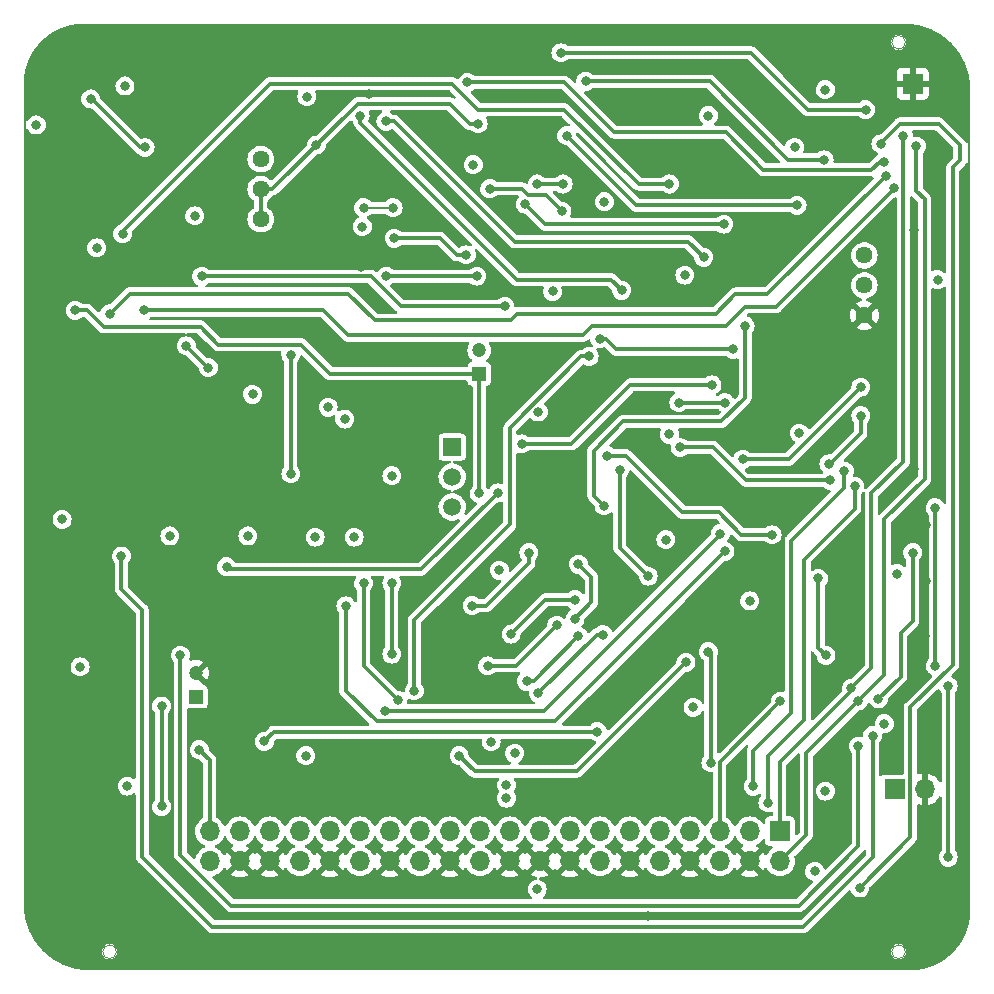
<source format=gbr>
G04 #@! TF.GenerationSoftware,KiCad,Pcbnew,7.0.9*
G04 #@! TF.CreationDate,2023-12-12T08:42:40-08:00*
G04 #@! TF.ProjectId,z5524,7a353532-342e-46b6-9963-61645f706362,rev?*
G04 #@! TF.SameCoordinates,PX3d83120PY6590fa0*
G04 #@! TF.FileFunction,Copper,L4,Bot*
G04 #@! TF.FilePolarity,Positive*
%FSLAX46Y46*%
G04 Gerber Fmt 4.6, Leading zero omitted, Abs format (unit mm)*
G04 Created by KiCad (PCBNEW 7.0.9) date 2023-12-12 08:42:40*
%MOMM*%
%LPD*%
G01*
G04 APERTURE LIST*
G04 #@! TA.AperFunction,ComponentPad*
%ADD10R,1.700000X1.700000*%
G04 #@! TD*
G04 #@! TA.AperFunction,ComponentPad*
%ADD11O,1.700000X1.700000*%
G04 #@! TD*
G04 #@! TA.AperFunction,ComponentPad*
%ADD12R,1.500000X1.500000*%
G04 #@! TD*
G04 #@! TA.AperFunction,ComponentPad*
%ADD13C,1.500000*%
G04 #@! TD*
G04 #@! TA.AperFunction,ComponentPad*
%ADD14R,1.200000X1.200000*%
G04 #@! TD*
G04 #@! TA.AperFunction,ComponentPad*
%ADD15C,1.200000*%
G04 #@! TD*
G04 #@! TA.AperFunction,ComponentPad*
%ADD16C,1.440000*%
G04 #@! TD*
G04 #@! TA.AperFunction,ViaPad*
%ADD17C,0.800000*%
G04 #@! TD*
G04 #@! TA.AperFunction,ViaPad*
%ADD18C,1.000000*%
G04 #@! TD*
G04 #@! TA.AperFunction,Conductor*
%ADD19C,0.300000*%
G04 #@! TD*
G04 #@! TA.AperFunction,Conductor*
%ADD20C,0.200000*%
G04 #@! TD*
G04 #@! TA.AperFunction,Profile*
%ADD21C,0.150000*%
G04 #@! TD*
G04 #@! TA.AperFunction,Profile*
%ADD22C,0.050000*%
G04 #@! TD*
G04 APERTURE END LIST*
D10*
X64860000Y13300000D03*
D11*
X64860000Y10760000D03*
X62320000Y13300000D03*
X62320000Y10760000D03*
X59780000Y13300000D03*
X59780000Y10760000D03*
X57240000Y13300000D03*
X57240000Y10760000D03*
X54700000Y13300000D03*
X54700000Y10760000D03*
X52160000Y13300000D03*
X52160000Y10760000D03*
X49620000Y13300000D03*
X49620000Y10760000D03*
X47080000Y13300000D03*
X47080000Y10760000D03*
X44540000Y13300000D03*
X44540000Y10760000D03*
X42000000Y13300000D03*
X42000000Y10760000D03*
X39460000Y13300000D03*
X39460000Y10760000D03*
X36920000Y13300000D03*
X36920000Y10760000D03*
X34380000Y13300000D03*
X34380000Y10760000D03*
X31840000Y13300000D03*
X31840000Y10760000D03*
X29300000Y13300000D03*
X29300000Y10760000D03*
X26760000Y13300000D03*
X26760000Y10760000D03*
X24220000Y13300000D03*
X24220000Y10760000D03*
X21680000Y13300000D03*
X21680000Y10760000D03*
X19140000Y13300000D03*
X19140000Y10760000D03*
X16600000Y13300000D03*
X16600000Y10760000D03*
D10*
X74575000Y16850000D03*
D11*
X77115000Y16850000D03*
D12*
X37100000Y45840000D03*
D13*
X37100000Y43300000D03*
X37100000Y40760000D03*
D14*
X39400000Y52027400D03*
D15*
X39400000Y54027400D03*
D14*
X15400000Y24700000D03*
D15*
X15400000Y26700000D03*
D16*
X72000000Y62050000D03*
X72000000Y59510000D03*
X72000000Y56970000D03*
X20900000Y70200000D03*
X20900000Y67660000D03*
X20900000Y65120000D03*
D10*
X76100000Y76600000D03*
D17*
X30100000Y75700000D03*
X28500000Y78200000D03*
X20300000Y43500000D03*
X46900000Y67000000D03*
X33200000Y73800000D03*
X79100000Y70800000D03*
X76500000Y7900000D03*
X40400000Y19300000D03*
X54900000Y70400000D03*
X39300000Y78100000D03*
X38900000Y71400000D03*
X4100000Y38100000D03*
X21500000Y52400000D03*
X45800000Y52600000D03*
X14800000Y38300000D03*
X73200000Y73200000D03*
X3600000Y45300000D03*
X57300000Y46900000D03*
X76200000Y44000000D03*
X68100000Y18700000D03*
X21900000Y16300000D03*
X57500000Y25300000D03*
X20800000Y27300000D03*
X22100000Y73300000D03*
X20500000Y18600000D03*
X70000000Y33400000D03*
X72000000Y79000000D03*
X8700000Y6600000D03*
X20400000Y32800000D03*
X74800000Y42300000D03*
X33300000Y39200000D03*
X18100000Y24200000D03*
X5500000Y79800000D03*
X29600000Y63000000D03*
X19100000Y78000000D03*
X61400000Y15800000D03*
X41100000Y31200000D03*
X41000000Y63200000D03*
X5600000Y28800000D03*
X56800000Y58800000D03*
X5300000Y33300000D03*
X18100000Y30200000D03*
X29400000Y46800000D03*
X3700000Y59700000D03*
X47175000Y17150000D03*
X8400000Y14300000D03*
X64800000Y73500000D03*
X54000000Y22700000D03*
X78300000Y45400000D03*
X60900000Y26300000D03*
X70450000Y28650000D03*
X16900000Y65300000D03*
X15500000Y48300000D03*
X29400000Y61100000D03*
X1900000Y74700000D03*
X67800000Y11500000D03*
X77100000Y29800000D03*
X60900000Y32800000D03*
X58800000Y75500000D03*
X25400000Y16800000D03*
X32700000Y79300000D03*
X72900000Y47600000D03*
X44100000Y59000000D03*
X42800000Y64800000D03*
X50500000Y35600000D03*
X42400000Y32500000D03*
X66100000Y72700000D03*
X6100000Y43900000D03*
X31000000Y57900000D03*
X43700000Y70800000D03*
X72900000Y52900000D03*
X26700000Y34500000D03*
X37700000Y59000000D03*
X66000000Y18100000D03*
X73900000Y19500000D03*
X50100000Y61100000D03*
X59800000Y58800000D03*
D18*
X5800000Y23000000D03*
D17*
X65300000Y56000000D03*
X12800000Y71500000D03*
X29300000Y53600000D03*
X46600000Y47100000D03*
X50500000Y51200000D03*
X3000000Y33300000D03*
X21600000Y43500000D03*
X54300000Y27100000D03*
X44300000Y47300000D03*
X20300000Y45500000D03*
X14000000Y66600000D03*
X3600000Y18400000D03*
X54100000Y37100000D03*
X14200000Y32700000D03*
X67925000Y23675000D03*
X35800000Y49800000D03*
X8800000Y51700000D03*
X21700000Y23400000D03*
X64900000Y46900000D03*
X53700000Y6100000D03*
X47625000Y19975000D03*
X77200000Y39200000D03*
X25200000Y42300000D03*
X68800000Y72700000D03*
X66700000Y63900000D03*
X40100000Y38800000D03*
X76200000Y64200000D03*
X77200000Y34500000D03*
X21550000Y45550000D03*
X20900000Y36600000D03*
X12400000Y54100000D03*
X7000000Y61000000D03*
X52800000Y75700000D03*
X7600000Y33300000D03*
X78200000Y64200000D03*
X2800000Y66400000D03*
X45300000Y77700000D03*
X60500000Y29900000D03*
X52800000Y20900000D03*
X17000000Y73500000D03*
X10500000Y79100000D03*
X56700000Y37700000D03*
X78300000Y49100000D03*
X15100000Y18500000D03*
X35600000Y35100000D03*
X13500000Y55000000D03*
X32300000Y61300000D03*
X33400000Y32400000D03*
X73600000Y63900000D03*
X27700000Y75000000D03*
X51200000Y75700000D03*
X31200000Y19600000D03*
X62100000Y25000000D03*
X8800000Y49700000D03*
X48425000Y66625000D03*
X52200000Y18400000D03*
X31300000Y42300000D03*
X5600000Y27225000D03*
X44400000Y48800000D03*
X74800000Y35100000D03*
X45600000Y59000000D03*
X7000000Y62700000D03*
X58800000Y73900000D03*
X41100000Y35400000D03*
X44300000Y8400000D03*
X19800000Y38300000D03*
X15300000Y65400000D03*
X4075500Y39700000D03*
X42400000Y19900000D03*
X40400000Y20875000D03*
X44400000Y25000000D03*
X32000000Y43400000D03*
X38895000Y69730046D03*
X49904610Y29939111D03*
X50000000Y66600000D03*
X25500000Y38200000D03*
X9600000Y17125000D03*
X9400000Y76400000D03*
X62300000Y32800000D03*
X55200000Y38000000D03*
X20200000Y50300000D03*
X41700000Y16100000D03*
X1900000Y73100000D03*
X13200000Y38300000D03*
X41700000Y17200000D03*
X55500000Y46900000D03*
X56800000Y60380000D03*
X25600000Y71400000D03*
X39300000Y73200000D03*
X59000000Y19100000D03*
X58800000Y28500000D03*
X68700000Y76100000D03*
X78200000Y60000000D03*
X67800000Y9900000D03*
X57500000Y23800000D03*
X66100000Y71200000D03*
X66500000Y47000000D03*
X73700000Y22400000D03*
X68700000Y16700000D03*
X62600000Y17100000D03*
X70300000Y43800000D03*
X63835000Y15700000D03*
X71200000Y42500000D03*
X28800000Y38200000D03*
X24700000Y19700000D03*
X29500000Y64500000D03*
X24800000Y75500000D03*
X28000000Y48200000D03*
X26600000Y49200000D03*
X46800000Y72200000D03*
X66300000Y66300000D03*
X42975000Y46100000D03*
X18000000Y35700000D03*
X59100000Y51100000D03*
X40950000Y41950000D03*
X60200000Y37000000D03*
X28100000Y32385000D03*
X78000000Y27300000D03*
X78000000Y40700000D03*
X79100000Y11100000D03*
X79100000Y25600000D03*
X12500000Y15400000D03*
X12500000Y23900000D03*
X15700000Y20200000D03*
X31500000Y73400000D03*
X58400000Y61900000D03*
X75300000Y72125000D03*
X70900000Y25400000D03*
X31500000Y60300000D03*
X39200000Y60300000D03*
X71500000Y24325000D03*
X76400000Y71300000D03*
X73400000Y71500000D03*
X71600000Y8500000D03*
X64900000Y24300000D03*
X5200000Y57400000D03*
X39400000Y41900000D03*
X23442916Y53642916D03*
X23442916Y43557084D03*
X14600000Y54400000D03*
X16462500Y52562500D03*
X59800000Y38500000D03*
X31400000Y23500000D03*
X46400000Y65800000D03*
X40275000Y67700000D03*
X9200000Y63900000D03*
X55500000Y68100000D03*
X46300000Y79200000D03*
X72100000Y74400000D03*
X38400000Y76700000D03*
X73700000Y70000000D03*
X48400000Y76800000D03*
X68600000Y70150000D03*
X73200000Y24500000D03*
X76100000Y36900000D03*
X32500000Y24400000D03*
X29600000Y34300000D03*
X37700000Y19700000D03*
X56900000Y27600000D03*
X14100000Y28200000D03*
X71500000Y20500000D03*
X21200000Y20900000D03*
X49400000Y21725000D03*
X60100000Y64700000D03*
X43300000Y66400000D03*
X40100000Y27300000D03*
X45950000Y30750000D03*
X15900000Y60300000D03*
X41550000Y57750000D03*
X32200000Y63500000D03*
X38300000Y62100000D03*
X44300000Y68100000D03*
X46500000Y68100000D03*
X49962500Y40850000D03*
X61900000Y56100000D03*
X51300000Y43900000D03*
X53700000Y34900000D03*
X60200000Y49600000D03*
X56300000Y49600000D03*
X73800000Y68800000D03*
X8100000Y57100000D03*
X74500000Y67800000D03*
X11000000Y57400000D03*
X9100000Y36600000D03*
X72700000Y21400000D03*
X69000000Y44400000D03*
X71700000Y48500000D03*
X71700000Y50900000D03*
X61700000Y44800000D03*
X60900000Y54100000D03*
X49600000Y55000000D03*
X29600000Y66100000D03*
X32100000Y66100000D03*
X11100000Y71200000D03*
X6500000Y75300000D03*
X29300000Y73900000D03*
X51449500Y59100000D03*
X33900000Y25200000D03*
X48700000Y53500000D03*
X43600000Y36900000D03*
X38800000Y32400000D03*
X42100000Y30000000D03*
X47500000Y32900000D03*
X47800000Y35900000D03*
X47500000Y31300000D03*
X56400000Y45800000D03*
X69100000Y43000000D03*
X68750000Y28200000D03*
X68100000Y34700000D03*
X50200000Y45100000D03*
X64200000Y38400000D03*
X32000000Y28300000D03*
X43400000Y26000000D03*
X32000000Y34300000D03*
X47800000Y29800000D03*
D19*
X49904610Y29939111D02*
X49339111Y29939111D01*
X49339111Y29939111D02*
X44400000Y25000000D01*
X20900000Y67689998D02*
X20900000Y65149998D01*
X39300000Y73200000D02*
X38600000Y73200000D01*
X38600000Y73200000D02*
X36900000Y74900000D01*
X29100000Y74900000D02*
X21889998Y67689998D01*
X21889998Y67689998D02*
X20900000Y67689998D01*
X36900000Y74900000D02*
X29100000Y74900000D01*
X59000000Y28300000D02*
X59000000Y19100000D01*
X58800000Y28500000D02*
X59000000Y28300000D01*
X65800000Y23300000D02*
X65800000Y37900000D01*
X70300000Y42400000D02*
X70300000Y43800000D01*
X65800000Y37900000D02*
X70300000Y42400000D01*
X62600000Y20100000D02*
X65800000Y23300000D01*
X62600000Y17100000D02*
X62600000Y20100000D01*
X63835000Y19635000D02*
X66900000Y22700000D01*
X63835000Y15700000D02*
X63835000Y19635000D01*
X66900000Y22700000D02*
X66900000Y36300000D01*
X66900000Y36300000D02*
X71200000Y40600000D01*
X71200000Y40600000D02*
X71200000Y42500000D01*
X52700000Y66300000D02*
X66300000Y66300000D01*
X46800000Y72200000D02*
X52700000Y66300000D01*
X34500000Y35500000D02*
X18200000Y35500000D01*
X47200000Y46100000D02*
X47350000Y46250000D01*
X42975000Y46100000D02*
X47200000Y46100000D01*
X40950000Y41950000D02*
X34500000Y35500000D01*
X18200000Y35500000D02*
X18000000Y35700000D01*
X52200000Y51100000D02*
X59100000Y51100000D01*
X47350000Y46250000D02*
X52200000Y51100000D01*
X28100000Y32385000D02*
X28100000Y25200000D01*
X30700000Y22600000D02*
X45800000Y22600000D01*
X45800000Y22600000D02*
X60200000Y37000000D01*
X28100000Y25200000D02*
X30700000Y22600000D01*
X78000000Y40700000D02*
X78000000Y27300000D01*
X79100000Y25600000D02*
X79100000Y11100000D01*
X12500000Y15400000D02*
X12500000Y23900000D01*
X15700000Y20200000D02*
X16600000Y19300000D01*
X16600000Y19300000D02*
X16600000Y13300000D01*
X42400000Y63200000D02*
X57100000Y63200000D01*
X31500000Y73400000D02*
X32200000Y73400000D01*
X32200000Y73400000D02*
X42400000Y63200000D01*
X57100000Y63200000D02*
X58400000Y61900000D01*
X72600000Y41900000D02*
X72600000Y27100000D01*
X70900000Y25200000D02*
X70900000Y25400000D01*
X75300000Y72125000D02*
X75300000Y44600000D01*
X75300000Y44600000D02*
X72600000Y41900000D01*
X64860000Y19160000D02*
X70900000Y25200000D01*
X64860000Y13300000D02*
X64860000Y19160000D01*
X72600000Y27100000D02*
X70900000Y25400000D01*
X31500000Y60300000D02*
X39200000Y60300000D01*
X67100000Y19900000D02*
X67100000Y13000000D01*
X71500000Y24325000D02*
X71500000Y24300000D01*
X73700000Y39700000D02*
X77100000Y43100000D01*
X77100000Y66800000D02*
X76400000Y67500000D01*
X77100000Y43100000D02*
X77100000Y66800000D01*
X76400000Y67500000D02*
X76400000Y71300000D01*
X71500000Y24300000D02*
X67100000Y19900000D01*
X71500000Y24325000D02*
X73700000Y26525000D01*
X67100000Y13000000D02*
X64860000Y10760000D01*
X73700000Y26525000D02*
X73700000Y39700000D01*
X79500000Y69500000D02*
X80100000Y70100000D01*
X80100000Y71400000D02*
X78300000Y73200000D01*
X78300000Y73200000D02*
X75050000Y73200000D01*
X79500000Y27400000D02*
X79500000Y69500000D01*
X71600000Y8500000D02*
X75900000Y12800000D01*
X80100000Y70100000D02*
X80100000Y71400000D01*
X75900000Y23800000D02*
X79500000Y27400000D01*
X75900000Y12800000D02*
X75900000Y23800000D01*
X75050000Y73200000D02*
X73400000Y71550000D01*
X73400000Y71550000D02*
X73400000Y71500000D01*
X59780000Y13300000D02*
X59780000Y19180000D01*
X59780000Y19180000D02*
X64900000Y24300000D01*
X24300000Y54500000D02*
X17300000Y54500000D01*
X17300000Y54500000D02*
X15800000Y56000000D01*
X26772600Y52027400D02*
X24300000Y54500000D01*
X39400000Y41900000D02*
X39400000Y52027400D01*
X15800000Y56000000D02*
X7600000Y56000000D01*
X7600000Y56000000D02*
X6200000Y57400000D01*
X6200000Y57400000D02*
X5200000Y57400000D01*
X39400000Y52027400D02*
X26772600Y52027400D01*
X23442916Y53642916D02*
X23442916Y43557084D01*
X16437500Y52562500D02*
X16462500Y52562500D01*
X14600000Y54400000D02*
X16437500Y52562500D01*
X44900000Y23500000D02*
X59800000Y38400000D01*
X31400000Y23500000D02*
X44900000Y23500000D01*
X59800000Y38400000D02*
X59800000Y38500000D01*
X46400000Y65800000D02*
X45050000Y67150000D01*
X43000000Y67700000D02*
X40275000Y67700000D01*
X43550000Y67150000D02*
X43000000Y67700000D01*
X45050000Y67150000D02*
X43550000Y67150000D01*
X37100000Y76600000D02*
X21700000Y76600000D01*
X46600000Y74400000D02*
X39300000Y74400000D01*
X52900000Y68100000D02*
X46600000Y74400000D01*
X39300000Y74400000D02*
X37100000Y76600000D01*
X9200000Y64100000D02*
X9200000Y63900000D01*
X21700000Y76600000D02*
X9200000Y64100000D01*
X55500000Y68100000D02*
X52900000Y68100000D01*
X62400000Y79200000D02*
X46300000Y79200000D01*
X67200000Y74400000D02*
X62400000Y79200000D01*
X72100000Y74400000D02*
X67200000Y74400000D01*
X73300000Y70000000D02*
X72600000Y69300000D01*
X72600000Y69300000D02*
X63450000Y69300000D01*
X63450000Y69300000D02*
X60250000Y72500000D01*
X60250000Y72500000D02*
X50800000Y72500000D01*
X50800000Y72500000D02*
X46600000Y76700000D01*
X73700000Y70000000D02*
X73300000Y70000000D01*
X46600000Y76700000D02*
X38400000Y76700000D01*
X58900000Y76800000D02*
X65550000Y70150000D01*
X65550000Y70150000D02*
X68600000Y70150000D01*
X48400000Y76800000D02*
X58900000Y76800000D01*
X76100000Y31100000D02*
X75100000Y30100000D01*
X75100000Y26400000D02*
X73200000Y24500000D01*
X75100000Y30100000D02*
X75100000Y26400000D01*
X76100000Y36900000D02*
X76100000Y31100000D01*
X29600000Y27300000D02*
X32500000Y24400000D01*
X29600000Y34300000D02*
X29600000Y27300000D01*
X47700000Y18400000D02*
X39000000Y18400000D01*
X39000000Y18400000D02*
X37700000Y19700000D01*
X56900000Y27600000D02*
X47700000Y18400000D01*
X14100000Y11300000D02*
X14100000Y28200000D01*
X71500000Y12039339D02*
X66460661Y7000000D01*
X66460661Y7000000D02*
X18400000Y7000000D01*
X18400000Y7000000D02*
X14100000Y11300000D01*
X71500000Y20500000D02*
X71500000Y12039339D01*
X49375000Y21700000D02*
X49400000Y21725000D01*
X22000000Y21700000D02*
X49375000Y21700000D01*
X21200000Y20900000D02*
X22000000Y21700000D01*
X45000000Y64700000D02*
X60100000Y64700000D01*
X43300000Y66400000D02*
X45000000Y64700000D01*
X45950000Y30750000D02*
X42500000Y27300000D01*
X42500000Y27300000D02*
X40100000Y27300000D01*
X32750000Y57750000D02*
X41550000Y57750000D01*
X30200000Y60300000D02*
X32750000Y57750000D01*
X15900000Y60300000D02*
X30200000Y60300000D01*
X44300000Y68100000D02*
X46500000Y68100000D01*
X37500000Y62100000D02*
X38300000Y62100000D01*
X32200000Y63500000D02*
X36100000Y63500000D01*
X36100000Y63500000D02*
X37500000Y62100000D01*
X49100000Y45500000D02*
X51600000Y48000000D01*
X49962500Y40850000D02*
X49100000Y41712500D01*
X49100000Y41712500D02*
X49100000Y45500000D01*
X61900000Y50000000D02*
X61900000Y56100000D01*
X51600000Y48000000D02*
X59900000Y48000000D01*
X59900000Y48000000D02*
X61900000Y50000000D01*
X60200000Y49600000D02*
X56300000Y49600000D01*
X51300000Y37300000D02*
X51300000Y43900000D01*
X53700000Y34900000D02*
X51300000Y37300000D01*
X8100000Y57100000D02*
X9800000Y58800000D01*
X61089339Y58789339D02*
X63789339Y58789339D01*
X9800000Y58800000D02*
X28300000Y58800000D01*
X42050000Y56550000D02*
X42600000Y57100000D01*
X59400000Y57100000D02*
X61089339Y58789339D01*
X42600000Y57100000D02*
X59400000Y57100000D01*
X63789339Y58789339D02*
X73800000Y68800000D01*
X28300000Y58800000D02*
X30550000Y56550000D01*
X30550000Y56550000D02*
X42050000Y56550000D01*
X48200000Y55300000D02*
X28300000Y55300000D01*
X74500000Y67800000D02*
X74500000Y67700000D01*
X48950000Y56050000D02*
X48200000Y55300000D01*
X74500000Y67700000D02*
X64500000Y57700000D01*
X64500000Y57700000D02*
X61900000Y57700000D01*
X28300000Y55300000D02*
X26200000Y57400000D01*
X61900000Y57700000D02*
X60250000Y56050000D01*
X60250000Y56050000D02*
X48950000Y56050000D01*
X26200000Y57400000D02*
X11000000Y57400000D01*
X9100000Y36600000D02*
X9100000Y33800000D01*
X66800000Y5200000D02*
X72700000Y11100000D01*
X9100000Y33800000D02*
X10850000Y32050000D01*
X16800000Y5200000D02*
X66800000Y5200000D01*
X72700000Y11100000D02*
X72700000Y21400000D01*
X10850000Y11150000D02*
X16800000Y5200000D01*
X10850000Y32050000D02*
X10850000Y11150000D01*
X69100000Y44400000D02*
X71700000Y47000000D01*
X71700000Y47000000D02*
X71700000Y48500000D01*
X69000000Y44400000D02*
X69100000Y44400000D01*
X65600000Y44800000D02*
X71700000Y50900000D01*
X61700000Y44800000D02*
X65600000Y44800000D01*
X51000000Y54100000D02*
X60900000Y54100000D01*
X49600000Y55000000D02*
X50100000Y55000000D01*
X50100000Y55000000D02*
X51000000Y54100000D01*
D20*
X29600000Y66100000D02*
X32100000Y66100000D01*
D19*
X6600000Y75300000D02*
X6500000Y75300000D01*
X10700000Y71200000D02*
X6600000Y75300000D01*
X11100000Y71200000D02*
X10700000Y71200000D01*
X29300000Y73300000D02*
X42600000Y60000000D01*
X29300000Y73900000D02*
X29300000Y73300000D01*
X50549500Y60000000D02*
X51449500Y59100000D01*
X42600000Y60000000D02*
X50549500Y60000000D01*
X42000000Y39300000D02*
X42000000Y47460661D01*
X33900000Y25200000D02*
X33900000Y31200000D01*
X48039339Y53500000D02*
X48700000Y53500000D01*
X33900000Y31200000D02*
X42000000Y39300000D01*
X42000000Y47460661D02*
X48039339Y53500000D01*
X40000000Y32400000D02*
X38800000Y32400000D01*
X43600000Y36900000D02*
X43600000Y36000000D01*
X43600000Y36000000D02*
X40000000Y32400000D01*
X42100000Y30000000D02*
X45000000Y32900000D01*
X45000000Y32900000D02*
X47500000Y32900000D01*
X47500000Y31300000D02*
X48900000Y32700000D01*
X48900000Y32700000D02*
X48900000Y34800000D01*
X48900000Y34800000D02*
X47800000Y35900000D01*
X56400000Y45800000D02*
X59200000Y45800000D01*
X62000000Y43000000D02*
X69100000Y43000000D01*
X59200000Y45800000D02*
X62000000Y43000000D01*
X68100000Y28850000D02*
X68100000Y34700000D01*
X68750000Y28200000D02*
X68100000Y28850000D01*
X56600000Y40300000D02*
X51800000Y45100000D01*
X51800000Y45100000D02*
X50200000Y45100000D01*
X59700000Y40300000D02*
X56600000Y40300000D01*
X61600000Y38400000D02*
X59700000Y40300000D01*
X64200000Y38400000D02*
X61600000Y38400000D01*
X32000000Y28300000D02*
X32000000Y34400000D01*
X44000000Y26000000D02*
X43400000Y26000000D01*
X47800000Y29800000D02*
X44000000Y26000000D01*
G04 #@! TA.AperFunction,Conductor*
G36*
X75414164Y81523915D02*
G01*
X75845377Y81506080D01*
X75850503Y81505655D01*
X76290264Y81450839D01*
X76295377Y81449986D01*
X76729104Y81359043D01*
X76734118Y81357773D01*
X77158856Y81231323D01*
X77163749Y81229643D01*
X77576586Y81068553D01*
X77581335Y81066469D01*
X77979434Y80871850D01*
X77984015Y80869371D01*
X78170018Y80758538D01*
X78364685Y80642542D01*
X78369038Y80639697D01*
X78729679Y80382204D01*
X78733790Y80379005D01*
X79071928Y80092616D01*
X79075748Y80089100D01*
X79389098Y79775750D01*
X79392615Y79771929D01*
X79679004Y79433791D01*
X79682203Y79429680D01*
X79939696Y79069039D01*
X79942545Y79064680D01*
X79943993Y79062250D01*
X80169370Y78684016D01*
X80171849Y78679435D01*
X80366468Y78281336D01*
X80368561Y78276566D01*
X80529636Y77863767D01*
X80531328Y77858840D01*
X80657769Y77434131D01*
X80659046Y77429088D01*
X80720695Y77135072D01*
X80749982Y76995394D01*
X80750839Y76990256D01*
X80773318Y76809924D01*
X80805652Y76550526D01*
X80806080Y76545356D01*
X80814326Y76346000D01*
X80824500Y76100000D01*
X80824500Y71720152D01*
X80804498Y71652031D01*
X80750842Y71605538D01*
X80680568Y71595434D01*
X80615988Y71624928D01*
X80582932Y71669952D01*
X80578891Y71679255D01*
X80574780Y71688720D01*
X80563561Y71702509D01*
X80551474Y71720269D01*
X80542765Y71735759D01*
X80542762Y71735762D01*
X80542760Y71735765D01*
X80511512Y71767013D01*
X80507187Y71771804D01*
X80479278Y71806108D01*
X80479276Y71806110D01*
X80464751Y71816363D01*
X80448324Y71830200D01*
X78695907Y73582618D01*
X78672966Y73607182D01*
X78650683Y73631042D01*
X78650682Y73631043D01*
X78642311Y73636134D01*
X78612899Y73654020D01*
X78607575Y73657644D01*
X78572339Y73684363D01*
X78555806Y73690883D01*
X78536568Y73700438D01*
X78521383Y73709672D01*
X78521380Y73709673D01*
X78495468Y73716933D01*
X78478802Y73721603D01*
X78472695Y73723657D01*
X78431566Y73739876D01*
X78419456Y73741122D01*
X78413873Y73741696D01*
X78392784Y73745704D01*
X78375665Y73750500D01*
X78375662Y73750500D01*
X78331453Y73750500D01*
X78325005Y73750831D01*
X78281029Y73755353D01*
X78263511Y73752332D01*
X78242104Y73750500D01*
X75059397Y73750500D01*
X74993174Y73752762D01*
X74993173Y73752762D01*
X74950218Y73742295D01*
X74943878Y73741090D01*
X74900087Y73735072D01*
X74900075Y73735069D01*
X74883768Y73727986D01*
X74863413Y73721142D01*
X74846154Y73716936D01*
X74846145Y73716933D01*
X74807612Y73695267D01*
X74801834Y73692397D01*
X74761280Y73674781D01*
X74747486Y73663559D01*
X74729733Y73651476D01*
X74714240Y73642765D01*
X74682978Y73611504D01*
X74678189Y73607182D01*
X74643892Y73579279D01*
X74643891Y73579278D01*
X74633639Y73564754D01*
X74619798Y73548324D01*
X73405300Y72333827D01*
X73342988Y72299801D01*
X73330314Y72297714D01*
X73301224Y72294436D01*
X73220745Y72285368D01*
X73220742Y72285368D01*
X73220741Y72285367D01*
X73050477Y72225789D01*
X73050474Y72225788D01*
X72897739Y72129818D01*
X72897737Y72129817D01*
X72770183Y72002263D01*
X72770182Y72002261D01*
X72674212Y71849526D01*
X72674211Y71849523D01*
X72622683Y71702263D01*
X72614632Y71679255D01*
X72594435Y71500000D01*
X72614632Y71320745D01*
X72614633Y71320743D01*
X72674211Y71150478D01*
X72674212Y71150475D01*
X72770182Y70997740D01*
X72770183Y70997738D01*
X72897737Y70870184D01*
X72897739Y70870183D01*
X73050474Y70774213D01*
X73050475Y70774213D01*
X73050478Y70774211D01*
X73077256Y70764841D01*
X73134948Y70723463D01*
X73161110Y70657463D01*
X73147437Y70587795D01*
X73124736Y70556817D01*
X73083763Y70515844D01*
X73044870Y70489372D01*
X73011281Y70474782D01*
X73011280Y70474781D01*
X72997486Y70463559D01*
X72979733Y70451476D01*
X72964238Y70442764D01*
X72932980Y70411506D01*
X72928190Y70407184D01*
X72893893Y70379280D01*
X72893891Y70379278D01*
X72883639Y70364754D01*
X72869799Y70348324D01*
X72408878Y69887404D01*
X72346568Y69853380D01*
X72319785Y69850500D01*
X69512813Y69850500D01*
X69444692Y69870502D01*
X69398199Y69924158D01*
X69387605Y69990605D01*
X69405565Y70150000D01*
X69385368Y70329255D01*
X69325789Y70499522D01*
X69325787Y70499525D01*
X69325787Y70499526D01*
X69229817Y70652261D01*
X69229816Y70652263D01*
X69102262Y70779817D01*
X69102260Y70779818D01*
X68949525Y70875788D01*
X68949522Y70875789D01*
X68886795Y70897738D01*
X68779255Y70935368D01*
X68600000Y70955565D01*
X68420745Y70935368D01*
X68420742Y70935368D01*
X68420742Y70935367D01*
X68250477Y70875789D01*
X68250474Y70875788D01*
X68097741Y70779819D01*
X68097738Y70779817D01*
X68097738Y70779816D01*
X68055325Y70737404D01*
X67993017Y70703380D01*
X67966232Y70700500D01*
X66950890Y70700500D01*
X66882769Y70720502D01*
X66836276Y70774158D01*
X66826172Y70844432D01*
X66831961Y70868115D01*
X66855493Y70935368D01*
X66885368Y71020745D01*
X66905565Y71200000D01*
X66885368Y71379255D01*
X66825789Y71549522D01*
X66825787Y71549525D01*
X66825787Y71549526D01*
X66729817Y71702261D01*
X66729816Y71702263D01*
X66602262Y71829817D01*
X66602260Y71829818D01*
X66449525Y71925788D01*
X66449522Y71925789D01*
X66383460Y71948905D01*
X66279255Y71985368D01*
X66100000Y72005565D01*
X65920745Y71985368D01*
X65920742Y71985368D01*
X65920742Y71985367D01*
X65750477Y71925789D01*
X65750474Y71925788D01*
X65597739Y71829818D01*
X65597737Y71829817D01*
X65470183Y71702263D01*
X65470182Y71702261D01*
X65374212Y71549526D01*
X65374211Y71549523D01*
X65325037Y71408991D01*
X65283659Y71351299D01*
X65217659Y71325137D01*
X65147991Y71338810D01*
X65117013Y71361511D01*
X62293156Y74185368D01*
X59295906Y77182619D01*
X59284495Y77194837D01*
X59250683Y77231042D01*
X59250682Y77231043D01*
X59242311Y77236134D01*
X59212899Y77254020D01*
X59207575Y77257644D01*
X59172339Y77284363D01*
X59155806Y77290883D01*
X59136568Y77300438D01*
X59121383Y77309672D01*
X59121380Y77309673D01*
X59100412Y77315548D01*
X59078802Y77321603D01*
X59072695Y77323657D01*
X59031566Y77339876D01*
X59019456Y77341122D01*
X59013873Y77341696D01*
X58992784Y77345704D01*
X58975665Y77350500D01*
X58975662Y77350500D01*
X58931453Y77350500D01*
X58925005Y77350831D01*
X58881029Y77355353D01*
X58863511Y77352332D01*
X58842104Y77350500D01*
X49033768Y77350500D01*
X48965647Y77370502D01*
X48944677Y77387401D01*
X48902262Y77429816D01*
X48902259Y77429818D01*
X48902258Y77429819D01*
X48749525Y77525788D01*
X48749522Y77525789D01*
X48579255Y77585368D01*
X48400000Y77605565D01*
X48220745Y77585368D01*
X48220742Y77585368D01*
X48220742Y77585367D01*
X48050477Y77525789D01*
X48050474Y77525788D01*
X47897739Y77429818D01*
X47897737Y77429817D01*
X47770183Y77302263D01*
X47770182Y77302261D01*
X47674212Y77149526D01*
X47674211Y77149523D01*
X47639905Y77051482D01*
X47614632Y76979255D01*
X47597341Y76825789D01*
X47594435Y76799998D01*
X47594435Y76792924D01*
X47592680Y76792924D01*
X47581976Y76731853D01*
X47533857Y76679651D01*
X47465154Y76661750D01*
X47397680Y76683835D01*
X47379933Y76698592D01*
X46995906Y77082619D01*
X46984495Y77094837D01*
X46950683Y77131042D01*
X46950682Y77131043D01*
X46942311Y77136134D01*
X46912899Y77154020D01*
X46907575Y77157644D01*
X46872339Y77184363D01*
X46855806Y77190883D01*
X46836568Y77200438D01*
X46821383Y77209672D01*
X46821380Y77209673D01*
X46800412Y77215548D01*
X46778802Y77221603D01*
X46772695Y77223657D01*
X46731566Y77239876D01*
X46719456Y77241122D01*
X46713873Y77241696D01*
X46692784Y77245704D01*
X46675665Y77250500D01*
X46675662Y77250500D01*
X46631453Y77250500D01*
X46625005Y77250831D01*
X46581029Y77255353D01*
X46563511Y77252332D01*
X46542104Y77250500D01*
X39033768Y77250500D01*
X38965647Y77270502D01*
X38944677Y77287401D01*
X38902262Y77329816D01*
X38902259Y77329818D01*
X38902258Y77329819D01*
X38749525Y77425788D01*
X38749522Y77425789D01*
X38725682Y77434131D01*
X38579255Y77485368D01*
X38400000Y77505565D01*
X38220745Y77485368D01*
X38220742Y77485368D01*
X38220742Y77485367D01*
X38050477Y77425789D01*
X38050474Y77425788D01*
X37897739Y77329818D01*
X37897737Y77329817D01*
X37770183Y77202263D01*
X37770182Y77202261D01*
X37674211Y77049524D01*
X37672195Y77045337D01*
X37624615Y76992643D01*
X37556100Y76974037D01*
X37488402Y76995427D01*
X37466589Y77014010D01*
X37450682Y77031042D01*
X37450682Y77031043D01*
X37431401Y77042768D01*
X37412899Y77054020D01*
X37407575Y77057644D01*
X37372339Y77084363D01*
X37355806Y77090883D01*
X37336568Y77100438D01*
X37321383Y77109672D01*
X37321380Y77109673D01*
X37295461Y77116935D01*
X37278802Y77121603D01*
X37272695Y77123657D01*
X37231566Y77139876D01*
X37215480Y77141530D01*
X37213873Y77141696D01*
X37192784Y77145704D01*
X37175665Y77150500D01*
X37175662Y77150500D01*
X37131453Y77150500D01*
X37125005Y77150831D01*
X37081029Y77155353D01*
X37063511Y77152332D01*
X37042104Y77150500D01*
X21709427Y77150500D01*
X21643174Y77152763D01*
X21643173Y77152763D01*
X21600209Y77142295D01*
X21593871Y77141090D01*
X21550085Y77135072D01*
X21550077Y77135070D01*
X21533779Y77127990D01*
X21513418Y77121143D01*
X21496149Y77116935D01*
X21496146Y77116934D01*
X21457604Y77095263D01*
X21451826Y77092393D01*
X21411278Y77074780D01*
X21397492Y77063564D01*
X21379739Y77051482D01*
X21364245Y77042770D01*
X21364243Y77042768D01*
X21332974Y77011501D01*
X21328185Y77007179D01*
X21293893Y76979280D01*
X21293892Y76979279D01*
X21283638Y76964753D01*
X21269799Y76948326D01*
X9019696Y64698223D01*
X8972217Y64668389D01*
X8850476Y64625789D01*
X8697739Y64529818D01*
X8697737Y64529817D01*
X8570183Y64402263D01*
X8570182Y64402261D01*
X8474212Y64249526D01*
X8474211Y64249523D01*
X8440890Y64154296D01*
X8414632Y64079255D01*
X8394435Y63900000D01*
X8414632Y63720745D01*
X8462964Y63582619D01*
X8474211Y63550478D01*
X8474212Y63550475D01*
X8570182Y63397740D01*
X8570183Y63397738D01*
X8697737Y63270184D01*
X8697739Y63270183D01*
X8850474Y63174213D01*
X8850475Y63174213D01*
X8850478Y63174211D01*
X9020745Y63114632D01*
X9200000Y63094435D01*
X9379255Y63114632D01*
X9549522Y63174211D01*
X9702262Y63270184D01*
X9829816Y63397738D01*
X9925789Y63550478D01*
X9985368Y63720745D01*
X10005565Y63900000D01*
X9989367Y64043758D01*
X10001616Y64113686D01*
X10025477Y64146954D01*
X11278523Y65400000D01*
X14494435Y65400000D01*
X14514632Y65220745D01*
X14549884Y65120000D01*
X14574211Y65050478D01*
X14574212Y65050475D01*
X14670182Y64897740D01*
X14670183Y64897738D01*
X14797737Y64770184D01*
X14797739Y64770183D01*
X14950474Y64674213D01*
X14950475Y64674213D01*
X14950478Y64674211D01*
X15120745Y64614632D01*
X15300000Y64594435D01*
X15479255Y64614632D01*
X15649522Y64674211D01*
X15802262Y64770184D01*
X15929816Y64897738D01*
X16025789Y65050478D01*
X16085368Y65220745D01*
X16105565Y65400000D01*
X16085368Y65579255D01*
X16025789Y65749522D01*
X16025787Y65749525D01*
X16025787Y65749526D01*
X15929817Y65902261D01*
X15929816Y65902263D01*
X15802262Y66029817D01*
X15802260Y66029818D01*
X15649525Y66125788D01*
X15649522Y66125789D01*
X15581694Y66149523D01*
X15479255Y66185368D01*
X15300000Y66205565D01*
X15120745Y66185368D01*
X15120742Y66185368D01*
X15120742Y66185367D01*
X14950477Y66125789D01*
X14950474Y66125788D01*
X14797739Y66029818D01*
X14797737Y66029817D01*
X14670183Y65902263D01*
X14670182Y65902261D01*
X14574212Y65749526D01*
X14574211Y65749523D01*
X14546449Y65670184D01*
X14514632Y65579255D01*
X14494435Y65400000D01*
X11278523Y65400000D01*
X16078524Y70200000D01*
X19774700Y70200000D01*
X19793860Y69993226D01*
X19850687Y69793500D01*
X19850689Y69793495D01*
X19943251Y69607606D01*
X20038836Y69481031D01*
X20068394Y69441889D01*
X20221852Y69301993D01*
X20221854Y69301992D01*
X20221855Y69301991D01*
X20398411Y69192673D01*
X20459034Y69169188D01*
X20592040Y69117660D01*
X20592043Y69117660D01*
X20592047Y69117658D01*
X20796170Y69079500D01*
X20796174Y69079500D01*
X21003826Y69079500D01*
X21003830Y69079500D01*
X21207953Y69117658D01*
X21207957Y69117660D01*
X21207959Y69117660D01*
X21290203Y69149522D01*
X21401589Y69192673D01*
X21578145Y69301991D01*
X21731607Y69441890D01*
X21856749Y69607606D01*
X21949311Y69793495D01*
X22006140Y69993227D01*
X22025300Y70200000D01*
X22006140Y70406773D01*
X21949311Y70606505D01*
X21856749Y70792394D01*
X21731607Y70958110D01*
X21731605Y70958112D01*
X21578147Y71098008D01*
X21401589Y71207327D01*
X21401582Y71207330D01*
X21207959Y71282341D01*
X21003830Y71320500D01*
X20796170Y71320500D01*
X20796169Y71320500D01*
X20592040Y71282341D01*
X20398417Y71207330D01*
X20398410Y71207327D01*
X20221852Y71098008D01*
X20068394Y70958112D01*
X19943252Y70792396D01*
X19850689Y70606506D01*
X19850687Y70606501D01*
X19793860Y70406775D01*
X19774700Y70200000D01*
X16078524Y70200000D01*
X21891120Y76012595D01*
X21953432Y76046621D01*
X21980215Y76049500D01*
X23971885Y76049500D01*
X24040006Y76029498D01*
X24086499Y75975842D01*
X24096603Y75905568D01*
X24078574Y75856466D01*
X24074210Y75849522D01*
X24046449Y75770184D01*
X24014632Y75679255D01*
X23994435Y75500000D01*
X24014632Y75320745D01*
X24062003Y75185367D01*
X24074211Y75150478D01*
X24074212Y75150475D01*
X24170182Y74997740D01*
X24170183Y74997738D01*
X24297737Y74870184D01*
X24297739Y74870183D01*
X24450474Y74774213D01*
X24450475Y74774213D01*
X24450478Y74774211D01*
X24620745Y74714632D01*
X24800000Y74694435D01*
X24979255Y74714632D01*
X25149522Y74774211D01*
X25302262Y74870184D01*
X25429816Y74997738D01*
X25525789Y75150478D01*
X25585368Y75320745D01*
X25605565Y75500000D01*
X25585368Y75679255D01*
X25525789Y75849522D01*
X25521426Y75856466D01*
X25502122Y75924788D01*
X25522819Y75992700D01*
X25576947Y76038643D01*
X25628115Y76049500D01*
X36819785Y76049500D01*
X36887906Y76029498D01*
X36908880Y76012595D01*
X37375735Y75545740D01*
X37409761Y75483428D01*
X37404696Y75412613D01*
X37362149Y75355777D01*
X37295629Y75330966D01*
X37226255Y75346057D01*
X37221173Y75348988D01*
X37212912Y75354012D01*
X37207576Y75357643D01*
X37198122Y75364812D01*
X37172342Y75384361D01*
X37172339Y75384363D01*
X37172338Y75384363D01*
X37155806Y75390883D01*
X37136568Y75400438D01*
X37121383Y75409672D01*
X37121380Y75409673D01*
X37095465Y75416934D01*
X37078802Y75421603D01*
X37072695Y75423657D01*
X37031566Y75439876D01*
X37015480Y75441530D01*
X37013873Y75441696D01*
X36992784Y75445704D01*
X36975665Y75450500D01*
X36975662Y75450500D01*
X36931453Y75450500D01*
X36925005Y75450831D01*
X36881029Y75455353D01*
X36863511Y75452332D01*
X36842104Y75450500D01*
X29109414Y75450500D01*
X29043174Y75452763D01*
X29043173Y75452763D01*
X29000209Y75442295D01*
X28993871Y75441090D01*
X28950085Y75435072D01*
X28950072Y75435068D01*
X28933774Y75427989D01*
X28913419Y75421144D01*
X28896151Y75416936D01*
X28896146Y75416934D01*
X28857601Y75395262D01*
X28851823Y75392392D01*
X28811279Y75374780D01*
X28797488Y75363561D01*
X28779734Y75351478D01*
X28764240Y75342766D01*
X28732975Y75311502D01*
X28728185Y75307180D01*
X28693893Y75279280D01*
X28693892Y75279279D01*
X28683638Y75264753D01*
X28669799Y75248326D01*
X25661648Y72240175D01*
X25599336Y72206149D01*
X25586662Y72204063D01*
X25420745Y72185368D01*
X25420742Y72185368D01*
X25420742Y72185367D01*
X25250477Y72125789D01*
X25250474Y72125788D01*
X25097739Y72029818D01*
X25097737Y72029817D01*
X24970183Y71902263D01*
X24970182Y71902261D01*
X24874212Y71749526D01*
X24874211Y71749523D01*
X24830614Y71624928D01*
X24814632Y71579255D01*
X24800838Y71456826D01*
X24795938Y71413339D01*
X24768434Y71347886D01*
X24759825Y71338352D01*
X21873163Y68451690D01*
X21810851Y68417664D01*
X21740036Y68422729D01*
X21699182Y68447670D01*
X21578147Y68558008D01*
X21401589Y68667327D01*
X21401582Y68667330D01*
X21207959Y68742341D01*
X21003830Y68780500D01*
X20796170Y68780500D01*
X20796169Y68780500D01*
X20592040Y68742341D01*
X20398417Y68667330D01*
X20398410Y68667327D01*
X20221852Y68558008D01*
X20068394Y68418112D01*
X19943252Y68252396D01*
X19850689Y68066506D01*
X19850687Y68066501D01*
X19793860Y67866775D01*
X19774700Y67660000D01*
X19793860Y67453226D01*
X19850687Y67253500D01*
X19850689Y67253495D01*
X19943251Y67067606D01*
X19974830Y67025789D01*
X20068395Y66901887D01*
X20068397Y66901885D01*
X20221849Y66761996D01*
X20221851Y66761995D01*
X20221855Y66761991D01*
X20267526Y66733714D01*
X20289829Y66719904D01*
X20337218Y66667038D01*
X20349500Y66612776D01*
X20349500Y66167225D01*
X20329498Y66099104D01*
X20289830Y66060098D01*
X20221856Y66018011D01*
X20221855Y66018010D01*
X20068394Y65878112D01*
X19943252Y65712396D01*
X19850689Y65526506D01*
X19850687Y65526501D01*
X19793860Y65326775D01*
X19774700Y65120000D01*
X19793860Y64913226D01*
X19850687Y64713500D01*
X19850689Y64713495D01*
X19943251Y64527606D01*
X20037907Y64402261D01*
X20068394Y64361889D01*
X20221852Y64221993D01*
X20221854Y64221992D01*
X20221855Y64221991D01*
X20398411Y64112673D01*
X20431919Y64099692D01*
X20592040Y64037660D01*
X20592043Y64037660D01*
X20592047Y64037658D01*
X20796170Y63999500D01*
X20796174Y63999500D01*
X21003826Y63999500D01*
X21003830Y63999500D01*
X21207953Y64037658D01*
X21207957Y64037660D01*
X21207959Y64037660D01*
X21291907Y64070182D01*
X21401589Y64112673D01*
X21578145Y64221991D01*
X21731607Y64361890D01*
X21835902Y64500000D01*
X28694435Y64500000D01*
X28714632Y64320745D01*
X28757673Y64197740D01*
X28774211Y64150478D01*
X28774212Y64150475D01*
X28870182Y63997740D01*
X28870183Y63997738D01*
X28997737Y63870184D01*
X28997739Y63870183D01*
X29150474Y63774213D01*
X29150475Y63774213D01*
X29150478Y63774211D01*
X29320745Y63714632D01*
X29500000Y63694435D01*
X29679255Y63714632D01*
X29849522Y63774211D01*
X30002262Y63870184D01*
X30129816Y63997738D01*
X30225789Y64150478D01*
X30285368Y64320745D01*
X30305565Y64500000D01*
X30285368Y64679255D01*
X30225789Y64849522D01*
X30225787Y64849525D01*
X30225787Y64849526D01*
X30129817Y65002261D01*
X30129816Y65002263D01*
X30002263Y65129816D01*
X29951207Y65161897D01*
X29904170Y65215076D01*
X29893350Y65285244D01*
X29922184Y65350122D01*
X29951204Y65375269D01*
X30102262Y65470184D01*
X30146712Y65514634D01*
X30194674Y65562595D01*
X30256986Y65596621D01*
X30283769Y65599500D01*
X31416231Y65599500D01*
X31484352Y65579498D01*
X31505326Y65562595D01*
X31597737Y65470184D01*
X31597739Y65470183D01*
X31750474Y65374213D01*
X31750475Y65374213D01*
X31750478Y65374211D01*
X31920745Y65314632D01*
X32100000Y65294435D01*
X32279255Y65314632D01*
X32449522Y65374211D01*
X32602262Y65470184D01*
X32729816Y65597738D01*
X32825789Y65750478D01*
X32885368Y65920745D01*
X32905565Y66100000D01*
X32885368Y66279255D01*
X32825789Y66449522D01*
X32825787Y66449525D01*
X32825787Y66449526D01*
X32729817Y66602261D01*
X32729816Y66602263D01*
X32602262Y66729817D01*
X32602260Y66729818D01*
X32449525Y66825788D01*
X32449522Y66825789D01*
X32332359Y66866786D01*
X32279255Y66885368D01*
X32100000Y66905565D01*
X31920745Y66885368D01*
X31920742Y66885368D01*
X31920742Y66885367D01*
X31750477Y66825789D01*
X31750474Y66825788D01*
X31597739Y66729818D01*
X31597737Y66729817D01*
X31505326Y66637405D01*
X31443014Y66603379D01*
X31416231Y66600500D01*
X30283769Y66600500D01*
X30215648Y66620502D01*
X30194674Y66637405D01*
X30102262Y66729817D01*
X30102260Y66729818D01*
X29949525Y66825788D01*
X29949522Y66825789D01*
X29832359Y66866786D01*
X29779255Y66885368D01*
X29600000Y66905565D01*
X29420745Y66885368D01*
X29420742Y66885368D01*
X29420742Y66885367D01*
X29250477Y66825789D01*
X29250474Y66825788D01*
X29097739Y66729818D01*
X29097737Y66729817D01*
X28970183Y66602263D01*
X28970182Y66602261D01*
X28874212Y66449526D01*
X28874211Y66449523D01*
X28848379Y66375698D01*
X28814632Y66279255D01*
X28794435Y66100000D01*
X28814632Y65920745D01*
X28858830Y65794435D01*
X28874211Y65750478D01*
X28874212Y65750475D01*
X28970182Y65597740D01*
X28970183Y65597738D01*
X29097737Y65470184D01*
X29097739Y65470183D01*
X29148791Y65438104D01*
X29195829Y65384925D01*
X29206649Y65314758D01*
X29177816Y65249880D01*
X29148791Y65224730D01*
X28997739Y65129818D01*
X28997737Y65129817D01*
X28870183Y65002263D01*
X28870182Y65002261D01*
X28774212Y64849526D01*
X28774211Y64849523D01*
X28774211Y64849522D01*
X28714632Y64679255D01*
X28694435Y64500000D01*
X21835902Y64500000D01*
X21856749Y64527606D01*
X21949311Y64713495D01*
X22006140Y64913227D01*
X22025300Y65120000D01*
X22006140Y65326773D01*
X21949311Y65526505D01*
X21856749Y65712394D01*
X21731607Y65878110D01*
X21705113Y65902262D01*
X21578144Y66018010D01*
X21578143Y66018011D01*
X21510170Y66060098D01*
X21462782Y66112965D01*
X21450500Y66167225D01*
X21450500Y66612776D01*
X21470502Y66680897D01*
X21510171Y66719904D01*
X21514346Y66722490D01*
X21578145Y66761991D01*
X21713482Y66885367D01*
X21731602Y66901885D01*
X21731604Y66901887D01*
X21731604Y66901888D01*
X21731607Y66901890D01*
X21856749Y67067606D01*
X21857677Y67069471D01*
X21858357Y67070205D01*
X21859813Y67072555D01*
X21860272Y67072271D01*
X21905942Y67121534D01*
X21940635Y67135728D01*
X21946822Y67137237D01*
X21946824Y67137236D01*
X21989779Y67147705D01*
X21996114Y67148908D01*
X22001442Y67149641D01*
X22039918Y67154928D01*
X22056223Y67162012D01*
X22076588Y67168860D01*
X22093850Y67173065D01*
X22132400Y67194742D01*
X22138165Y67197604D01*
X22178718Y67215218D01*
X22192504Y67226435D01*
X22210262Y67238521D01*
X22225757Y67247232D01*
X22257031Y67278508D01*
X22261803Y67282814D01*
X22296106Y67310720D01*
X22306358Y67325246D01*
X22320195Y67341672D01*
X25538351Y70559828D01*
X25600661Y70593852D01*
X25613312Y70595935D01*
X25779255Y70614632D01*
X25949522Y70674211D01*
X26102262Y70770184D01*
X26229816Y70897738D01*
X26325789Y71050478D01*
X26385368Y71220745D01*
X26404062Y71386668D01*
X26431564Y71452116D01*
X26440164Y71461641D01*
X28445045Y73466522D01*
X28507355Y73500546D01*
X28578170Y73495481D01*
X28635006Y73452934D01*
X28640825Y73444461D01*
X28670182Y73397740D01*
X28670183Y73397738D01*
X28711097Y73356825D01*
X28745123Y73294514D01*
X28747930Y73263428D01*
X28747238Y73243173D01*
X28757705Y73200219D01*
X28758910Y73193878D01*
X28764928Y73150087D01*
X28764931Y73150076D01*
X28772009Y73133782D01*
X28778858Y73113418D01*
X28783067Y73096148D01*
X28804735Y73057609D01*
X28807605Y73051831D01*
X28821109Y73020743D01*
X28825220Y73011280D01*
X28826528Y73009672D01*
X28836432Y72997498D01*
X28848519Y72979740D01*
X28857234Y72964241D01*
X28888500Y72932975D01*
X28892817Y72928192D01*
X28920718Y72893895D01*
X28920723Y72893890D01*
X28935242Y72883642D01*
X28951676Y72869799D01*
X38792866Y63028609D01*
X38826892Y62966297D01*
X38821827Y62895482D01*
X38779280Y62838646D01*
X38712760Y62813835D01*
X38656588Y62824560D01*
X38656201Y62823452D01*
X38522648Y62870184D01*
X38479255Y62885368D01*
X38300000Y62905565D01*
X38120745Y62885368D01*
X38120742Y62885368D01*
X38120742Y62885367D01*
X37950477Y62825789D01*
X37950475Y62825788D01*
X37791747Y62726052D01*
X37790093Y62728685D01*
X37737100Y62707065D01*
X37667300Y62720044D01*
X37635207Y62743318D01*
X36495906Y63882619D01*
X36450683Y63931042D01*
X36450682Y63931043D01*
X36442311Y63936134D01*
X36412899Y63954020D01*
X36407575Y63957644D01*
X36372339Y63984363D01*
X36355806Y63990883D01*
X36336568Y64000438D01*
X36321383Y64009672D01*
X36321380Y64009673D01*
X36300412Y64015548D01*
X36278802Y64021603D01*
X36272695Y64023657D01*
X36231566Y64039876D01*
X36219456Y64041122D01*
X36213873Y64041696D01*
X36192784Y64045704D01*
X36175665Y64050500D01*
X36175662Y64050500D01*
X36131453Y64050500D01*
X36125005Y64050831D01*
X36081029Y64055353D01*
X36063511Y64052332D01*
X36042104Y64050500D01*
X32833768Y64050500D01*
X32765647Y64070502D01*
X32744677Y64087401D01*
X32702262Y64129816D01*
X32702259Y64129818D01*
X32702258Y64129819D01*
X32549525Y64225788D01*
X32549522Y64225789D01*
X32502182Y64242354D01*
X32379255Y64285368D01*
X32200000Y64305565D01*
X32020745Y64285368D01*
X32020742Y64285368D01*
X32020742Y64285367D01*
X31850477Y64225789D01*
X31850474Y64225788D01*
X31697739Y64129818D01*
X31697737Y64129817D01*
X31570183Y64002263D01*
X31570182Y64002261D01*
X31474212Y63849526D01*
X31474211Y63849523D01*
X31439562Y63750500D01*
X31414632Y63679255D01*
X31394435Y63500000D01*
X31414632Y63320745D01*
X31467205Y63170500D01*
X31474211Y63150478D01*
X31474212Y63150475D01*
X31570182Y62997740D01*
X31570183Y62997738D01*
X31697737Y62870184D01*
X31697739Y62870183D01*
X31850474Y62774213D01*
X31850475Y62774213D01*
X31850478Y62774211D01*
X32020745Y62714632D01*
X32200000Y62694435D01*
X32379255Y62714632D01*
X32549522Y62774211D01*
X32702262Y62870184D01*
X32744674Y62912597D01*
X32806983Y62946620D01*
X32833768Y62949500D01*
X35819785Y62949500D01*
X35887906Y62929498D01*
X35908880Y62912595D01*
X37104093Y61717382D01*
X37149320Y61668956D01*
X37180437Y61650034D01*
X37187089Y61645988D01*
X37192423Y61642359D01*
X37227658Y61615639D01*
X37244203Y61609115D01*
X37263429Y61599565D01*
X37278618Y61590328D01*
X37321203Y61578397D01*
X37327300Y61576346D01*
X37368436Y61560124D01*
X37386117Y61558307D01*
X37407217Y61554296D01*
X37424335Y61549500D01*
X37468547Y61549500D01*
X37474995Y61549169D01*
X37518970Y61544648D01*
X37518970Y61544649D01*
X37518972Y61544648D01*
X37529356Y61546439D01*
X37536489Y61547668D01*
X37557896Y61549500D01*
X37666232Y61549500D01*
X37734353Y61529498D01*
X37755322Y61512600D01*
X37797738Y61470184D01*
X37797740Y61470183D01*
X37797741Y61470182D01*
X37950474Y61374213D01*
X37950475Y61374213D01*
X37950478Y61374211D01*
X38120745Y61314632D01*
X38300000Y61294435D01*
X38479255Y61314632D01*
X38649522Y61374211D01*
X38802262Y61470184D01*
X38929816Y61597738D01*
X39025789Y61750478D01*
X39085368Y61920745D01*
X39105565Y62100000D01*
X39085368Y62279255D01*
X39025789Y62449522D01*
X39023452Y62456201D01*
X39024746Y62456654D01*
X39014456Y62519160D01*
X39042628Y62584328D01*
X39101560Y62623920D01*
X39172542Y62625366D01*
X39228608Y62592867D01*
X40727040Y61094436D01*
X42204078Y59617398D01*
X42249320Y59568956D01*
X42287103Y59545981D01*
X42292424Y59542359D01*
X42327658Y59515639D01*
X42344198Y59509117D01*
X42363429Y59499565D01*
X42378618Y59490328D01*
X42398873Y59484653D01*
X42421183Y59478402D01*
X42427303Y59476344D01*
X42468435Y59460124D01*
X42486106Y59458308D01*
X42507216Y59454297D01*
X42524335Y59449500D01*
X42568554Y59449500D01*
X42575001Y59449169D01*
X42618969Y59444649D01*
X42618969Y59444650D01*
X42618971Y59444649D01*
X42630441Y59446627D01*
X42636483Y59447668D01*
X42657889Y59449500D01*
X44731615Y59449500D01*
X44799736Y59429498D01*
X44846229Y59375842D01*
X44856333Y59305568D01*
X44850544Y59281887D01*
X44814632Y59179255D01*
X44794435Y59000000D01*
X44814632Y58820745D01*
X44839221Y58750475D01*
X44874211Y58650478D01*
X44874212Y58650475D01*
X44970182Y58497740D01*
X44970183Y58497738D01*
X45097737Y58370184D01*
X45097739Y58370183D01*
X45250474Y58274213D01*
X45250475Y58274213D01*
X45250478Y58274211D01*
X45420745Y58214632D01*
X45600000Y58194435D01*
X45779255Y58214632D01*
X45949522Y58274211D01*
X46102262Y58370184D01*
X46229816Y58497738D01*
X46325789Y58650478D01*
X46385368Y58820745D01*
X46405565Y59000000D01*
X46385368Y59179255D01*
X46349455Y59281886D01*
X46345836Y59352789D01*
X46381125Y59414394D01*
X46444119Y59447141D01*
X46468385Y59449500D01*
X50269284Y59449500D01*
X50337405Y59429498D01*
X50358379Y59412596D01*
X50609325Y59161651D01*
X50643350Y59099338D01*
X50645437Y59086669D01*
X50664132Y58920745D01*
X50665231Y58917605D01*
X50723711Y58750478D01*
X50723712Y58750475D01*
X50819682Y58597740D01*
X50819683Y58597738D01*
X50947237Y58470184D01*
X50947239Y58470183D01*
X51099974Y58374213D01*
X51099975Y58374213D01*
X51099978Y58374211D01*
X51270245Y58314632D01*
X51449500Y58294435D01*
X51628755Y58314632D01*
X51799022Y58374211D01*
X51951762Y58470184D01*
X52079316Y58597738D01*
X52175289Y58750478D01*
X52234868Y58920745D01*
X52255065Y59100000D01*
X52234868Y59279255D01*
X52175289Y59449522D01*
X52175287Y59449525D01*
X52175287Y59449526D01*
X52079317Y59602261D01*
X52079316Y59602263D01*
X51951762Y59729817D01*
X51951760Y59729818D01*
X51799025Y59825788D01*
X51799022Y59825789D01*
X51650560Y59877738D01*
X51628755Y59885368D01*
X51462836Y59904063D01*
X51397384Y59931566D01*
X51387849Y59940175D01*
X50948025Y60380000D01*
X55994435Y60380000D01*
X56014632Y60200745D01*
X56014633Y60200743D01*
X56074211Y60030478D01*
X56074212Y60030475D01*
X56170182Y59877740D01*
X56170183Y59877738D01*
X56297737Y59750184D01*
X56297739Y59750183D01*
X56450474Y59654213D01*
X56450475Y59654213D01*
X56450478Y59654211D01*
X56620745Y59594632D01*
X56800000Y59574435D01*
X56979255Y59594632D01*
X57149522Y59654211D01*
X57302262Y59750184D01*
X57429816Y59877738D01*
X57525789Y60030478D01*
X57585368Y60200745D01*
X57605565Y60380000D01*
X57585368Y60559255D01*
X57525789Y60729522D01*
X57525787Y60729525D01*
X57525787Y60729526D01*
X57429817Y60882261D01*
X57429816Y60882263D01*
X57302262Y61009817D01*
X57302260Y61009818D01*
X57149525Y61105788D01*
X57149522Y61105789D01*
X57017484Y61151991D01*
X56979255Y61165368D01*
X56800000Y61185565D01*
X56620745Y61165368D01*
X56620742Y61165368D01*
X56620742Y61165367D01*
X56450477Y61105789D01*
X56450474Y61105788D01*
X56297739Y61009818D01*
X56297737Y61009817D01*
X56170183Y60882263D01*
X56170182Y60882261D01*
X56074212Y60729526D01*
X56074211Y60729523D01*
X56028075Y60597674D01*
X56014632Y60559255D01*
X55994435Y60380000D01*
X50948025Y60380000D01*
X50945407Y60382618D01*
X50900183Y60431042D01*
X50900182Y60431043D01*
X50891811Y60436134D01*
X50862399Y60454020D01*
X50857075Y60457644D01*
X50821839Y60484363D01*
X50805306Y60490883D01*
X50786068Y60500438D01*
X50770883Y60509672D01*
X50770880Y60509673D01*
X50743562Y60517327D01*
X50728302Y60521603D01*
X50722195Y60523657D01*
X50681066Y60539876D01*
X50668956Y60541122D01*
X50663373Y60541696D01*
X50642284Y60545704D01*
X50625165Y60550500D01*
X50625162Y60550500D01*
X50580953Y60550500D01*
X50574505Y60550831D01*
X50530529Y60555353D01*
X50513011Y60552332D01*
X50491604Y60550500D01*
X42880214Y60550500D01*
X42812093Y60570502D01*
X42791119Y60587405D01*
X30020536Y73357989D01*
X29986510Y73420301D01*
X29991575Y73491116D01*
X30002944Y73514121D01*
X30015373Y73533902D01*
X30025789Y73550478D01*
X30085368Y73720745D01*
X30105565Y73900000D01*
X30085368Y74079255D01*
X30049455Y74181886D01*
X30045836Y74252789D01*
X30081125Y74314394D01*
X30144119Y74347141D01*
X30168385Y74349500D01*
X31069156Y74349500D01*
X31137277Y74329498D01*
X31183770Y74275842D01*
X31193874Y74205568D01*
X31164380Y74140988D01*
X31136192Y74116813D01*
X30997739Y74029818D01*
X30997737Y74029817D01*
X30870183Y73902263D01*
X30870182Y73902261D01*
X30774212Y73749526D01*
X30774211Y73749523D01*
X30739903Y73651476D01*
X30714632Y73579255D01*
X30694435Y73400000D01*
X30714632Y73220745D01*
X30748429Y73124158D01*
X30774211Y73050478D01*
X30774212Y73050475D01*
X30870182Y72897740D01*
X30870183Y72897738D01*
X30997737Y72770184D01*
X30997739Y72770183D01*
X31150474Y72674213D01*
X31150475Y72674213D01*
X31150478Y72674211D01*
X31320745Y72614632D01*
X31500000Y72594435D01*
X31679255Y72614632D01*
X31849522Y72674211D01*
X31947292Y72735645D01*
X32015613Y72754950D01*
X32083526Y72734255D01*
X32103423Y72718052D01*
X37068043Y67753433D01*
X42004078Y62817398D01*
X42049320Y62768956D01*
X42087103Y62745981D01*
X42092424Y62742359D01*
X42127658Y62715639D01*
X42144198Y62709117D01*
X42163429Y62699565D01*
X42178618Y62690328D01*
X42221189Y62678401D01*
X42227292Y62676349D01*
X42268435Y62660124D01*
X42286117Y62658307D01*
X42307217Y62654296D01*
X42324335Y62649500D01*
X42368546Y62649500D01*
X42374994Y62649169D01*
X42418969Y62644648D01*
X42418969Y62644649D01*
X42418971Y62644648D01*
X42429355Y62646439D01*
X42436488Y62647668D01*
X42457895Y62649500D01*
X56819785Y62649500D01*
X56887906Y62629498D01*
X56908880Y62612595D01*
X57559825Y61961650D01*
X57593851Y61899338D01*
X57595937Y61886669D01*
X57614632Y61720745D01*
X57651410Y61615639D01*
X57674211Y61550478D01*
X57674212Y61550475D01*
X57770182Y61397740D01*
X57770183Y61397738D01*
X57897737Y61270184D01*
X57897739Y61270183D01*
X58050474Y61174213D01*
X58050475Y61174213D01*
X58050478Y61174211D01*
X58220745Y61114632D01*
X58400000Y61094435D01*
X58579255Y61114632D01*
X58749522Y61174211D01*
X58902262Y61270184D01*
X59029816Y61397738D01*
X59125789Y61550478D01*
X59185368Y61720745D01*
X59205565Y61900000D01*
X59185368Y62079255D01*
X59125789Y62249522D01*
X59125787Y62249525D01*
X59125787Y62249526D01*
X59029817Y62402261D01*
X59029816Y62402263D01*
X58902262Y62529817D01*
X58902260Y62529818D01*
X58749525Y62625788D01*
X58749522Y62625789D01*
X58738922Y62629498D01*
X58579255Y62685368D01*
X58413336Y62704063D01*
X58347884Y62731566D01*
X58338359Y62740166D01*
X57495906Y63582619D01*
X57450683Y63631042D01*
X57450682Y63631043D01*
X57442311Y63636134D01*
X57412899Y63654020D01*
X57407575Y63657644D01*
X57372339Y63684363D01*
X57355806Y63690883D01*
X57336568Y63700438D01*
X57321383Y63709672D01*
X57321380Y63709673D01*
X57300412Y63715548D01*
X57278802Y63721603D01*
X57272695Y63723657D01*
X57231566Y63739876D01*
X57219456Y63741122D01*
X57213873Y63741696D01*
X57192784Y63745704D01*
X57175665Y63750500D01*
X57175662Y63750500D01*
X57131453Y63750500D01*
X57125005Y63750831D01*
X57081029Y63755353D01*
X57063511Y63752332D01*
X57042104Y63750500D01*
X42680214Y63750500D01*
X42612093Y63770502D01*
X42591119Y63787405D01*
X38678524Y67700000D01*
X39469435Y67700000D01*
X39489632Y67520745D01*
X39549211Y67350478D01*
X39549212Y67350475D01*
X39645182Y67197740D01*
X39645183Y67197738D01*
X39772737Y67070184D01*
X39772739Y67070183D01*
X39925474Y66974213D01*
X39925475Y66974213D01*
X39925478Y66974211D01*
X40095745Y66914632D01*
X40275000Y66894435D01*
X40454255Y66914632D01*
X40624522Y66974211D01*
X40777262Y67070184D01*
X40819674Y67112597D01*
X40881983Y67146620D01*
X40908768Y67149500D01*
X42613231Y67149500D01*
X42681352Y67129498D01*
X42727845Y67075842D01*
X42737949Y67005568D01*
X42708455Y66940988D01*
X42702326Y66934405D01*
X42670183Y66902263D01*
X42670182Y66902261D01*
X42574212Y66749526D01*
X42574211Y66749523D01*
X42524998Y66608880D01*
X42514632Y66579255D01*
X42494435Y66400000D01*
X42514632Y66220745D01*
X42539553Y66149526D01*
X42574211Y66050478D01*
X42574212Y66050475D01*
X42670182Y65897740D01*
X42670183Y65897738D01*
X42797737Y65770184D01*
X42797739Y65770183D01*
X42950474Y65674213D01*
X42950475Y65674213D01*
X42950478Y65674211D01*
X43120745Y65614632D01*
X43286665Y65595938D01*
X43352115Y65568436D01*
X43361650Y65559826D01*
X44604079Y64317397D01*
X44649320Y64268956D01*
X44687103Y64245981D01*
X44692424Y64242359D01*
X44727658Y64215639D01*
X44744198Y64209117D01*
X44763429Y64199565D01*
X44778618Y64190328D01*
X44821203Y64178397D01*
X44827300Y64176346D01*
X44868436Y64160124D01*
X44886117Y64158307D01*
X44907217Y64154296D01*
X44924335Y64149500D01*
X44968547Y64149500D01*
X44974995Y64149169D01*
X45018970Y64144648D01*
X45018970Y64144649D01*
X45018972Y64144648D01*
X45032364Y64146957D01*
X45036489Y64147668D01*
X45057896Y64149500D01*
X59466232Y64149500D01*
X59534353Y64129498D01*
X59555322Y64112600D01*
X59597738Y64070184D01*
X59597740Y64070183D01*
X59597741Y64070182D01*
X59750474Y63974213D01*
X59750475Y63974213D01*
X59750478Y63974211D01*
X59920745Y63914632D01*
X60100000Y63894435D01*
X60279255Y63914632D01*
X60449522Y63974211D01*
X60602262Y64070184D01*
X60729816Y64197738D01*
X60825789Y64350478D01*
X60885368Y64520745D01*
X60905565Y64700000D01*
X60885368Y64879255D01*
X60825789Y65049522D01*
X60825787Y65049525D01*
X60825787Y65049526D01*
X60729817Y65202261D01*
X60729816Y65202263D01*
X60602262Y65329817D01*
X60602260Y65329818D01*
X60449525Y65425788D01*
X60449522Y65425789D01*
X60414328Y65438104D01*
X60279255Y65485368D01*
X60164544Y65498293D01*
X60099093Y65525796D01*
X60097206Y65528544D01*
X60056844Y65502604D01*
X60035459Y65498294D01*
X59920745Y65485368D01*
X59920742Y65485368D01*
X59920742Y65485367D01*
X59750477Y65425789D01*
X59750474Y65425788D01*
X59597741Y65329819D01*
X59597738Y65329817D01*
X59597738Y65329816D01*
X59555325Y65287404D01*
X59493017Y65253380D01*
X59466232Y65250500D01*
X47228115Y65250500D01*
X47159994Y65270502D01*
X47113501Y65324158D01*
X47103397Y65394432D01*
X47121426Y65443534D01*
X47122514Y65445267D01*
X47125789Y65450478D01*
X47185368Y65620745D01*
X47205565Y65800000D01*
X47185368Y65979255D01*
X47125789Y66149522D01*
X47125787Y66149525D01*
X47125787Y66149526D01*
X47029817Y66302261D01*
X47029816Y66302263D01*
X46902262Y66429817D01*
X46902260Y66429818D01*
X46749525Y66525788D01*
X46749522Y66525789D01*
X46690139Y66546568D01*
X46579255Y66585368D01*
X46449395Y66600000D01*
X49194435Y66600000D01*
X49214632Y66420745D01*
X49274211Y66250478D01*
X49274212Y66250475D01*
X49370182Y66097740D01*
X49370183Y66097738D01*
X49497737Y65970184D01*
X49497739Y65970183D01*
X49650474Y65874213D01*
X49650475Y65874213D01*
X49650478Y65874211D01*
X49820745Y65814632D01*
X50000000Y65794435D01*
X50179255Y65814632D01*
X50349522Y65874211D01*
X50502262Y65970184D01*
X50629816Y66097738D01*
X50725789Y66250478D01*
X50785368Y66420745D01*
X50805565Y66600000D01*
X50785368Y66779255D01*
X50725789Y66949522D01*
X50725787Y66949525D01*
X50725787Y66949526D01*
X50629817Y67102261D01*
X50629816Y67102263D01*
X50502262Y67229817D01*
X50502260Y67229818D01*
X50349525Y67325788D01*
X50349522Y67325789D01*
X50278965Y67350478D01*
X50179255Y67385368D01*
X50000000Y67405565D01*
X49820745Y67385368D01*
X49820742Y67385368D01*
X49820742Y67385367D01*
X49650477Y67325789D01*
X49650474Y67325788D01*
X49497739Y67229818D01*
X49497737Y67229817D01*
X49370183Y67102263D01*
X49370182Y67102261D01*
X49274212Y66949526D01*
X49274211Y66949523D01*
X49222683Y66802263D01*
X49214632Y66779255D01*
X49194435Y66600000D01*
X46449395Y66600000D01*
X46413336Y66604063D01*
X46347884Y66631566D01*
X46338349Y66640175D01*
X45644120Y67334405D01*
X45610095Y67396717D01*
X45615160Y67467533D01*
X45657707Y67524368D01*
X45724227Y67549179D01*
X45733216Y67549500D01*
X45866232Y67549500D01*
X45934353Y67529498D01*
X45955322Y67512600D01*
X45997738Y67470184D01*
X45997740Y67470183D01*
X45997741Y67470182D01*
X46150474Y67374213D01*
X46150475Y67374213D01*
X46150478Y67374211D01*
X46320745Y67314632D01*
X46500000Y67294435D01*
X46679255Y67314632D01*
X46849522Y67374211D01*
X47002262Y67470184D01*
X47129816Y67597738D01*
X47225789Y67750478D01*
X47285368Y67920745D01*
X47305565Y68100000D01*
X47285368Y68279255D01*
X47225789Y68449522D01*
X47225787Y68449525D01*
X47225787Y68449526D01*
X47129817Y68602261D01*
X47129816Y68602263D01*
X47002262Y68729817D01*
X47002260Y68729818D01*
X46849525Y68825788D01*
X46849522Y68825789D01*
X46799653Y68843239D01*
X46679255Y68885368D01*
X46500000Y68905565D01*
X46320745Y68885368D01*
X46320742Y68885368D01*
X46320742Y68885367D01*
X46150477Y68825789D01*
X46150474Y68825788D01*
X45997741Y68729819D01*
X45997738Y68729817D01*
X45997738Y68729816D01*
X45955325Y68687404D01*
X45893017Y68653380D01*
X45866232Y68650500D01*
X44933768Y68650500D01*
X44865647Y68670502D01*
X44844677Y68687401D01*
X44802262Y68729816D01*
X44802259Y68729818D01*
X44802258Y68729819D01*
X44649525Y68825788D01*
X44649522Y68825789D01*
X44599653Y68843239D01*
X44479255Y68885368D01*
X44300000Y68905565D01*
X44120745Y68885368D01*
X44120742Y68885368D01*
X44120742Y68885367D01*
X43950477Y68825789D01*
X43950474Y68825788D01*
X43797739Y68729818D01*
X43797737Y68729817D01*
X43670183Y68602263D01*
X43670182Y68602261D01*
X43574212Y68449526D01*
X43574211Y68449523D01*
X43517484Y68287405D01*
X43514632Y68279255D01*
X43510852Y68245705D01*
X43510582Y68243306D01*
X43483078Y68177854D01*
X43424553Y68137661D01*
X43353590Y68135490D01*
X43319910Y68149756D01*
X43318362Y68150698D01*
X43312909Y68154014D01*
X43307576Y68157643D01*
X43298122Y68164812D01*
X43272342Y68184361D01*
X43272339Y68184363D01*
X43272338Y68184363D01*
X43255806Y68190883D01*
X43236568Y68200438D01*
X43221383Y68209672D01*
X43221380Y68209673D01*
X43200412Y68215548D01*
X43178802Y68221603D01*
X43172695Y68223657D01*
X43131566Y68239876D01*
X43119456Y68241122D01*
X43113873Y68241696D01*
X43092784Y68245704D01*
X43075665Y68250500D01*
X43075662Y68250500D01*
X43031453Y68250500D01*
X43025005Y68250831D01*
X42981029Y68255353D01*
X42963511Y68252332D01*
X42942104Y68250500D01*
X40908768Y68250500D01*
X40840647Y68270502D01*
X40819677Y68287401D01*
X40777262Y68329816D01*
X40777259Y68329818D01*
X40777258Y68329819D01*
X40624525Y68425788D01*
X40624522Y68425789D01*
X40454255Y68485368D01*
X40275000Y68505565D01*
X40095745Y68485368D01*
X40095742Y68485368D01*
X40095742Y68485367D01*
X39925477Y68425789D01*
X39925474Y68425788D01*
X39772739Y68329818D01*
X39772737Y68329817D01*
X39645183Y68202263D01*
X39645182Y68202261D01*
X39549212Y68049526D01*
X39549211Y68049523D01*
X39504150Y67920745D01*
X39489632Y67879255D01*
X39469435Y67700000D01*
X38678524Y67700000D01*
X37602825Y68775699D01*
X36648478Y69730046D01*
X38089435Y69730046D01*
X38109632Y69550791D01*
X38151771Y69430366D01*
X38169211Y69380524D01*
X38169212Y69380521D01*
X38265182Y69227786D01*
X38265183Y69227784D01*
X38392737Y69100230D01*
X38392739Y69100229D01*
X38545474Y69004259D01*
X38545475Y69004259D01*
X38545478Y69004257D01*
X38715745Y68944678D01*
X38895000Y68924481D01*
X39074255Y68944678D01*
X39244522Y69004257D01*
X39397262Y69100230D01*
X39524816Y69227784D01*
X39620789Y69380524D01*
X39680368Y69550791D01*
X39700565Y69730046D01*
X39680368Y69909301D01*
X39620789Y70079568D01*
X39620787Y70079571D01*
X39620787Y70079572D01*
X39524817Y70232307D01*
X39524816Y70232309D01*
X39397262Y70359863D01*
X39397260Y70359864D01*
X39244525Y70455834D01*
X39244522Y70455835D01*
X39192006Y70474211D01*
X39074255Y70515414D01*
X38895000Y70535611D01*
X38715745Y70515414D01*
X38715742Y70515414D01*
X38715742Y70515413D01*
X38545477Y70455835D01*
X38545474Y70455834D01*
X38392739Y70359864D01*
X38392737Y70359863D01*
X38265183Y70232309D01*
X38265182Y70232307D01*
X38169212Y70079572D01*
X38169211Y70079569D01*
X38131132Y69970745D01*
X38109632Y69909301D01*
X38089435Y69730046D01*
X36648478Y69730046D01*
X32595906Y73782619D01*
X32586492Y73792699D01*
X32550683Y73831042D01*
X32550682Y73831043D01*
X32523343Y73847668D01*
X32512899Y73854020D01*
X32507575Y73857644D01*
X32472339Y73884363D01*
X32455806Y73890883D01*
X32436568Y73900438D01*
X32421383Y73909672D01*
X32421380Y73909673D01*
X32400079Y73915641D01*
X32378802Y73921603D01*
X32372695Y73923657D01*
X32331566Y73939876D01*
X32319456Y73941122D01*
X32313873Y73941696D01*
X32292784Y73945704D01*
X32275665Y73950500D01*
X32275662Y73950500D01*
X32231453Y73950500D01*
X32225005Y73950831D01*
X32181029Y73955353D01*
X32163511Y73952332D01*
X32142104Y73950500D01*
X32133768Y73950500D01*
X32065647Y73970502D01*
X32044677Y73987401D01*
X32002262Y74029816D01*
X32002261Y74029817D01*
X32002259Y74029819D01*
X31863808Y74116813D01*
X31816770Y74169991D01*
X31805950Y74240158D01*
X31834783Y74305037D01*
X31894114Y74344028D01*
X31930844Y74349500D01*
X36619785Y74349500D01*
X36687906Y74329498D01*
X36708880Y74312595D01*
X37456722Y73564754D01*
X38204079Y72817397D01*
X38249320Y72768956D01*
X38287103Y72745981D01*
X38292424Y72742359D01*
X38327658Y72715639D01*
X38344198Y72709117D01*
X38363429Y72699565D01*
X38378618Y72690328D01*
X38421203Y72678397D01*
X38427300Y72676346D01*
X38468436Y72660124D01*
X38486117Y72658307D01*
X38507217Y72654296D01*
X38524335Y72649500D01*
X38568547Y72649500D01*
X38574995Y72649169D01*
X38618970Y72644648D01*
X38618970Y72644649D01*
X38618972Y72644648D01*
X38629356Y72646439D01*
X38636489Y72647668D01*
X38657896Y72649500D01*
X38666232Y72649500D01*
X38734353Y72629498D01*
X38755322Y72612600D01*
X38797738Y72570184D01*
X38797740Y72570183D01*
X38797741Y72570182D01*
X38950474Y72474213D01*
X38950475Y72474213D01*
X38950478Y72474211D01*
X39120745Y72414632D01*
X39300000Y72394435D01*
X39479255Y72414632D01*
X39649522Y72474211D01*
X39802262Y72570184D01*
X39929816Y72697738D01*
X40025789Y72850478D01*
X40085368Y73020745D01*
X40105565Y73200000D01*
X40085368Y73379255D01*
X40025789Y73549522D01*
X40025787Y73549525D01*
X40025787Y73549526D01*
X39958594Y73656464D01*
X39939288Y73724786D01*
X39959984Y73792699D01*
X40014111Y73838642D01*
X40065281Y73849500D01*
X46319785Y73849500D01*
X46387906Y73829498D01*
X46408880Y73812595D01*
X47014102Y73207373D01*
X47048128Y73145061D01*
X47043063Y73074246D01*
X47000516Y73017410D01*
X46933996Y72992599D01*
X46910900Y72993070D01*
X46800000Y73005565D01*
X46620745Y72985368D01*
X46620742Y72985368D01*
X46620742Y72985367D01*
X46450477Y72925789D01*
X46450474Y72925788D01*
X46297739Y72829818D01*
X46297737Y72829817D01*
X46170183Y72702263D01*
X46170182Y72702261D01*
X46074212Y72549526D01*
X46074211Y72549523D01*
X46031994Y72428872D01*
X46014632Y72379255D01*
X45994435Y72200000D01*
X46014632Y72020745D01*
X46047859Y71925789D01*
X46074211Y71850478D01*
X46074212Y71850475D01*
X46170182Y71697740D01*
X46170183Y71697738D01*
X46297737Y71570184D01*
X46297739Y71570183D01*
X46450474Y71474213D01*
X46450475Y71474213D01*
X46450478Y71474211D01*
X46620745Y71414632D01*
X46786664Y71395938D01*
X46852114Y71368436D01*
X46861649Y71359826D01*
X49600731Y68620745D01*
X52304079Y65917397D01*
X52349320Y65868956D01*
X52387103Y65845981D01*
X52392424Y65842359D01*
X52427658Y65815639D01*
X52444198Y65809117D01*
X52463429Y65799565D01*
X52478618Y65790328D01*
X52521203Y65778397D01*
X52527300Y65776346D01*
X52568436Y65760124D01*
X52586117Y65758307D01*
X52607217Y65754296D01*
X52624335Y65749500D01*
X52668547Y65749500D01*
X52674995Y65749169D01*
X52718970Y65744648D01*
X52718970Y65744649D01*
X52718972Y65744648D01*
X52729356Y65746439D01*
X52736489Y65747668D01*
X52757896Y65749500D01*
X60021346Y65749500D01*
X60089467Y65729498D01*
X60098700Y65718842D01*
X60156915Y65747611D01*
X60178654Y65749500D01*
X65666232Y65749500D01*
X65734353Y65729498D01*
X65755322Y65712600D01*
X65797738Y65670184D01*
X65797740Y65670183D01*
X65797741Y65670182D01*
X65950474Y65574213D01*
X65950475Y65574213D01*
X65950478Y65574211D01*
X66120745Y65514632D01*
X66300000Y65494435D01*
X66479255Y65514632D01*
X66649522Y65574211D01*
X66802262Y65670184D01*
X66929816Y65797738D01*
X67025789Y65950478D01*
X67085368Y66120745D01*
X67105565Y66300000D01*
X67085368Y66479255D01*
X67025789Y66649522D01*
X67025787Y66649525D01*
X67025787Y66649526D01*
X66929817Y66802261D01*
X66929816Y66802263D01*
X66802262Y66929817D01*
X66802260Y66929818D01*
X66649525Y67025788D01*
X66649522Y67025789D01*
X66585558Y67048171D01*
X66479255Y67085368D01*
X66300000Y67105565D01*
X66120745Y67085368D01*
X66120742Y67085368D01*
X66120742Y67085367D01*
X65950477Y67025789D01*
X65950474Y67025788D01*
X65797741Y66929819D01*
X65797738Y66929817D01*
X65797738Y66929816D01*
X65755325Y66887404D01*
X65693017Y66853380D01*
X65666232Y66850500D01*
X52980215Y66850500D01*
X52912094Y66870502D01*
X52891120Y66887405D01*
X47640174Y72138351D01*
X47606148Y72200663D01*
X47604064Y72213319D01*
X47593069Y72310903D01*
X47605319Y72380833D01*
X47653432Y72433041D01*
X47722133Y72450949D01*
X47789610Y72428872D01*
X47807372Y72414103D01*
X50155881Y70065595D01*
X52504079Y67717397D01*
X52549320Y67668956D01*
X52587103Y67645981D01*
X52592424Y67642359D01*
X52627658Y67615639D01*
X52644198Y67609117D01*
X52663429Y67599565D01*
X52678618Y67590328D01*
X52698873Y67584653D01*
X52721183Y67578402D01*
X52727303Y67576344D01*
X52768435Y67560124D01*
X52786106Y67558308D01*
X52807216Y67554297D01*
X52824335Y67549500D01*
X52868554Y67549500D01*
X52875001Y67549169D01*
X52918969Y67544649D01*
X52918969Y67544650D01*
X52918971Y67544649D01*
X52930441Y67546627D01*
X52936483Y67547668D01*
X52957889Y67549500D01*
X54866232Y67549500D01*
X54934353Y67529498D01*
X54955322Y67512600D01*
X54997738Y67470184D01*
X54997740Y67470183D01*
X54997741Y67470182D01*
X55150474Y67374213D01*
X55150475Y67374213D01*
X55150478Y67374211D01*
X55320745Y67314632D01*
X55500000Y67294435D01*
X55679255Y67314632D01*
X55849522Y67374211D01*
X56002262Y67470184D01*
X56129816Y67597738D01*
X56225789Y67750478D01*
X56285368Y67920745D01*
X56305565Y68100000D01*
X56285368Y68279255D01*
X56225789Y68449522D01*
X56225787Y68449525D01*
X56225787Y68449526D01*
X56129817Y68602261D01*
X56129816Y68602263D01*
X56002262Y68729817D01*
X56002260Y68729818D01*
X55849525Y68825788D01*
X55849522Y68825789D01*
X55799653Y68843239D01*
X55679255Y68885368D01*
X55500000Y68905565D01*
X55320745Y68885368D01*
X55320742Y68885368D01*
X55320742Y68885367D01*
X55150477Y68825789D01*
X55150474Y68825788D01*
X54997741Y68729819D01*
X54997738Y68729817D01*
X54997738Y68729816D01*
X54955325Y68687404D01*
X54893017Y68653380D01*
X54866232Y68650500D01*
X53180214Y68650500D01*
X53112093Y68670502D01*
X53091119Y68687405D01*
X46995906Y74782618D01*
X46950681Y74831043D01*
X46950680Y74831044D01*
X46912899Y74854020D01*
X46907575Y74857644D01*
X46872339Y74884363D01*
X46855806Y74890883D01*
X46836568Y74900438D01*
X46821383Y74909672D01*
X46821380Y74909673D01*
X46800412Y74915548D01*
X46778802Y74921603D01*
X46772695Y74923657D01*
X46731566Y74939876D01*
X46719456Y74941122D01*
X46713873Y74941696D01*
X46692784Y74945704D01*
X46675665Y74950500D01*
X46675662Y74950500D01*
X46631453Y74950500D01*
X46625005Y74950831D01*
X46581029Y74955353D01*
X46563511Y74952332D01*
X46542104Y74950500D01*
X39580215Y74950500D01*
X39512094Y74970502D01*
X39491120Y74987405D01*
X38709584Y75768941D01*
X38675558Y75831253D01*
X38680623Y75902068D01*
X38723170Y75958904D01*
X38744025Y75971565D01*
X38749513Y75974209D01*
X38749522Y75974211D01*
X38902262Y76070184D01*
X38944674Y76112597D01*
X39006983Y76146620D01*
X39033768Y76149500D01*
X46319785Y76149500D01*
X46387906Y76129498D01*
X46408880Y76112595D01*
X50404093Y72117382D01*
X50449320Y72068956D01*
X50480437Y72050034D01*
X50487089Y72045988D01*
X50492423Y72042359D01*
X50527658Y72015639D01*
X50544203Y72009115D01*
X50563429Y71999565D01*
X50578618Y71990328D01*
X50621203Y71978397D01*
X50627300Y71976346D01*
X50668436Y71960124D01*
X50686117Y71958307D01*
X50707217Y71954296D01*
X50724335Y71949500D01*
X50768547Y71949500D01*
X50774995Y71949169D01*
X50818970Y71944648D01*
X50818970Y71944649D01*
X50818972Y71944648D01*
X50829356Y71946439D01*
X50836489Y71947668D01*
X50857896Y71949500D01*
X59969785Y71949500D01*
X60037906Y71929498D01*
X60058880Y71912595D01*
X63054079Y68917397D01*
X63099320Y68868956D01*
X63137103Y68845981D01*
X63142424Y68842359D01*
X63177658Y68815639D01*
X63194198Y68809117D01*
X63213429Y68799565D01*
X63228618Y68790328D01*
X63248873Y68784653D01*
X63271183Y68778402D01*
X63277303Y68776344D01*
X63306248Y68764930D01*
X63318435Y68760124D01*
X63336106Y68758308D01*
X63357216Y68754297D01*
X63374335Y68749500D01*
X63418554Y68749500D01*
X63425001Y68749169D01*
X63468969Y68744649D01*
X63468969Y68744650D01*
X63468971Y68744649D01*
X63483988Y68747238D01*
X63486483Y68747668D01*
X63507889Y68749500D01*
X72590603Y68749500D01*
X72656826Y68747238D01*
X72656826Y68747239D01*
X72665441Y68746944D01*
X72665347Y68744202D01*
X72721564Y68733800D01*
X72773310Y68685191D01*
X72790561Y68616322D01*
X72767841Y68549059D01*
X72753758Y68532285D01*
X63598219Y59376744D01*
X63535907Y59342718D01*
X63509124Y59339839D01*
X61098736Y59339839D01*
X61032513Y59342101D01*
X61032512Y59342101D01*
X60989557Y59331634D01*
X60983217Y59330429D01*
X60939426Y59324411D01*
X60939414Y59324408D01*
X60923107Y59317325D01*
X60902752Y59310481D01*
X60885493Y59306275D01*
X60885484Y59306272D01*
X60846951Y59284606D01*
X60841173Y59281736D01*
X60800619Y59264120D01*
X60786825Y59252898D01*
X60769072Y59240815D01*
X60753577Y59232103D01*
X60722319Y59200845D01*
X60717529Y59196523D01*
X60683232Y59168619D01*
X60683230Y59168617D01*
X60672978Y59154093D01*
X60659137Y59137663D01*
X59208880Y57687405D01*
X59146568Y57653380D01*
X59119785Y57650500D01*
X42609397Y57650500D01*
X42543174Y57652762D01*
X42510256Y57644741D01*
X42439336Y57648049D01*
X42381463Y57689173D01*
X42355221Y57753050D01*
X42335368Y57929255D01*
X42275789Y58099522D01*
X42275787Y58099525D01*
X42275787Y58099526D01*
X42179817Y58252261D01*
X42179816Y58252263D01*
X42052262Y58379817D01*
X42052260Y58379818D01*
X41899525Y58475788D01*
X41899522Y58475789D01*
X41836795Y58497738D01*
X41729255Y58535368D01*
X41550000Y58555565D01*
X41370745Y58535368D01*
X41370742Y58535368D01*
X41370742Y58535367D01*
X41200477Y58475789D01*
X41200474Y58475788D01*
X41047741Y58379819D01*
X41047738Y58379817D01*
X41047738Y58379816D01*
X41005325Y58337404D01*
X40943017Y58303380D01*
X40916232Y58300500D01*
X33030215Y58300500D01*
X32962094Y58320502D01*
X32941120Y58337405D01*
X31872068Y59406457D01*
X31838042Y59468769D01*
X31843107Y59539584D01*
X31885654Y59596420D01*
X31894108Y59602227D01*
X32002262Y59670184D01*
X32044674Y59712597D01*
X32106983Y59746620D01*
X32133768Y59749500D01*
X38566232Y59749500D01*
X38634353Y59729498D01*
X38655322Y59712600D01*
X38697738Y59670184D01*
X38697740Y59670183D01*
X38697741Y59670182D01*
X38850474Y59574213D01*
X38850475Y59574213D01*
X38850478Y59574211D01*
X39020745Y59514632D01*
X39200000Y59494435D01*
X39379255Y59514632D01*
X39549522Y59574211D01*
X39702262Y59670184D01*
X39829816Y59797738D01*
X39925789Y59950478D01*
X39985368Y60120745D01*
X40005565Y60300000D01*
X39985368Y60479255D01*
X39925789Y60649522D01*
X39925787Y60649525D01*
X39925787Y60649526D01*
X39829817Y60802261D01*
X39829816Y60802263D01*
X39702262Y60929817D01*
X39702260Y60929818D01*
X39549525Y61025788D01*
X39549522Y61025789D01*
X39501267Y61042674D01*
X39379255Y61085368D01*
X39200000Y61105565D01*
X39020745Y61085368D01*
X39020742Y61085368D01*
X39020742Y61085367D01*
X38850477Y61025789D01*
X38850474Y61025788D01*
X38697741Y60929819D01*
X38697738Y60929817D01*
X38697738Y60929816D01*
X38655325Y60887404D01*
X38593017Y60853380D01*
X38566232Y60850500D01*
X32133768Y60850500D01*
X32065647Y60870502D01*
X32044677Y60887401D01*
X32002262Y60929816D01*
X32002259Y60929818D01*
X32002258Y60929819D01*
X31849525Y61025788D01*
X31849522Y61025789D01*
X31801267Y61042674D01*
X31679255Y61085368D01*
X31500000Y61105565D01*
X31320745Y61085368D01*
X31320742Y61085368D01*
X31320742Y61085367D01*
X31150477Y61025789D01*
X31150474Y61025788D01*
X30997739Y60929818D01*
X30997737Y60929817D01*
X30870183Y60802263D01*
X30870182Y60802261D01*
X30802238Y60694129D01*
X30749059Y60647091D01*
X30678892Y60636271D01*
X30614014Y60665104D01*
X30606456Y60672070D01*
X30595906Y60682619D01*
X30550683Y60731042D01*
X30550682Y60731043D01*
X30542311Y60736134D01*
X30512899Y60754020D01*
X30507575Y60757644D01*
X30472339Y60784363D01*
X30455806Y60790883D01*
X30436568Y60800438D01*
X30421383Y60809672D01*
X30421380Y60809673D01*
X30400412Y60815548D01*
X30378802Y60821603D01*
X30372695Y60823657D01*
X30331566Y60839876D01*
X30319456Y60841122D01*
X30313873Y60841696D01*
X30292784Y60845704D01*
X30275665Y60850500D01*
X30275662Y60850500D01*
X30231453Y60850500D01*
X30225005Y60850831D01*
X30181029Y60855353D01*
X30163511Y60852332D01*
X30142104Y60850500D01*
X16533768Y60850500D01*
X16465647Y60870502D01*
X16444677Y60887401D01*
X16402262Y60929816D01*
X16402259Y60929818D01*
X16402258Y60929819D01*
X16249525Y61025788D01*
X16249522Y61025789D01*
X16201267Y61042674D01*
X16079255Y61085368D01*
X15900000Y61105565D01*
X15720745Y61085368D01*
X15720742Y61085368D01*
X15720742Y61085367D01*
X15550477Y61025789D01*
X15550474Y61025788D01*
X15397739Y60929818D01*
X15397737Y60929817D01*
X15270183Y60802263D01*
X15270182Y60802261D01*
X15174212Y60649526D01*
X15174211Y60649523D01*
X15139562Y60550500D01*
X15114632Y60479255D01*
X15094435Y60300000D01*
X15114632Y60120745D01*
X15146218Y60030478D01*
X15174211Y59950478D01*
X15174212Y59950475D01*
X15270182Y59797740D01*
X15270183Y59797738D01*
X15397737Y59670184D01*
X15397739Y59670183D01*
X15536192Y59583187D01*
X15583230Y59530009D01*
X15594050Y59459842D01*
X15565217Y59394963D01*
X15505886Y59355972D01*
X15469156Y59350500D01*
X9809397Y59350500D01*
X9743174Y59352762D01*
X9743173Y59352762D01*
X9700218Y59342295D01*
X9693878Y59341090D01*
X9650087Y59335072D01*
X9650075Y59335069D01*
X9633768Y59327986D01*
X9613413Y59321142D01*
X9596154Y59316936D01*
X9596145Y59316933D01*
X9557612Y59295267D01*
X9551834Y59292397D01*
X9511280Y59274781D01*
X9497486Y59263559D01*
X9479733Y59251476D01*
X9464238Y59242764D01*
X9432980Y59211506D01*
X9428190Y59207184D01*
X9393893Y59179280D01*
X9393891Y59179278D01*
X9383639Y59164754D01*
X9369798Y59148324D01*
X8161649Y57940175D01*
X8099337Y57906149D01*
X8086665Y57904063D01*
X7920745Y57885368D01*
X7920742Y57885368D01*
X7920742Y57885367D01*
X7750477Y57825789D01*
X7750474Y57825788D01*
X7597739Y57729818D01*
X7597737Y57729817D01*
X7470183Y57602263D01*
X7470182Y57602261D01*
X7374212Y57449526D01*
X7374211Y57449523D01*
X7325037Y57308992D01*
X7283659Y57251300D01*
X7217658Y57225138D01*
X7147991Y57238811D01*
X7117015Y57261510D01*
X6595906Y57782619D01*
X6550683Y57831042D01*
X6550682Y57831043D01*
X6542311Y57836134D01*
X6512899Y57854020D01*
X6507575Y57857644D01*
X6472339Y57884363D01*
X6455806Y57890883D01*
X6436568Y57900438D01*
X6421383Y57909672D01*
X6421380Y57909673D01*
X6400412Y57915548D01*
X6378802Y57921603D01*
X6372695Y57923657D01*
X6331566Y57939876D01*
X6319456Y57941122D01*
X6313873Y57941696D01*
X6292784Y57945704D01*
X6275665Y57950500D01*
X6275662Y57950500D01*
X6231453Y57950500D01*
X6225005Y57950831D01*
X6181029Y57955353D01*
X6163511Y57952332D01*
X6142104Y57950500D01*
X5833768Y57950500D01*
X5765647Y57970502D01*
X5744677Y57987401D01*
X5702262Y58029816D01*
X5702259Y58029818D01*
X5702258Y58029819D01*
X5549525Y58125788D01*
X5549522Y58125789D01*
X5501007Y58142765D01*
X5379255Y58185368D01*
X5200000Y58205565D01*
X5020745Y58185368D01*
X5020742Y58185368D01*
X5020742Y58185367D01*
X4850477Y58125789D01*
X4850474Y58125788D01*
X4697739Y58029818D01*
X4697737Y58029817D01*
X4570183Y57902263D01*
X4570182Y57902261D01*
X4474212Y57749526D01*
X4474211Y57749523D01*
X4427816Y57616933D01*
X4414632Y57579255D01*
X4394435Y57400000D01*
X4414632Y57220745D01*
X4473675Y57052009D01*
X4474211Y57050478D01*
X4474212Y57050475D01*
X4570182Y56897740D01*
X4570183Y56897738D01*
X4697737Y56770184D01*
X4697739Y56770183D01*
X4850474Y56674213D01*
X4850475Y56674213D01*
X4850478Y56674211D01*
X5020745Y56614632D01*
X5200000Y56594435D01*
X5379255Y56614632D01*
X5549522Y56674211D01*
X5702262Y56770184D01*
X5744674Y56812597D01*
X5806983Y56846620D01*
X5833768Y56849500D01*
X5919785Y56849500D01*
X5987906Y56829498D01*
X6008880Y56812595D01*
X7204093Y55617382D01*
X7249320Y55568956D01*
X7272704Y55554736D01*
X7287089Y55545988D01*
X7292423Y55542359D01*
X7327658Y55515639D01*
X7344203Y55509115D01*
X7363429Y55499565D01*
X7378618Y55490328D01*
X7421203Y55478397D01*
X7427300Y55476346D01*
X7468436Y55460124D01*
X7486117Y55458307D01*
X7507217Y55454296D01*
X7524335Y55449500D01*
X7568547Y55449500D01*
X7574995Y55449169D01*
X7618970Y55444648D01*
X7618970Y55444649D01*
X7618972Y55444648D01*
X7629356Y55446439D01*
X7636489Y55447668D01*
X7657896Y55449500D01*
X14521346Y55449500D01*
X14589467Y55429498D01*
X14598700Y55418842D01*
X14656915Y55447611D01*
X14678654Y55449500D01*
X15519785Y55449500D01*
X15587906Y55429498D01*
X15608880Y55412595D01*
X16256545Y54764931D01*
X16904079Y54117397D01*
X16949320Y54068956D01*
X16987103Y54045981D01*
X16992424Y54042359D01*
X17027658Y54015639D01*
X17044198Y54009117D01*
X17063429Y53999565D01*
X17078618Y53990328D01*
X17121189Y53978401D01*
X17127292Y53976349D01*
X17168435Y53960124D01*
X17186117Y53958307D01*
X17207217Y53954296D01*
X17224335Y53949500D01*
X17268546Y53949500D01*
X17274994Y53949169D01*
X17318969Y53944648D01*
X17318969Y53944649D01*
X17318971Y53944648D01*
X17329355Y53946439D01*
X17336488Y53947668D01*
X17357895Y53949500D01*
X22530900Y53949500D01*
X22599021Y53929498D01*
X22645514Y53875842D01*
X22656108Y53809393D01*
X22651690Y53770183D01*
X22637351Y53642916D01*
X22657548Y53463661D01*
X22707557Y53320743D01*
X22717127Y53293394D01*
X22717128Y53293391D01*
X22806927Y53150478D01*
X22813100Y53140654D01*
X22855512Y53098242D01*
X22889536Y53035933D01*
X22892416Y53009148D01*
X22892416Y44190853D01*
X22872414Y44122732D01*
X22855511Y44101758D01*
X22813099Y44059347D01*
X22813098Y44059345D01*
X22717128Y43906610D01*
X22717127Y43906607D01*
X22686530Y43819165D01*
X22657548Y43736339D01*
X22637351Y43557084D01*
X22657548Y43377829D01*
X22709357Y43229767D01*
X22717127Y43207562D01*
X22717128Y43207559D01*
X22813098Y43054824D01*
X22813099Y43054822D01*
X22940653Y42927268D01*
X22940655Y42927267D01*
X23093390Y42831297D01*
X23093391Y42831297D01*
X23093394Y42831295D01*
X23263661Y42771716D01*
X23442916Y42751519D01*
X23622171Y42771716D01*
X23792438Y42831295D01*
X23945178Y42927268D01*
X24072732Y43054822D01*
X24168705Y43207562D01*
X24228284Y43377829D01*
X24230782Y43400000D01*
X31194435Y43400000D01*
X31214632Y43220745D01*
X31250244Y43118972D01*
X31274211Y43050478D01*
X31274212Y43050475D01*
X31370182Y42897740D01*
X31370183Y42897738D01*
X31497737Y42770184D01*
X31497739Y42770183D01*
X31650474Y42674213D01*
X31650475Y42674213D01*
X31650478Y42674211D01*
X31820745Y42614632D01*
X32000000Y42594435D01*
X32179255Y42614632D01*
X32349522Y42674211D01*
X32502262Y42770184D01*
X32629816Y42897738D01*
X32725789Y43050478D01*
X32785368Y43220745D01*
X32805565Y43400000D01*
X32785368Y43579255D01*
X32725789Y43749522D01*
X32725787Y43749525D01*
X32725787Y43749526D01*
X32629817Y43902261D01*
X32629816Y43902263D01*
X32502262Y44029817D01*
X32502260Y44029818D01*
X32349525Y44125788D01*
X32349522Y44125789D01*
X32281694Y44149523D01*
X32179255Y44185368D01*
X32000000Y44205565D01*
X31820745Y44185368D01*
X31820742Y44185368D01*
X31820742Y44185367D01*
X31650477Y44125789D01*
X31650474Y44125788D01*
X31497739Y44029818D01*
X31497737Y44029817D01*
X31370183Y43902263D01*
X31370182Y43902261D01*
X31274212Y43749526D01*
X31274211Y43749523D01*
X31246450Y43670185D01*
X31214632Y43579255D01*
X31194435Y43400000D01*
X24230782Y43400000D01*
X24248481Y43557084D01*
X24228284Y43736339D01*
X24168705Y43906606D01*
X24168703Y43906609D01*
X24168703Y43906610D01*
X24072733Y44059345D01*
X24072732Y44059347D01*
X24030321Y44101758D01*
X23996295Y44164070D01*
X23993416Y44190853D01*
X23993416Y49200000D01*
X25794435Y49200000D01*
X25814632Y49020745D01*
X25871658Y48857773D01*
X25874211Y48850478D01*
X25874212Y48850475D01*
X25970182Y48697740D01*
X25970183Y48697738D01*
X26097737Y48570184D01*
X26097739Y48570183D01*
X26250474Y48474213D01*
X26250475Y48474213D01*
X26250478Y48474211D01*
X26420745Y48414632D01*
X26600000Y48394435D01*
X26779255Y48414632D01*
X26949522Y48474211D01*
X27027043Y48522922D01*
X27095364Y48542228D01*
X27163277Y48521533D01*
X27209221Y48467407D01*
X27218608Y48397034D01*
X27215910Y48386222D01*
X27216207Y48386154D01*
X27214633Y48379259D01*
X27214632Y48379255D01*
X27194435Y48200000D01*
X27214632Y48020745D01*
X27244862Y47934353D01*
X27274211Y47850478D01*
X27274212Y47850475D01*
X27370182Y47697740D01*
X27370183Y47697738D01*
X27497737Y47570184D01*
X27497739Y47570183D01*
X27650474Y47474213D01*
X27650475Y47474213D01*
X27650478Y47474211D01*
X27820745Y47414632D01*
X28000000Y47394435D01*
X28179255Y47414632D01*
X28349522Y47474211D01*
X28502262Y47570184D01*
X28629816Y47697738D01*
X28725789Y47850478D01*
X28785368Y48020745D01*
X28805565Y48200000D01*
X28785368Y48379255D01*
X28725789Y48549522D01*
X28725787Y48549525D01*
X28725787Y48549526D01*
X28629817Y48702261D01*
X28629816Y48702263D01*
X28502262Y48829817D01*
X28502260Y48829818D01*
X28349525Y48925788D01*
X28349522Y48925789D01*
X28330069Y48932596D01*
X28179255Y48985368D01*
X28000000Y49005565D01*
X27820745Y48985368D01*
X27820742Y48985368D01*
X27820742Y48985367D01*
X27650477Y48925789D01*
X27650474Y48925788D01*
X27572955Y48877079D01*
X27504633Y48857773D01*
X27436720Y48878469D01*
X27390777Y48932596D01*
X27381391Y49002969D01*
X27384091Y49013778D01*
X27383793Y49013846D01*
X27385364Y49020735D01*
X27385368Y49020745D01*
X27405565Y49200000D01*
X27385368Y49379255D01*
X27325789Y49549522D01*
X27325787Y49549525D01*
X27325787Y49549526D01*
X27229817Y49702261D01*
X27229816Y49702263D01*
X27102262Y49829817D01*
X27102260Y49829818D01*
X26949525Y49925788D01*
X26949522Y49925789D01*
X26881694Y49949523D01*
X26779255Y49985368D01*
X26600000Y50005565D01*
X26420745Y49985368D01*
X26420742Y49985368D01*
X26420742Y49985367D01*
X26250477Y49925789D01*
X26250474Y49925788D01*
X26097739Y49829818D01*
X26097737Y49829817D01*
X25970183Y49702263D01*
X25970182Y49702261D01*
X25874212Y49549526D01*
X25874211Y49549523D01*
X25854935Y49494435D01*
X25814632Y49379255D01*
X25794435Y49200000D01*
X23993416Y49200000D01*
X23993416Y53009148D01*
X24013418Y53077269D01*
X24030316Y53098239D01*
X24072732Y53140654D01*
X24168705Y53293394D01*
X24228284Y53463661D01*
X24232359Y53499829D01*
X24259861Y53565279D01*
X24318385Y53605472D01*
X24389348Y53607645D01*
X24446661Y53574814D01*
X26376679Y51644797D01*
X26402699Y51616936D01*
X26421920Y51596356D01*
X26459703Y51573381D01*
X26465024Y51569759D01*
X26500258Y51543039D01*
X26516798Y51536517D01*
X26536029Y51526965D01*
X26551218Y51517728D01*
X26571473Y51512053D01*
X26593783Y51505802D01*
X26599903Y51503744D01*
X26641035Y51487524D01*
X26658706Y51485708D01*
X26679816Y51481697D01*
X26696935Y51476900D01*
X26741154Y51476900D01*
X26747601Y51476569D01*
X26791569Y51472049D01*
X26791569Y51472050D01*
X26791571Y51472049D01*
X26803041Y51474027D01*
X26809083Y51475068D01*
X26830489Y51476900D01*
X38279055Y51476900D01*
X38347176Y51456898D01*
X38393669Y51403242D01*
X38403504Y51370608D01*
X38414353Y51302098D01*
X38471949Y51189058D01*
X38561657Y51099350D01*
X38589099Y51085368D01*
X38674696Y51041754D01*
X38743213Y51030903D01*
X38807364Y51000490D01*
X38844891Y50940222D01*
X38849500Y50906454D01*
X38849500Y42533769D01*
X38829498Y42465648D01*
X38812595Y42444674D01*
X38770183Y42402263D01*
X38770182Y42402261D01*
X38674212Y42249526D01*
X38674211Y42249523D01*
X38639554Y42150478D01*
X38614632Y42079255D01*
X38594435Y41900000D01*
X38614632Y41720745D01*
X38652432Y41612719D01*
X38674211Y41550478D01*
X38674212Y41550475D01*
X38770182Y41397740D01*
X38770183Y41397738D01*
X38897737Y41270184D01*
X38897739Y41270183D01*
X39050474Y41174213D01*
X39050475Y41174213D01*
X39050478Y41174211D01*
X39105195Y41155065D01*
X39116928Y41150959D01*
X39174620Y41109581D01*
X39200782Y41043580D01*
X39187109Y40973913D01*
X39164408Y40942935D01*
X38340078Y40118605D01*
X38277766Y40084579D01*
X38206951Y40089644D01*
X38150115Y40132191D01*
X38125304Y40198711D01*
X38138192Y40263862D01*
X38177405Y40342611D01*
X38235756Y40547690D01*
X38255429Y40760000D01*
X38235756Y40972310D01*
X38177405Y41177389D01*
X38082366Y41368255D01*
X37953872Y41538407D01*
X37827006Y41654062D01*
X37796300Y41682054D01*
X37796298Y41682055D01*
X37615025Y41794295D01*
X37615021Y41794297D01*
X37615019Y41794298D01*
X37416198Y41871321D01*
X37229902Y41906146D01*
X37166618Y41938324D01*
X37130776Y41999609D01*
X37133757Y42070543D01*
X37174615Y42128605D01*
X37229901Y42153855D01*
X37416198Y42188679D01*
X37615019Y42265702D01*
X37796302Y42377948D01*
X37953872Y42521593D01*
X38082366Y42691745D01*
X38177405Y42882611D01*
X38235756Y43087690D01*
X38255429Y43300000D01*
X38235756Y43512310D01*
X38177405Y43717389D01*
X38082366Y43908255D01*
X37953872Y44078407D01*
X37928258Y44101758D01*
X37796300Y44222054D01*
X37796298Y44222055D01*
X37615025Y44334295D01*
X37615021Y44334297D01*
X37615019Y44334298D01*
X37480269Y44386500D01*
X37416199Y44411321D01*
X37330643Y44427314D01*
X37264671Y44439647D01*
X37201387Y44471825D01*
X37165545Y44533111D01*
X37168526Y44604045D01*
X37209384Y44662106D01*
X37275146Y44688861D01*
X37287817Y44689501D01*
X37881518Y44689501D01*
X37975304Y44704354D01*
X38088342Y44761950D01*
X38178050Y44851658D01*
X38235646Y44964696D01*
X38250500Y45058481D01*
X38250499Y46621518D01*
X38235646Y46715304D01*
X38180108Y46824303D01*
X38178050Y46828343D01*
X38088342Y46918051D01*
X38012502Y46956693D01*
X37975304Y46975646D01*
X37881519Y46990500D01*
X37881515Y46990500D01*
X36318483Y46990500D01*
X36224697Y46975647D01*
X36111657Y46918051D01*
X36021949Y46828343D01*
X35979071Y46744188D01*
X35964354Y46715304D01*
X35951344Y46633160D01*
X35949500Y46621516D01*
X35949500Y45058484D01*
X35964353Y44964698D01*
X36021949Y44851658D01*
X36111657Y44761950D01*
X36136041Y44749526D01*
X36224696Y44704354D01*
X36318481Y44689500D01*
X36912175Y44689501D01*
X36980294Y44669499D01*
X37026787Y44615843D01*
X37036891Y44545570D01*
X37007398Y44480989D01*
X36947672Y44442605D01*
X36935326Y44439647D01*
X36783805Y44411323D01*
X36644186Y44357234D01*
X36584981Y44334298D01*
X36584980Y44334298D01*
X36584979Y44334297D01*
X36584974Y44334295D01*
X36403701Y44222055D01*
X36403699Y44222054D01*
X36246129Y44078409D01*
X36211761Y44032898D01*
X36117634Y43908255D01*
X36038597Y43749526D01*
X36022593Y43717385D01*
X35964244Y43512312D01*
X35944571Y43300000D01*
X35964244Y43087689D01*
X36022593Y42882616D01*
X36022594Y42882614D01*
X36022595Y42882611D01*
X36117634Y42691745D01*
X36230448Y42542357D01*
X36246129Y42521592D01*
X36403699Y42377947D01*
X36403701Y42377946D01*
X36584974Y42265706D01*
X36584975Y42265706D01*
X36584981Y42265702D01*
X36783802Y42188679D01*
X36970097Y42153855D01*
X37033381Y42121676D01*
X37069223Y42060391D01*
X37066242Y41989457D01*
X37025384Y41931395D01*
X36970098Y41906146D01*
X36857350Y41885070D01*
X36783800Y41871321D01*
X36629754Y41811644D01*
X36584981Y41794298D01*
X36584980Y41794298D01*
X36584979Y41794297D01*
X36584974Y41794295D01*
X36403701Y41682055D01*
X36403699Y41682054D01*
X36246129Y41538409D01*
X36194551Y41470109D01*
X36117634Y41368255D01*
X36045909Y41224211D01*
X36022593Y41177385D01*
X35964244Y40972312D01*
X35944571Y40760000D01*
X35964244Y40547689D01*
X36022593Y40342616D01*
X36022594Y40342614D01*
X36022595Y40342611D01*
X36117634Y40151745D01*
X36224564Y40010148D01*
X36246129Y39981592D01*
X36403699Y39837947D01*
X36403701Y39837946D01*
X36584974Y39725706D01*
X36584975Y39725706D01*
X36584981Y39725702D01*
X36783802Y39648679D01*
X36993390Y39609500D01*
X36993393Y39609500D01*
X37206607Y39609500D01*
X37206610Y39609500D01*
X37416198Y39648679D01*
X37600264Y39719987D01*
X37671008Y39725942D01*
X37733744Y39692705D01*
X37768551Y39630826D01*
X37764379Y39559952D01*
X37734873Y39513399D01*
X34308880Y36087405D01*
X34246568Y36053379D01*
X34219785Y36050500D01*
X18794812Y36050500D01*
X18726691Y36070502D01*
X18688125Y36109464D01*
X18629816Y36202263D01*
X18502262Y36329817D01*
X18502260Y36329818D01*
X18349525Y36425788D01*
X18349522Y36425789D01*
X18206890Y36475698D01*
X18179255Y36485368D01*
X18000000Y36505565D01*
X17820745Y36485368D01*
X17820742Y36485368D01*
X17820742Y36485367D01*
X17650477Y36425789D01*
X17650474Y36425788D01*
X17497739Y36329818D01*
X17497737Y36329817D01*
X17370183Y36202263D01*
X17370182Y36202261D01*
X17274212Y36049526D01*
X17274211Y36049523D01*
X17224420Y35907228D01*
X17214632Y35879255D01*
X17194435Y35700000D01*
X17214632Y35520745D01*
X17234040Y35465281D01*
X17274211Y35350478D01*
X17274212Y35350475D01*
X17370182Y35197740D01*
X17370183Y35197738D01*
X17497737Y35070184D01*
X17497739Y35070183D01*
X17650474Y34974213D01*
X17650475Y34974213D01*
X17650478Y34974211D01*
X17820745Y34914632D01*
X18000000Y34894435D01*
X18179255Y34914632D01*
X18258694Y34942430D01*
X18300309Y34949500D01*
X28834719Y34949500D01*
X28902840Y34929498D01*
X28949333Y34875842D01*
X28959437Y34805568D01*
X28941406Y34756464D01*
X28874212Y34649526D01*
X28874211Y34649523D01*
X28850580Y34581989D01*
X28814632Y34479255D01*
X28794435Y34300000D01*
X28814632Y34120745D01*
X28828814Y34080215D01*
X28874211Y33950478D01*
X28874212Y33950475D01*
X28970181Y33797742D01*
X28970184Y33797738D01*
X29012596Y33755326D01*
X29046620Y33693017D01*
X29049500Y33666232D01*
X29049500Y32815845D01*
X29029498Y32747724D01*
X28975842Y32701231D01*
X28905568Y32691127D01*
X28840988Y32720621D01*
X28816813Y32748809D01*
X28729817Y32887261D01*
X28729816Y32887263D01*
X28602262Y33014817D01*
X28602260Y33014818D01*
X28449525Y33110788D01*
X28449522Y33110789D01*
X28338829Y33149522D01*
X28279255Y33170368D01*
X28100000Y33190565D01*
X27920745Y33170368D01*
X27920742Y33170368D01*
X27920742Y33170367D01*
X27750477Y33110789D01*
X27750474Y33110788D01*
X27597739Y33014818D01*
X27597737Y33014817D01*
X27470183Y32887263D01*
X27470182Y32887261D01*
X27374212Y32734526D01*
X27374211Y32734523D01*
X27334399Y32620745D01*
X27314632Y32564255D01*
X27294435Y32385000D01*
X27314632Y32205745D01*
X27360657Y32074213D01*
X27374211Y32035478D01*
X27374212Y32035475D01*
X27469977Y31883067D01*
X27470184Y31882738D01*
X27512596Y31840326D01*
X27546620Y31778017D01*
X27549500Y31751232D01*
X27549500Y25209398D01*
X27547238Y25143173D01*
X27557705Y25100219D01*
X27558910Y25093878D01*
X27564928Y25050087D01*
X27564931Y25050076D01*
X27572009Y25033782D01*
X27578858Y25013418D01*
X27583067Y24996148D01*
X27604735Y24957609D01*
X27607605Y24951831D01*
X27625219Y24911282D01*
X27625222Y24911278D01*
X27636432Y24897498D01*
X27648519Y24879740D01*
X27657234Y24864241D01*
X27688500Y24832975D01*
X27692817Y24828192D01*
X27720718Y24793895D01*
X27720723Y24793890D01*
X27735242Y24783642D01*
X27751676Y24769799D01*
X29006843Y23514632D01*
X30055881Y22465595D01*
X30089906Y22403283D01*
X30084842Y22332468D01*
X30042295Y22275632D01*
X29975775Y22250821D01*
X29966786Y22250500D01*
X22009397Y22250500D01*
X21943174Y22252762D01*
X21943173Y22252762D01*
X21900218Y22242295D01*
X21893878Y22241090D01*
X21850087Y22235072D01*
X21850075Y22235069D01*
X21833768Y22227986D01*
X21813413Y22221142D01*
X21796154Y22216936D01*
X21796146Y22216933D01*
X21757603Y22195263D01*
X21751826Y22192393D01*
X21711278Y22174780D01*
X21697492Y22163564D01*
X21679739Y22151482D01*
X21664245Y22142770D01*
X21664243Y22142768D01*
X21632974Y22111501D01*
X21628185Y22107179D01*
X21593893Y22079280D01*
X21593892Y22079279D01*
X21583638Y22064753D01*
X21569799Y22048326D01*
X21261648Y21740175D01*
X21199336Y21706149D01*
X21186662Y21704063D01*
X21020745Y21685368D01*
X21020742Y21685368D01*
X21020742Y21685367D01*
X20850477Y21625789D01*
X20850474Y21625788D01*
X20697739Y21529818D01*
X20697737Y21529817D01*
X20570183Y21402263D01*
X20570182Y21402261D01*
X20474212Y21249526D01*
X20474211Y21249523D01*
X20426298Y21112595D01*
X20414632Y21079255D01*
X20394435Y20900000D01*
X20414632Y20720745D01*
X20429149Y20679258D01*
X20474211Y20550478D01*
X20474212Y20550475D01*
X20570182Y20397740D01*
X20570183Y20397738D01*
X20697737Y20270184D01*
X20697739Y20270183D01*
X20850474Y20174213D01*
X20850475Y20174213D01*
X20850478Y20174211D01*
X21020745Y20114632D01*
X21200000Y20094435D01*
X21379255Y20114632D01*
X21549522Y20174211D01*
X21702262Y20270184D01*
X21829816Y20397738D01*
X21925789Y20550478D01*
X21985368Y20720745D01*
X22004062Y20886666D01*
X22031564Y20952115D01*
X22040163Y20961639D01*
X22191121Y21112596D01*
X22253434Y21146621D01*
X22280216Y21149500D01*
X39484370Y21149500D01*
X39552491Y21129498D01*
X39598984Y21075842D01*
X39609577Y21009395D01*
X39594435Y20875000D01*
X39614632Y20695745D01*
X39656624Y20575738D01*
X39674211Y20525478D01*
X39674212Y20525475D01*
X39770182Y20372740D01*
X39770183Y20372738D01*
X39897737Y20245184D01*
X39897739Y20245183D01*
X40050474Y20149213D01*
X40050475Y20149213D01*
X40050478Y20149211D01*
X40220745Y20089632D01*
X40400000Y20069435D01*
X40579255Y20089632D01*
X40749522Y20149211D01*
X40902262Y20245184D01*
X41029816Y20372738D01*
X41125789Y20525478D01*
X41185368Y20695745D01*
X41205565Y20875000D01*
X41190422Y21009395D01*
X41202671Y21079324D01*
X41250784Y21131532D01*
X41315630Y21149500D01*
X48791231Y21149500D01*
X48859352Y21129498D01*
X48880326Y21112595D01*
X48897737Y21095184D01*
X48897739Y21095183D01*
X49050474Y20999213D01*
X49050475Y20999213D01*
X49050478Y20999211D01*
X49209528Y20943557D01*
X49267219Y20902180D01*
X49293381Y20836180D01*
X49279709Y20766512D01*
X49257007Y20735534D01*
X47508878Y18987404D01*
X47446568Y18953380D01*
X47419785Y18950500D01*
X42830844Y18950500D01*
X42762723Y18970502D01*
X42716230Y19024158D01*
X42706126Y19094432D01*
X42735620Y19159012D01*
X42763808Y19183187D01*
X42902260Y19270183D01*
X42902262Y19270184D01*
X43029816Y19397738D01*
X43029817Y19397740D01*
X43035080Y19406115D01*
X43125789Y19550478D01*
X43185368Y19720745D01*
X43205565Y19900000D01*
X43185368Y20079255D01*
X43125789Y20249522D01*
X43125787Y20249525D01*
X43125787Y20249526D01*
X43029817Y20402261D01*
X43029816Y20402263D01*
X42902262Y20529817D01*
X42902260Y20529818D01*
X42749525Y20625788D01*
X42749522Y20625789D01*
X42579255Y20685368D01*
X42400000Y20705565D01*
X42220745Y20685368D01*
X42220742Y20685368D01*
X42220742Y20685367D01*
X42050477Y20625789D01*
X42050474Y20625788D01*
X41897739Y20529818D01*
X41897737Y20529817D01*
X41770183Y20402263D01*
X41770182Y20402261D01*
X41674212Y20249526D01*
X41674211Y20249523D01*
X41619944Y20094436D01*
X41614632Y20079255D01*
X41594435Y19900000D01*
X41614632Y19720745D01*
X41643463Y19638351D01*
X41674211Y19550478D01*
X41674212Y19550475D01*
X41770182Y19397740D01*
X41770183Y19397738D01*
X41897737Y19270184D01*
X41897739Y19270183D01*
X42036192Y19183187D01*
X42083230Y19130009D01*
X42094050Y19059842D01*
X42065217Y18994963D01*
X42005886Y18955972D01*
X41969156Y18950500D01*
X39280215Y18950500D01*
X39212094Y18970502D01*
X39191120Y18987405D01*
X38540174Y19638351D01*
X38506148Y19700663D01*
X38504064Y19713319D01*
X38485368Y19879255D01*
X38425789Y20049522D01*
X38425787Y20049525D01*
X38425787Y20049526D01*
X38329817Y20202261D01*
X38329816Y20202263D01*
X38202262Y20329817D01*
X38202260Y20329818D01*
X38049525Y20425788D01*
X38049522Y20425789D01*
X38048182Y20426258D01*
X37879255Y20485368D01*
X37700000Y20505565D01*
X37520745Y20485368D01*
X37520742Y20485368D01*
X37520742Y20485367D01*
X37350477Y20425789D01*
X37350474Y20425788D01*
X37197739Y20329818D01*
X37197737Y20329817D01*
X37070183Y20202263D01*
X37070182Y20202261D01*
X36974212Y20049526D01*
X36974211Y20049523D01*
X36918359Y19889907D01*
X36914632Y19879255D01*
X36894435Y19700000D01*
X36914632Y19520745D01*
X36930914Y19474213D01*
X36974211Y19350478D01*
X36974212Y19350475D01*
X37070182Y19197740D01*
X37070183Y19197738D01*
X37197737Y19070184D01*
X37197739Y19070183D01*
X37350474Y18974213D01*
X37350475Y18974213D01*
X37350478Y18974211D01*
X37520745Y18914632D01*
X37686664Y18895938D01*
X37752114Y18868436D01*
X37761639Y18859836D01*
X38604093Y18017382D01*
X38649320Y17968956D01*
X38680437Y17950034D01*
X38687089Y17945988D01*
X38692423Y17942359D01*
X38727658Y17915639D01*
X38744203Y17909115D01*
X38763429Y17899565D01*
X38778618Y17890328D01*
X38821203Y17878397D01*
X38827300Y17876346D01*
X38868436Y17860124D01*
X38886117Y17858307D01*
X38907217Y17854296D01*
X38924335Y17849500D01*
X38968547Y17849500D01*
X38974995Y17849169D01*
X39018970Y17844648D01*
X39018970Y17844649D01*
X39018972Y17844648D01*
X39029356Y17846439D01*
X39036489Y17847668D01*
X39057896Y17849500D01*
X40934719Y17849500D01*
X41002840Y17829498D01*
X41049333Y17775842D01*
X41059437Y17705568D01*
X41041406Y17656464D01*
X40974212Y17549526D01*
X40974211Y17549523D01*
X40914633Y17379258D01*
X40914632Y17379255D01*
X40894435Y17200000D01*
X40914632Y17020745D01*
X40974211Y16850478D01*
X40974212Y16850475D01*
X41058057Y16717036D01*
X41077363Y16648714D01*
X41058057Y16582964D01*
X40974212Y16449526D01*
X40974211Y16449523D01*
X40927012Y16314634D01*
X40914632Y16279255D01*
X40894435Y16100000D01*
X40914632Y15920745D01*
X40970299Y15761658D01*
X40974211Y15750478D01*
X40974212Y15750475D01*
X41070182Y15597740D01*
X41070183Y15597738D01*
X41197737Y15470184D01*
X41197739Y15470183D01*
X41350474Y15374213D01*
X41350475Y15374213D01*
X41350478Y15374211D01*
X41520745Y15314632D01*
X41700000Y15294435D01*
X41879255Y15314632D01*
X42049522Y15374211D01*
X42202262Y15470184D01*
X42329816Y15597738D01*
X42425789Y15750478D01*
X42485368Y15920745D01*
X42505565Y16100000D01*
X42485368Y16279255D01*
X42425789Y16449522D01*
X42382006Y16519202D01*
X42341942Y16582964D01*
X42322636Y16651285D01*
X42341942Y16717036D01*
X42380659Y16778654D01*
X42425789Y16850478D01*
X42485368Y17020745D01*
X42505565Y17200000D01*
X42485368Y17379255D01*
X42425789Y17549522D01*
X42425787Y17549525D01*
X42425787Y17549526D01*
X42358594Y17656464D01*
X42339288Y17724786D01*
X42359984Y17792699D01*
X42414111Y17838642D01*
X42465281Y17849500D01*
X47690603Y17849500D01*
X47756826Y17847238D01*
X47782730Y17853552D01*
X47799772Y17857704D01*
X47806116Y17858910D01*
X47811444Y17859643D01*
X47849920Y17864930D01*
X47866225Y17872014D01*
X47886590Y17878862D01*
X47903852Y17883067D01*
X47942402Y17904744D01*
X47948167Y17907606D01*
X47988720Y17925220D01*
X48002506Y17936437D01*
X48020264Y17948523D01*
X48035759Y17957234D01*
X48067033Y17988510D01*
X48071805Y17992816D01*
X48106108Y18020722D01*
X48116360Y18035248D01*
X48130197Y18051674D01*
X56838351Y26759828D01*
X56900661Y26793852D01*
X56913312Y26795935D01*
X57079255Y26814632D01*
X57249522Y26874211D01*
X57402262Y26970184D01*
X57529816Y27097738D01*
X57625789Y27250478D01*
X57685368Y27420745D01*
X57705565Y27600000D01*
X57685368Y27779255D01*
X57625789Y27949522D01*
X57625787Y27949525D01*
X57625787Y27949526D01*
X57529817Y28102261D01*
X57529816Y28102263D01*
X57402262Y28229817D01*
X57402260Y28229818D01*
X57249525Y28325788D01*
X57249522Y28325789D01*
X57079255Y28385368D01*
X56900000Y28405565D01*
X56720745Y28385368D01*
X56720742Y28385368D01*
X56720742Y28385367D01*
X56550477Y28325789D01*
X56550474Y28325788D01*
X56397739Y28229818D01*
X56397737Y28229817D01*
X56270183Y28102263D01*
X56270182Y28102261D01*
X56174212Y27949526D01*
X56174211Y27949523D01*
X56141072Y27854817D01*
X56114632Y27779255D01*
X56097593Y27628025D01*
X56095938Y27613339D01*
X56068434Y27547886D01*
X56059825Y27538352D01*
X50389466Y21867993D01*
X50327154Y21833967D01*
X50256339Y21839032D01*
X50199503Y21881579D01*
X50181443Y21915470D01*
X50125789Y22074522D01*
X50125787Y22074525D01*
X50125787Y22074526D01*
X50029817Y22227261D01*
X50029816Y22227263D01*
X49902262Y22354817D01*
X49902260Y22354818D01*
X49749525Y22450788D01*
X49749522Y22450789D01*
X49631959Y22491926D01*
X49579255Y22510368D01*
X49400000Y22530565D01*
X49220745Y22510368D01*
X49220742Y22510368D01*
X49220742Y22510367D01*
X49050477Y22450789D01*
X49050474Y22450788D01*
X48897740Y22354819D01*
X48880803Y22337881D01*
X48830325Y22287404D01*
X48768016Y22253380D01*
X48741232Y22250500D01*
X46533215Y22250500D01*
X46465094Y22270502D01*
X46418601Y22324158D01*
X46408497Y22394432D01*
X46437991Y22459012D01*
X46444120Y22465595D01*
X48684090Y24705565D01*
X56778523Y32800000D01*
X61494435Y32800000D01*
X61514632Y32620745D01*
X61529149Y32579258D01*
X61574211Y32450478D01*
X61574212Y32450475D01*
X61670182Y32297740D01*
X61670183Y32297738D01*
X61797737Y32170184D01*
X61797739Y32170183D01*
X61950474Y32074213D01*
X61950475Y32074213D01*
X61950478Y32074211D01*
X62120745Y32014632D01*
X62300000Y31994435D01*
X62479255Y32014632D01*
X62649522Y32074211D01*
X62802262Y32170184D01*
X62929816Y32297738D01*
X63025789Y32450478D01*
X63085368Y32620745D01*
X63105565Y32800000D01*
X63085368Y32979255D01*
X63025789Y33149522D01*
X63025787Y33149525D01*
X63025787Y33149526D01*
X62929817Y33302261D01*
X62929816Y33302263D01*
X62802262Y33429817D01*
X62802260Y33429818D01*
X62649525Y33525788D01*
X62649522Y33525789D01*
X62575098Y33551831D01*
X62479255Y33585368D01*
X62300000Y33605565D01*
X62120745Y33585368D01*
X62120742Y33585368D01*
X62120742Y33585367D01*
X61950477Y33525789D01*
X61950474Y33525788D01*
X61797739Y33429818D01*
X61797737Y33429817D01*
X61670183Y33302263D01*
X61670182Y33302261D01*
X61574212Y33149526D01*
X61574211Y33149523D01*
X61532325Y33029819D01*
X61514632Y32979255D01*
X61494435Y32800000D01*
X56778523Y32800000D01*
X60138349Y36159827D01*
X60200659Y36193851D01*
X60213321Y36195936D01*
X60379255Y36214632D01*
X60549522Y36274211D01*
X60702262Y36370184D01*
X60829816Y36497738D01*
X60925789Y36650478D01*
X60985368Y36820745D01*
X61005565Y37000000D01*
X60985368Y37179255D01*
X60925789Y37349522D01*
X60925787Y37349525D01*
X60925787Y37349526D01*
X60829817Y37502261D01*
X60829816Y37502263D01*
X60702262Y37629817D01*
X60702260Y37629818D01*
X60549525Y37725788D01*
X60549522Y37725789D01*
X60448663Y37761081D01*
X60390971Y37802459D01*
X60364809Y37868459D01*
X60378482Y37938127D01*
X60401181Y37969104D01*
X60429816Y37997738D01*
X60525789Y38150478D01*
X60585368Y38320745D01*
X60588008Y38344180D01*
X60615509Y38409629D01*
X60674033Y38449823D01*
X60744996Y38451996D01*
X60802308Y38419167D01*
X61204093Y38017382D01*
X61249320Y37968956D01*
X61279706Y37950478D01*
X61287089Y37945988D01*
X61292423Y37942359D01*
X61327658Y37915639D01*
X61344203Y37909115D01*
X61363429Y37899565D01*
X61378618Y37890328D01*
X61421203Y37878397D01*
X61427300Y37876346D01*
X61468436Y37860124D01*
X61486117Y37858307D01*
X61507217Y37854296D01*
X61524335Y37849500D01*
X61568547Y37849500D01*
X61574995Y37849169D01*
X61618970Y37844648D01*
X61618970Y37844649D01*
X61618972Y37844648D01*
X61629356Y37846439D01*
X61636489Y37847668D01*
X61657896Y37849500D01*
X63566232Y37849500D01*
X63634353Y37829498D01*
X63655322Y37812600D01*
X63697738Y37770184D01*
X63697740Y37770183D01*
X63697741Y37770182D01*
X63850474Y37674213D01*
X63850475Y37674213D01*
X63850478Y37674211D01*
X64020745Y37614632D01*
X64200000Y37594435D01*
X64379255Y37614632D01*
X64549522Y37674211D01*
X64702262Y37770184D01*
X64829816Y37897738D01*
X64925789Y38050478D01*
X64985368Y38220745D01*
X65005565Y38400000D01*
X64985368Y38579255D01*
X64925789Y38749522D01*
X64925787Y38749525D01*
X64925787Y38749526D01*
X64829817Y38902261D01*
X64829816Y38902263D01*
X64702262Y39029817D01*
X64702260Y39029818D01*
X64549525Y39125788D01*
X64549522Y39125789D01*
X64538008Y39129818D01*
X64379255Y39185368D01*
X64200000Y39205565D01*
X64020745Y39185368D01*
X64020742Y39185368D01*
X64020742Y39185367D01*
X63850477Y39125789D01*
X63850474Y39125788D01*
X63697741Y39029819D01*
X63697738Y39029817D01*
X63697738Y39029816D01*
X63655325Y38987404D01*
X63593017Y38953380D01*
X63566232Y38950500D01*
X61880215Y38950500D01*
X61812094Y38970502D01*
X61791120Y38987405D01*
X60095906Y40682619D01*
X60050683Y40731042D01*
X60050682Y40731043D01*
X60042311Y40736134D01*
X60012899Y40754020D01*
X60007575Y40757644D01*
X59972339Y40784363D01*
X59955806Y40790883D01*
X59936568Y40800438D01*
X59921383Y40809672D01*
X59921380Y40809673D01*
X59900412Y40815548D01*
X59878802Y40821603D01*
X59872695Y40823657D01*
X59831566Y40839876D01*
X59819456Y40841122D01*
X59813873Y40841696D01*
X59792784Y40845704D01*
X59775665Y40850500D01*
X59775662Y40850500D01*
X59731453Y40850500D01*
X59725005Y40850831D01*
X59681029Y40855353D01*
X59663511Y40852332D01*
X59642104Y40850500D01*
X56880214Y40850500D01*
X56812093Y40870502D01*
X56791119Y40887405D01*
X52195907Y45482618D01*
X52150683Y45531042D01*
X52150682Y45531043D01*
X52142311Y45536134D01*
X52112899Y45554020D01*
X52107575Y45557644D01*
X52072339Y45584363D01*
X52055806Y45590883D01*
X52036568Y45600438D01*
X52021383Y45609672D01*
X52021380Y45609673D01*
X52000412Y45615548D01*
X51978802Y45621603D01*
X51972695Y45623657D01*
X51931566Y45639876D01*
X51919456Y45641122D01*
X51913873Y45641696D01*
X51892784Y45645704D01*
X51875665Y45650500D01*
X51875662Y45650500D01*
X51831453Y45650500D01*
X51825005Y45650831D01*
X51781029Y45655353D01*
X51763511Y45652332D01*
X51742104Y45650500D01*
X50833768Y45650500D01*
X50765647Y45670502D01*
X50744677Y45687401D01*
X50702262Y45729816D01*
X50702259Y45729818D01*
X50702258Y45729819D01*
X50549525Y45825788D01*
X50549522Y45825789D01*
X50483069Y45849042D01*
X50425377Y45890420D01*
X50399215Y45956420D01*
X50412888Y46026088D01*
X50435583Y46057060D01*
X51791122Y47412598D01*
X51853432Y47446621D01*
X51880215Y47449500D01*
X54671885Y47449500D01*
X54740006Y47429498D01*
X54786499Y47375842D01*
X54796603Y47305568D01*
X54778574Y47256466D01*
X54774210Y47249522D01*
X54714633Y47079258D01*
X54714632Y47079255D01*
X54694435Y46900000D01*
X54714632Y46720745D01*
X54762003Y46585367D01*
X54774211Y46550478D01*
X54774212Y46550475D01*
X54870182Y46397740D01*
X54870183Y46397738D01*
X54997737Y46270184D01*
X54997739Y46270183D01*
X55150474Y46174213D01*
X55150475Y46174213D01*
X55150478Y46174211D01*
X55320745Y46114632D01*
X55500000Y46094435D01*
X55500001Y46094436D01*
X55500802Y46094345D01*
X55566255Y46066841D01*
X55606447Y46008317D01*
X55611902Y45955030D01*
X55595250Y45807234D01*
X55594435Y45800000D01*
X55614632Y45620745D01*
X55647859Y45525789D01*
X55674211Y45450478D01*
X55674212Y45450475D01*
X55770182Y45297740D01*
X55770183Y45297738D01*
X55897737Y45170184D01*
X55897739Y45170183D01*
X56050474Y45074213D01*
X56050475Y45074213D01*
X56050478Y45074211D01*
X56220745Y45014632D01*
X56400000Y44994435D01*
X56579255Y45014632D01*
X56749522Y45074211D01*
X56902262Y45170184D01*
X56944674Y45212597D01*
X57006983Y45246620D01*
X57033768Y45249500D01*
X58919785Y45249500D01*
X58987906Y45229498D01*
X59008880Y45212595D01*
X61604093Y42617382D01*
X61639175Y42579818D01*
X61649320Y42568956D01*
X61680437Y42550034D01*
X61687089Y42545988D01*
X61692423Y42542359D01*
X61727658Y42515639D01*
X61744203Y42509115D01*
X61763429Y42499565D01*
X61778618Y42490328D01*
X61821203Y42478397D01*
X61827300Y42476346D01*
X61868436Y42460124D01*
X61886117Y42458307D01*
X61907217Y42454296D01*
X61924335Y42449500D01*
X61968547Y42449500D01*
X61974995Y42449169D01*
X62018970Y42444648D01*
X62018970Y42444649D01*
X62018972Y42444648D01*
X62029356Y42446439D01*
X62036489Y42447668D01*
X62057896Y42449500D01*
X68466232Y42449500D01*
X68534353Y42429498D01*
X68555322Y42412600D01*
X68597738Y42370184D01*
X68597740Y42370183D01*
X68597741Y42370182D01*
X68750474Y42274213D01*
X68750475Y42274213D01*
X68750478Y42274211D01*
X68920745Y42214632D01*
X69034052Y42201866D01*
X69099502Y42174364D01*
X69139695Y42115840D01*
X69141868Y42044877D01*
X69109037Y41987564D01*
X65417382Y38295908D01*
X65368959Y38250683D01*
X65368953Y38250677D01*
X65345985Y38212909D01*
X65342356Y38207576D01*
X65315639Y38172344D01*
X65309115Y38155801D01*
X65299564Y38136572D01*
X65290328Y38121383D01*
X65278397Y38078806D01*
X65276341Y38072691D01*
X65260124Y38031565D01*
X65260123Y38031559D01*
X65258304Y38013878D01*
X65254296Y37992788D01*
X65249500Y37975667D01*
X65249500Y37931453D01*
X65249169Y37925005D01*
X65244647Y37881031D01*
X65247668Y37863513D01*
X65249500Y37842105D01*
X65249500Y25203377D01*
X65229498Y25135256D01*
X65175842Y25088763D01*
X65105568Y25078659D01*
X65081892Y25084446D01*
X65079255Y25085368D01*
X65079253Y25085369D01*
X65079251Y25085369D01*
X64900000Y25105565D01*
X64720745Y25085368D01*
X64720742Y25085368D01*
X64720742Y25085367D01*
X64550477Y25025789D01*
X64550474Y25025788D01*
X64397739Y24929818D01*
X64397737Y24929817D01*
X64270183Y24802263D01*
X64270182Y24802261D01*
X64174212Y24649526D01*
X64174211Y24649523D01*
X64127047Y24514734D01*
X64114632Y24479255D01*
X64096772Y24320743D01*
X64095938Y24313338D01*
X64068434Y24247885D01*
X64059825Y24238351D01*
X59765595Y19944120D01*
X59703283Y19910094D01*
X59632468Y19915159D01*
X59575632Y19957706D01*
X59550821Y20024226D01*
X59550500Y20033215D01*
X59550500Y28199691D01*
X59557571Y28241306D01*
X59585368Y28320745D01*
X59605565Y28500000D01*
X59585368Y28679255D01*
X59525789Y28849522D01*
X59525787Y28849525D01*
X59525787Y28849526D01*
X59429817Y29002261D01*
X59429816Y29002263D01*
X59302262Y29129817D01*
X59302260Y29129818D01*
X59149525Y29225788D01*
X59149522Y29225789D01*
X59110941Y29239289D01*
X58979255Y29285368D01*
X58800000Y29305565D01*
X58620745Y29285368D01*
X58620742Y29285368D01*
X58620742Y29285367D01*
X58450477Y29225789D01*
X58450474Y29225788D01*
X58297739Y29129818D01*
X58297737Y29129817D01*
X58170183Y29002263D01*
X58170182Y29002261D01*
X58074212Y28849526D01*
X58074211Y28849523D01*
X58054494Y28793174D01*
X58014632Y28679255D01*
X57994435Y28500000D01*
X58014632Y28320745D01*
X58048379Y28224302D01*
X58074211Y28150478D01*
X58074212Y28150475D01*
X58170182Y27997740D01*
X58170183Y27997738D01*
X58297735Y27870186D01*
X58297737Y27870185D01*
X58297738Y27870184D01*
X58390536Y27811875D01*
X58437573Y27758699D01*
X58449500Y27705189D01*
X58449500Y24230845D01*
X58429498Y24162724D01*
X58375842Y24116231D01*
X58305568Y24106127D01*
X58240988Y24135621D01*
X58216813Y24163809D01*
X58129817Y24302261D01*
X58129816Y24302263D01*
X58002262Y24429817D01*
X58002260Y24429818D01*
X57849525Y24525788D01*
X57849522Y24525789D01*
X57838008Y24529818D01*
X57679255Y24585368D01*
X57500000Y24605565D01*
X57320745Y24585368D01*
X57320742Y24585368D01*
X57320742Y24585367D01*
X57150477Y24525789D01*
X57150474Y24525788D01*
X56997739Y24429818D01*
X56997737Y24429817D01*
X56870183Y24302263D01*
X56870182Y24302261D01*
X56774212Y24149526D01*
X56774211Y24149523D01*
X56739562Y24050500D01*
X56714632Y23979255D01*
X56694435Y23800000D01*
X56714632Y23620745D01*
X56762751Y23483230D01*
X56774211Y23450478D01*
X56774212Y23450475D01*
X56870182Y23297740D01*
X56870183Y23297738D01*
X56997737Y23170184D01*
X56997739Y23170183D01*
X57150474Y23074213D01*
X57150475Y23074213D01*
X57150478Y23074211D01*
X57320745Y23014632D01*
X57500000Y22994435D01*
X57679255Y23014632D01*
X57849522Y23074211D01*
X58002262Y23170184D01*
X58129816Y23297738D01*
X58174691Y23369156D01*
X58216813Y23436192D01*
X58269991Y23483230D01*
X58340158Y23494050D01*
X58405037Y23465217D01*
X58444028Y23405886D01*
X58449500Y23369156D01*
X58449500Y19733769D01*
X58429498Y19665648D01*
X58412595Y19644674D01*
X58370183Y19602263D01*
X58370182Y19602261D01*
X58274212Y19449526D01*
X58274211Y19449523D01*
X58255461Y19395939D01*
X58214632Y19279255D01*
X58194435Y19100000D01*
X58214632Y18920745D01*
X58274211Y18750478D01*
X58274212Y18750475D01*
X58370182Y18597740D01*
X58370183Y18597738D01*
X58497737Y18470184D01*
X58497739Y18470183D01*
X58650474Y18374213D01*
X58650475Y18374213D01*
X58650478Y18374211D01*
X58820745Y18314632D01*
X59000000Y18294435D01*
X59089395Y18304508D01*
X59159324Y18292259D01*
X59211532Y18244147D01*
X59229500Y18179300D01*
X59229500Y14503343D01*
X59209498Y14435222D01*
X59156754Y14389150D01*
X59152365Y14387104D01*
X58973124Y14261599D01*
X58973120Y14261596D01*
X58818404Y14106880D01*
X58818395Y14106869D01*
X58692899Y13927642D01*
X58624195Y13780305D01*
X58577277Y13727020D01*
X58509000Y13707559D01*
X58441040Y13728101D01*
X58395805Y13780305D01*
X58327100Y13927642D01*
X58201604Y14106869D01*
X58201600Y14106874D01*
X58201598Y14106877D01*
X58046877Y14261598D01*
X58027304Y14275303D01*
X57867639Y14387102D01*
X57669333Y14479574D01*
X57669328Y14479576D01*
X57580623Y14503344D01*
X57457977Y14536207D01*
X57240000Y14555277D01*
X57022023Y14536207D01*
X56932696Y14512272D01*
X56810671Y14479576D01*
X56810667Y14479574D01*
X56612358Y14387101D01*
X56433131Y14261605D01*
X56433120Y14261596D01*
X56278404Y14106880D01*
X56278395Y14106869D01*
X56152899Y13927642D01*
X56084195Y13780305D01*
X56037277Y13727020D01*
X55969000Y13707559D01*
X55901040Y13728101D01*
X55855805Y13780305D01*
X55787100Y13927642D01*
X55661604Y14106869D01*
X55661600Y14106874D01*
X55661598Y14106877D01*
X55506877Y14261598D01*
X55487304Y14275303D01*
X55327639Y14387102D01*
X55129333Y14479574D01*
X55129328Y14479576D01*
X55040623Y14503344D01*
X54917977Y14536207D01*
X54700000Y14555277D01*
X54482023Y14536207D01*
X54392696Y14512272D01*
X54270671Y14479576D01*
X54270667Y14479574D01*
X54072358Y14387101D01*
X53893131Y14261605D01*
X53893120Y14261596D01*
X53738404Y14106880D01*
X53738395Y14106869D01*
X53612899Y13927642D01*
X53544195Y13780305D01*
X53497277Y13727020D01*
X53429000Y13707559D01*
X53361040Y13728101D01*
X53315805Y13780305D01*
X53247100Y13927642D01*
X53121604Y14106869D01*
X53121600Y14106874D01*
X53121598Y14106877D01*
X52966877Y14261598D01*
X52947304Y14275303D01*
X52787639Y14387102D01*
X52589333Y14479574D01*
X52589328Y14479576D01*
X52500623Y14503344D01*
X52377977Y14536207D01*
X52160000Y14555277D01*
X51942023Y14536207D01*
X51852696Y14512272D01*
X51730671Y14479576D01*
X51730667Y14479574D01*
X51532358Y14387101D01*
X51353131Y14261605D01*
X51353120Y14261596D01*
X51198404Y14106880D01*
X51198395Y14106869D01*
X51072899Y13927642D01*
X51004195Y13780305D01*
X50957277Y13727020D01*
X50889000Y13707559D01*
X50821040Y13728101D01*
X50775805Y13780305D01*
X50707100Y13927642D01*
X50581604Y14106869D01*
X50581600Y14106874D01*
X50581598Y14106877D01*
X50426877Y14261598D01*
X50407304Y14275303D01*
X50247639Y14387102D01*
X50049333Y14479574D01*
X50049328Y14479576D01*
X49960623Y14503344D01*
X49837977Y14536207D01*
X49620000Y14555277D01*
X49402023Y14536207D01*
X49312696Y14512272D01*
X49190671Y14479576D01*
X49190667Y14479574D01*
X48992358Y14387101D01*
X48813131Y14261605D01*
X48813120Y14261596D01*
X48658404Y14106880D01*
X48658395Y14106869D01*
X48532899Y13927642D01*
X48464195Y13780305D01*
X48417277Y13727020D01*
X48349000Y13707559D01*
X48281040Y13728101D01*
X48235805Y13780305D01*
X48167100Y13927642D01*
X48041604Y14106869D01*
X48041600Y14106874D01*
X48041598Y14106877D01*
X47886877Y14261598D01*
X47867304Y14275303D01*
X47707639Y14387102D01*
X47509333Y14479574D01*
X47509328Y14479576D01*
X47420623Y14503344D01*
X47297977Y14536207D01*
X47080000Y14555277D01*
X46862023Y14536207D01*
X46772696Y14512272D01*
X46650671Y14479576D01*
X46650667Y14479574D01*
X46452358Y14387101D01*
X46273131Y14261605D01*
X46273120Y14261596D01*
X46118404Y14106880D01*
X46118395Y14106869D01*
X45992899Y13927642D01*
X45924195Y13780305D01*
X45877277Y13727020D01*
X45809000Y13707559D01*
X45741040Y13728101D01*
X45695805Y13780305D01*
X45627100Y13927642D01*
X45501604Y14106869D01*
X45501600Y14106874D01*
X45501598Y14106877D01*
X45346877Y14261598D01*
X45327304Y14275303D01*
X45167639Y14387102D01*
X44969333Y14479574D01*
X44969328Y14479576D01*
X44880623Y14503344D01*
X44757977Y14536207D01*
X44540000Y14555277D01*
X44322023Y14536207D01*
X44232696Y14512272D01*
X44110671Y14479576D01*
X44110667Y14479574D01*
X43912358Y14387101D01*
X43733131Y14261605D01*
X43733120Y14261596D01*
X43578404Y14106880D01*
X43578395Y14106869D01*
X43452899Y13927642D01*
X43384195Y13780305D01*
X43337277Y13727020D01*
X43269000Y13707559D01*
X43201040Y13728101D01*
X43155805Y13780305D01*
X43087100Y13927642D01*
X42961604Y14106869D01*
X42961600Y14106874D01*
X42961598Y14106877D01*
X42806877Y14261598D01*
X42787304Y14275303D01*
X42627639Y14387102D01*
X42429333Y14479574D01*
X42429328Y14479576D01*
X42340623Y14503344D01*
X42217977Y14536207D01*
X42000000Y14555277D01*
X41782023Y14536207D01*
X41692696Y14512272D01*
X41570671Y14479576D01*
X41570667Y14479574D01*
X41372358Y14387101D01*
X41193131Y14261605D01*
X41193120Y14261596D01*
X41038404Y14106880D01*
X41038395Y14106869D01*
X40912899Y13927642D01*
X40844195Y13780305D01*
X40797277Y13727020D01*
X40729000Y13707559D01*
X40661040Y13728101D01*
X40615805Y13780305D01*
X40547100Y13927642D01*
X40421604Y14106869D01*
X40421600Y14106874D01*
X40421598Y14106877D01*
X40266877Y14261598D01*
X40247304Y14275303D01*
X40087639Y14387102D01*
X39889333Y14479574D01*
X39889328Y14479576D01*
X39800623Y14503344D01*
X39677977Y14536207D01*
X39460000Y14555277D01*
X39242023Y14536207D01*
X39152696Y14512272D01*
X39030671Y14479576D01*
X39030667Y14479574D01*
X38832358Y14387101D01*
X38653131Y14261605D01*
X38653120Y14261596D01*
X38498404Y14106880D01*
X38498395Y14106869D01*
X38372899Y13927642D01*
X38304195Y13780305D01*
X38257277Y13727020D01*
X38189000Y13707559D01*
X38121040Y13728101D01*
X38075805Y13780305D01*
X38007100Y13927642D01*
X37881604Y14106869D01*
X37881600Y14106874D01*
X37881598Y14106877D01*
X37726877Y14261598D01*
X37707304Y14275303D01*
X37547639Y14387102D01*
X37349333Y14479574D01*
X37349328Y14479576D01*
X37260623Y14503344D01*
X37137977Y14536207D01*
X36920000Y14555277D01*
X36702023Y14536207D01*
X36612696Y14512272D01*
X36490671Y14479576D01*
X36490667Y14479574D01*
X36292358Y14387101D01*
X36113131Y14261605D01*
X36113120Y14261596D01*
X35958404Y14106880D01*
X35958395Y14106869D01*
X35832899Y13927642D01*
X35764195Y13780305D01*
X35717277Y13727020D01*
X35649000Y13707559D01*
X35581040Y13728101D01*
X35535805Y13780305D01*
X35467100Y13927642D01*
X35341604Y14106869D01*
X35341600Y14106874D01*
X35341598Y14106877D01*
X35186877Y14261598D01*
X35167304Y14275303D01*
X35007639Y14387102D01*
X34809333Y14479574D01*
X34809328Y14479576D01*
X34720623Y14503344D01*
X34597977Y14536207D01*
X34380000Y14555277D01*
X34162023Y14536207D01*
X34072696Y14512272D01*
X33950671Y14479576D01*
X33950667Y14479574D01*
X33752358Y14387101D01*
X33573131Y14261605D01*
X33573120Y14261596D01*
X33418404Y14106880D01*
X33418395Y14106869D01*
X33292899Y13927642D01*
X33224195Y13780305D01*
X33177277Y13727020D01*
X33109000Y13707559D01*
X33041040Y13728101D01*
X32995805Y13780305D01*
X32927100Y13927642D01*
X32801604Y14106869D01*
X32801600Y14106874D01*
X32801598Y14106877D01*
X32646877Y14261598D01*
X32627304Y14275303D01*
X32467639Y14387102D01*
X32269333Y14479574D01*
X32269328Y14479576D01*
X32180623Y14503344D01*
X32057977Y14536207D01*
X31840000Y14555277D01*
X31622023Y14536207D01*
X31532696Y14512272D01*
X31410671Y14479576D01*
X31410667Y14479574D01*
X31212358Y14387101D01*
X31033131Y14261605D01*
X31033120Y14261596D01*
X30878404Y14106880D01*
X30878395Y14106869D01*
X30752899Y13927642D01*
X30684195Y13780305D01*
X30637277Y13727020D01*
X30569000Y13707559D01*
X30501040Y13728101D01*
X30455805Y13780305D01*
X30387100Y13927642D01*
X30261604Y14106869D01*
X30261600Y14106874D01*
X30261598Y14106877D01*
X30106877Y14261598D01*
X30087304Y14275303D01*
X29927639Y14387102D01*
X29729333Y14479574D01*
X29729328Y14479576D01*
X29640623Y14503344D01*
X29517977Y14536207D01*
X29300000Y14555277D01*
X29082023Y14536207D01*
X28992696Y14512272D01*
X28870671Y14479576D01*
X28870667Y14479574D01*
X28672358Y14387101D01*
X28493131Y14261605D01*
X28493120Y14261596D01*
X28338404Y14106880D01*
X28338395Y14106869D01*
X28212899Y13927642D01*
X28144195Y13780305D01*
X28097277Y13727020D01*
X28029000Y13707559D01*
X27961040Y13728101D01*
X27915805Y13780305D01*
X27847100Y13927642D01*
X27721604Y14106869D01*
X27721600Y14106874D01*
X27721598Y14106877D01*
X27566877Y14261598D01*
X27547304Y14275303D01*
X27387639Y14387102D01*
X27189333Y14479574D01*
X27189328Y14479576D01*
X27100623Y14503344D01*
X26977977Y14536207D01*
X26760000Y14555277D01*
X26542023Y14536207D01*
X26452696Y14512272D01*
X26330671Y14479576D01*
X26330667Y14479574D01*
X26132358Y14387101D01*
X25953131Y14261605D01*
X25953120Y14261596D01*
X25798404Y14106880D01*
X25798395Y14106869D01*
X25672899Y13927642D01*
X25604195Y13780305D01*
X25557277Y13727020D01*
X25489000Y13707559D01*
X25421040Y13728101D01*
X25375805Y13780305D01*
X25307100Y13927642D01*
X25181604Y14106869D01*
X25181600Y14106874D01*
X25181598Y14106877D01*
X25026877Y14261598D01*
X25007304Y14275303D01*
X24847639Y14387102D01*
X24649333Y14479574D01*
X24649328Y14479576D01*
X24560623Y14503344D01*
X24437977Y14536207D01*
X24220000Y14555277D01*
X24002023Y14536207D01*
X23912696Y14512272D01*
X23790671Y14479576D01*
X23790667Y14479574D01*
X23592358Y14387101D01*
X23413131Y14261605D01*
X23413120Y14261596D01*
X23258404Y14106880D01*
X23258395Y14106869D01*
X23132899Y13927642D01*
X23064195Y13780305D01*
X23017277Y13727020D01*
X22949000Y13707559D01*
X22881040Y13728101D01*
X22835805Y13780305D01*
X22767100Y13927642D01*
X22641604Y14106869D01*
X22641600Y14106874D01*
X22641598Y14106877D01*
X22486877Y14261598D01*
X22467304Y14275303D01*
X22307639Y14387102D01*
X22109333Y14479574D01*
X22109328Y14479576D01*
X22020623Y14503344D01*
X21897977Y14536207D01*
X21680000Y14555277D01*
X21462023Y14536207D01*
X21372696Y14512272D01*
X21250671Y14479576D01*
X21250667Y14479574D01*
X21052358Y14387101D01*
X20873131Y14261605D01*
X20873120Y14261596D01*
X20718404Y14106880D01*
X20718395Y14106869D01*
X20592899Y13927642D01*
X20524195Y13780305D01*
X20477277Y13727020D01*
X20409000Y13707559D01*
X20341040Y13728101D01*
X20295805Y13780305D01*
X20227100Y13927642D01*
X20101604Y14106869D01*
X20101600Y14106874D01*
X20101598Y14106877D01*
X19946877Y14261598D01*
X19927304Y14275303D01*
X19767639Y14387102D01*
X19569333Y14479574D01*
X19569328Y14479576D01*
X19480623Y14503344D01*
X19357977Y14536207D01*
X19140000Y14555277D01*
X18922023Y14536207D01*
X18832696Y14512272D01*
X18710671Y14479576D01*
X18710667Y14479574D01*
X18512358Y14387101D01*
X18333131Y14261605D01*
X18333120Y14261596D01*
X18178404Y14106880D01*
X18178395Y14106869D01*
X18052899Y13927642D01*
X17984195Y13780305D01*
X17937277Y13727020D01*
X17869000Y13707559D01*
X17801040Y13728101D01*
X17755805Y13780305D01*
X17687100Y13927642D01*
X17561604Y14106869D01*
X17561600Y14106874D01*
X17561598Y14106877D01*
X17406877Y14261598D01*
X17406873Y14261601D01*
X17406868Y14261605D01*
X17227639Y14387102D01*
X17227634Y14387105D01*
X17223246Y14389151D01*
X17169963Y14436070D01*
X17150500Y14503344D01*
X17150500Y19290603D01*
X17152762Y19356826D01*
X17142295Y19399775D01*
X17141090Y19406115D01*
X17135070Y19449920D01*
X17127988Y19466222D01*
X17121137Y19486597D01*
X17116934Y19503847D01*
X17116933Y19503852D01*
X17095258Y19542402D01*
X17092401Y19548152D01*
X17074780Y19588720D01*
X17063561Y19602509D01*
X17051474Y19620269D01*
X17042765Y19635759D01*
X17011501Y19667023D01*
X17007186Y19671805D01*
X16984247Y19700000D01*
X23894435Y19700000D01*
X23914632Y19520745D01*
X23930914Y19474213D01*
X23974211Y19350478D01*
X23974212Y19350475D01*
X24070182Y19197740D01*
X24070183Y19197738D01*
X24197737Y19070184D01*
X24197739Y19070183D01*
X24350474Y18974213D01*
X24350475Y18974213D01*
X24350478Y18974211D01*
X24520745Y18914632D01*
X24700000Y18894435D01*
X24879255Y18914632D01*
X25049522Y18974211D01*
X25202262Y19070184D01*
X25329816Y19197738D01*
X25425789Y19350478D01*
X25485368Y19520745D01*
X25505565Y19700000D01*
X25485368Y19879255D01*
X25425789Y20049522D01*
X25425787Y20049525D01*
X25425787Y20049526D01*
X25329817Y20202261D01*
X25329816Y20202263D01*
X25202262Y20329817D01*
X25202260Y20329818D01*
X25049525Y20425788D01*
X25049522Y20425789D01*
X25048182Y20426258D01*
X24879255Y20485368D01*
X24700000Y20505565D01*
X24520745Y20485368D01*
X24520742Y20485368D01*
X24520742Y20485367D01*
X24350477Y20425789D01*
X24350474Y20425788D01*
X24197739Y20329818D01*
X24197737Y20329817D01*
X24070183Y20202263D01*
X24070182Y20202261D01*
X23974212Y20049526D01*
X23974211Y20049523D01*
X23918359Y19889907D01*
X23914632Y19879255D01*
X23894435Y19700000D01*
X16984247Y19700000D01*
X16979276Y19706110D01*
X16964751Y19716363D01*
X16948319Y19730205D01*
X16540174Y20138350D01*
X16506148Y20200662D01*
X16504064Y20213316D01*
X16485368Y20379255D01*
X16425789Y20549522D01*
X16425787Y20549525D01*
X16425787Y20549526D01*
X16329817Y20702261D01*
X16329816Y20702263D01*
X16202262Y20829817D01*
X16202260Y20829818D01*
X16049525Y20925788D01*
X16049522Y20925789D01*
X15998741Y20943558D01*
X15879255Y20985368D01*
X15700000Y21005565D01*
X15520745Y20985368D01*
X15520742Y20985368D01*
X15520742Y20985367D01*
X15350477Y20925789D01*
X15350474Y20925788D01*
X15197739Y20829818D01*
X15197737Y20829817D01*
X15070183Y20702263D01*
X15070182Y20702261D01*
X14974212Y20549526D01*
X14974211Y20549523D01*
X14929302Y20421179D01*
X14914632Y20379255D01*
X14902343Y20270184D01*
X14901708Y20264546D01*
X14874204Y20199093D01*
X14871456Y20197207D01*
X14897396Y20156845D01*
X14901706Y20135462D01*
X14914632Y20020745D01*
X14914632Y20020743D01*
X14914633Y20020742D01*
X14974211Y19850478D01*
X14974212Y19850475D01*
X15070182Y19697740D01*
X15070183Y19697738D01*
X15197737Y19570184D01*
X15197739Y19570183D01*
X15350474Y19474213D01*
X15350475Y19474213D01*
X15350478Y19474211D01*
X15520745Y19414632D01*
X15686665Y19395938D01*
X15752115Y19368436D01*
X15761650Y19359826D01*
X16012595Y19108881D01*
X16046621Y19046569D01*
X16049500Y19019786D01*
X16049500Y14503343D01*
X16029498Y14435222D01*
X15976754Y14389150D01*
X15972365Y14387104D01*
X15793124Y14261599D01*
X15793120Y14261596D01*
X15638404Y14106880D01*
X15638395Y14106869D01*
X15512899Y13927642D01*
X15420426Y13729333D01*
X15420424Y13729329D01*
X15414591Y13707559D01*
X15363793Y13517977D01*
X15344723Y13300000D01*
X15363793Y13082023D01*
X15392427Y12975160D01*
X15420424Y12870672D01*
X15420426Y12870667D01*
X15512898Y12672361D01*
X15529031Y12649320D01*
X15638402Y12493123D01*
X15793123Y12338402D01*
X15972361Y12212898D01*
X16111485Y12148024D01*
X16119695Y12144195D01*
X16172980Y12097278D01*
X16192441Y12029000D01*
X16171899Y11961040D01*
X16119695Y11915805D01*
X15972358Y11847101D01*
X15793131Y11721605D01*
X15793120Y11721596D01*
X15638404Y11566880D01*
X15638395Y11566869D01*
X15512899Y11387642D01*
X15420426Y11189333D01*
X15420421Y11189320D01*
X15385778Y11060031D01*
X15348827Y10999409D01*
X15284966Y10968387D01*
X15214471Y10976816D01*
X15174977Y11003548D01*
X14687405Y11491120D01*
X14653379Y11553432D01*
X14650500Y11580215D01*
X14650500Y20121347D01*
X14670502Y20189468D01*
X14681158Y20198702D01*
X14652389Y20256915D01*
X14650500Y20278654D01*
X14650500Y23573501D01*
X14670502Y23641622D01*
X14724158Y23688115D01*
X14776495Y23699501D01*
X16031518Y23699501D01*
X16125304Y23714354D01*
X16238342Y23771950D01*
X16328050Y23861658D01*
X16385646Y23974696D01*
X16400500Y24068481D01*
X16400499Y25331518D01*
X16385646Y25425304D01*
X16348738Y25497740D01*
X16328050Y25538343D01*
X16238342Y25628051D01*
X16149499Y25673318D01*
X16125304Y25685646D01*
X16082372Y25692446D01*
X16018221Y25722858D01*
X16012990Y25727799D01*
X15338810Y26401980D01*
X15343920Y26400000D01*
X15427802Y26400000D01*
X15510250Y26415412D01*
X15605610Y26474457D01*
X15673201Y26563962D01*
X15703895Y26671840D01*
X15701285Y26700001D01*
X15759210Y26700001D01*
X16345611Y26113600D01*
X16345612Y26113600D01*
X16346074Y26114211D01*
X16346077Y26114215D01*
X16437605Y26298030D01*
X16437608Y26298038D01*
X16493800Y26495535D01*
X16493800Y26495539D01*
X16512747Y26699996D01*
X16512747Y26700005D01*
X16493800Y26904462D01*
X16493800Y26904466D01*
X16437608Y27101963D01*
X16437605Y27101971D01*
X16346076Y27285787D01*
X16345612Y27286402D01*
X16345610Y27286402D01*
X15759210Y26700001D01*
X15701285Y26700001D01*
X15693546Y26783521D01*
X15643552Y26883922D01*
X15560666Y26959484D01*
X15456080Y27000000D01*
X15372198Y27000000D01*
X15333568Y26992779D01*
X15400001Y27059211D01*
X15983004Y27642216D01*
X15895995Y27696090D01*
X15895988Y27696093D01*
X15704525Y27770267D01*
X15704522Y27770268D01*
X15502669Y27808000D01*
X15297331Y27808000D01*
X15095477Y27770268D01*
X15095474Y27770267D01*
X15005667Y27735475D01*
X14934920Y27729518D01*
X14872184Y27762755D01*
X14837377Y27824633D01*
X14841221Y27894581D01*
X14845562Y27906986D01*
X14885368Y28020745D01*
X14905565Y28200000D01*
X14885368Y28379255D01*
X14825789Y28549522D01*
X14825787Y28549525D01*
X14825787Y28549526D01*
X14729817Y28702261D01*
X14729816Y28702263D01*
X14602262Y28829817D01*
X14602260Y28829818D01*
X14449525Y28925788D01*
X14449522Y28925789D01*
X14426716Y28933769D01*
X14279255Y28985368D01*
X14100000Y29005565D01*
X13920745Y28985368D01*
X13920742Y28985368D01*
X13920742Y28985367D01*
X13750477Y28925789D01*
X13750474Y28925788D01*
X13597739Y28829818D01*
X13597737Y28829817D01*
X13470183Y28702263D01*
X13470182Y28702261D01*
X13374212Y28549526D01*
X13374211Y28549523D01*
X13349251Y28478191D01*
X13314632Y28379255D01*
X13294435Y28200000D01*
X13314632Y28020745D01*
X13354438Y27906986D01*
X13374211Y27850478D01*
X13374212Y27850475D01*
X13451633Y27727261D01*
X13470184Y27697738D01*
X13512596Y27655326D01*
X13546620Y27593017D01*
X13549500Y27566232D01*
X13549500Y23978654D01*
X13529498Y23910533D01*
X13518841Y23901299D01*
X13547611Y23843086D01*
X13549500Y23821347D01*
X13549500Y15478654D01*
X13529498Y15410533D01*
X13518841Y15401299D01*
X13547611Y15343086D01*
X13549500Y15321347D01*
X13549500Y11309398D01*
X13547238Y11243173D01*
X13557705Y11200219D01*
X13558910Y11193878D01*
X13564928Y11150087D01*
X13564931Y11150076D01*
X13572009Y11133782D01*
X13578858Y11113418D01*
X13583067Y11096148D01*
X13604735Y11057609D01*
X13607605Y11051831D01*
X13625219Y11011282D01*
X13625222Y11011278D01*
X13636432Y10997498D01*
X13648519Y10979740D01*
X13657234Y10964241D01*
X13688500Y10932975D01*
X13692817Y10928192D01*
X13720718Y10893895D01*
X13720723Y10893890D01*
X13735242Y10883642D01*
X13751676Y10869799D01*
X18004079Y6617397D01*
X18049320Y6568956D01*
X18087103Y6545981D01*
X18092424Y6542359D01*
X18127658Y6515639D01*
X18144198Y6509117D01*
X18163429Y6499565D01*
X18178618Y6490328D01*
X18221189Y6478401D01*
X18227292Y6476349D01*
X18268435Y6460124D01*
X18286117Y6458307D01*
X18307217Y6454296D01*
X18324335Y6449500D01*
X18368546Y6449500D01*
X18374994Y6449169D01*
X18418969Y6444648D01*
X18418969Y6444649D01*
X18418971Y6444648D01*
X18429355Y6446439D01*
X18436488Y6447668D01*
X18457895Y6449500D01*
X66451264Y6449500D01*
X66517487Y6447238D01*
X66543391Y6453552D01*
X66560433Y6457704D01*
X66566777Y6458910D01*
X66572105Y6459643D01*
X66610581Y6464930D01*
X66626886Y6472014D01*
X66647251Y6478862D01*
X66664513Y6483067D01*
X66703063Y6504744D01*
X66708828Y6507606D01*
X66749381Y6525220D01*
X66763167Y6536437D01*
X66780925Y6548523D01*
X66796420Y6557234D01*
X66827694Y6588510D01*
X66832466Y6592816D01*
X66866769Y6620722D01*
X66877021Y6635248D01*
X66890858Y6651674D01*
X71882618Y11643433D01*
X71931044Y11688659D01*
X71931044Y11688660D01*
X71937343Y11694542D01*
X71939861Y11691845D01*
X71984190Y11722359D01*
X72055151Y11724608D01*
X72116063Y11688135D01*
X72147587Y11624521D01*
X72149500Y11602648D01*
X72149500Y11380215D01*
X72129498Y11312094D01*
X72112595Y11291120D01*
X66608880Y5787405D01*
X66546568Y5753379D01*
X66519785Y5750500D01*
X17080215Y5750500D01*
X17012094Y5770502D01*
X16991120Y5787405D01*
X11437405Y11341120D01*
X11403379Y11403432D01*
X11400500Y11430215D01*
X11400500Y15400000D01*
X11694435Y15400000D01*
X11714632Y15220745D01*
X11767316Y15070184D01*
X11774211Y15050478D01*
X11774212Y15050475D01*
X11870182Y14897740D01*
X11870183Y14897738D01*
X11997737Y14770184D01*
X11997739Y14770183D01*
X12150474Y14674213D01*
X12150475Y14674213D01*
X12150478Y14674211D01*
X12320745Y14614632D01*
X12500000Y14594435D01*
X12679255Y14614632D01*
X12849522Y14674211D01*
X13002262Y14770184D01*
X13129816Y14897738D01*
X13225789Y15050478D01*
X13285368Y15220745D01*
X13298292Y15335457D01*
X13325796Y15400907D01*
X13328543Y15402794D01*
X13302604Y15443156D01*
X13298292Y15464546D01*
X13285368Y15579255D01*
X13225789Y15749522D01*
X13225787Y15749525D01*
X13225787Y15749526D01*
X13129817Y15902261D01*
X13129816Y15902263D01*
X13087405Y15944674D01*
X13053379Y16006986D01*
X13050500Y16033769D01*
X13050500Y23266232D01*
X13070502Y23334353D01*
X13087400Y23355323D01*
X13129816Y23397738D01*
X13225789Y23550478D01*
X13285368Y23720745D01*
X13298292Y23835457D01*
X13325796Y23900907D01*
X13328543Y23902794D01*
X13302604Y23943156D01*
X13298292Y23964546D01*
X13285368Y24079255D01*
X13225789Y24249522D01*
X13225787Y24249525D01*
X13225787Y24249526D01*
X13129817Y24402261D01*
X13129816Y24402263D01*
X13002262Y24529817D01*
X13002260Y24529818D01*
X12849525Y24625788D01*
X12849522Y24625789D01*
X12781694Y24649523D01*
X12679255Y24685368D01*
X12500000Y24705565D01*
X12320745Y24685368D01*
X12320742Y24685368D01*
X12320742Y24685367D01*
X12150477Y24625789D01*
X12150474Y24625788D01*
X11997739Y24529818D01*
X11997737Y24529817D01*
X11870183Y24402263D01*
X11870182Y24402261D01*
X11774212Y24249526D01*
X11774211Y24249523D01*
X11714633Y24079258D01*
X11714632Y24079255D01*
X11694435Y23900000D01*
X11714632Y23720745D01*
X11726050Y23688115D01*
X11774211Y23550478D01*
X11774212Y23550475D01*
X11865064Y23405886D01*
X11870184Y23397738D01*
X11912596Y23355326D01*
X11946620Y23293017D01*
X11949500Y23266232D01*
X11949500Y16033769D01*
X11929498Y15965648D01*
X11912595Y15944674D01*
X11870183Y15902263D01*
X11870182Y15902261D01*
X11774212Y15749526D01*
X11774211Y15749523D01*
X11756582Y15699141D01*
X11714632Y15579255D01*
X11694435Y15400000D01*
X11400500Y15400000D01*
X11400500Y32040587D01*
X11401444Y32068230D01*
X11402763Y32106826D01*
X11392292Y32149789D01*
X11391089Y32156115D01*
X11385070Y32199920D01*
X11377989Y32216222D01*
X11371140Y32236587D01*
X11366934Y32253847D01*
X11366933Y32253852D01*
X11345252Y32292411D01*
X11342400Y32298154D01*
X11324780Y32338720D01*
X11324778Y32338723D01*
X11313564Y32352507D01*
X11301475Y32370269D01*
X11292766Y32385759D01*
X11292765Y32385760D01*
X11292761Y32385765D01*
X11261507Y32417019D01*
X11257182Y32421810D01*
X11229281Y32456105D01*
X11229273Y32456112D01*
X11214751Y32466363D01*
X11198321Y32480204D01*
X9687405Y33991120D01*
X9653379Y34053432D01*
X9650500Y34080215D01*
X9650500Y35966232D01*
X9670502Y36034353D01*
X9687400Y36055323D01*
X9729816Y36097738D01*
X9825789Y36250478D01*
X9885368Y36420745D01*
X9905565Y36600000D01*
X9885368Y36779255D01*
X9825789Y36949522D01*
X9825787Y36949525D01*
X9825787Y36949526D01*
X9729817Y37102261D01*
X9729816Y37102263D01*
X9602262Y37229817D01*
X9602260Y37229818D01*
X9449525Y37325788D01*
X9449522Y37325789D01*
X9381694Y37349523D01*
X9279255Y37385368D01*
X9100000Y37405565D01*
X8920745Y37385368D01*
X8920742Y37385368D01*
X8920742Y37385367D01*
X8750477Y37325789D01*
X8750474Y37325788D01*
X8597739Y37229818D01*
X8597737Y37229817D01*
X8470183Y37102263D01*
X8470182Y37102261D01*
X8374212Y36949526D01*
X8374211Y36949523D01*
X8346315Y36869799D01*
X8314632Y36779255D01*
X8294435Y36600000D01*
X8314632Y36420745D01*
X8368698Y36266232D01*
X8374211Y36250478D01*
X8374212Y36250475D01*
X8462816Y36109464D01*
X8470184Y36097738D01*
X8512596Y36055326D01*
X8546620Y35993017D01*
X8549500Y35966232D01*
X8549500Y33809398D01*
X8547238Y33743173D01*
X8557705Y33700219D01*
X8558910Y33693878D01*
X8564928Y33650087D01*
X8564931Y33650076D01*
X8572009Y33633782D01*
X8578858Y33613418D01*
X8583067Y33596148D01*
X8604735Y33557609D01*
X8607605Y33551831D01*
X8625219Y33511282D01*
X8625222Y33511278D01*
X8636432Y33497498D01*
X8648519Y33479740D01*
X8657234Y33464241D01*
X8688500Y33432975D01*
X8692815Y33428194D01*
X8694507Y33426115D01*
X8720718Y33393895D01*
X8720723Y33393890D01*
X8735242Y33383642D01*
X8751676Y33369799D01*
X10262595Y31858880D01*
X10296621Y31796568D01*
X10299500Y31769785D01*
X10299500Y17858864D01*
X10279498Y17790743D01*
X10225842Y17744250D01*
X10155568Y17734146D01*
X10106464Y17752177D01*
X9949525Y17850788D01*
X9949522Y17850789D01*
X9926445Y17858864D01*
X9779255Y17910368D01*
X9600000Y17930565D01*
X9420745Y17910368D01*
X9420742Y17910368D01*
X9420742Y17910367D01*
X9250477Y17850789D01*
X9250474Y17850788D01*
X9097739Y17754818D01*
X9097737Y17754817D01*
X8970183Y17627263D01*
X8970182Y17627261D01*
X8874212Y17474526D01*
X8874211Y17474523D01*
X8823576Y17329816D01*
X8814632Y17304255D01*
X8794435Y17125000D01*
X8814632Y16945745D01*
X8873100Y16778654D01*
X8874211Y16775478D01*
X8874212Y16775475D01*
X8970182Y16622740D01*
X8970183Y16622738D01*
X9097737Y16495184D01*
X9097739Y16495183D01*
X9250474Y16399213D01*
X9250475Y16399213D01*
X9250478Y16399211D01*
X9420745Y16339632D01*
X9600000Y16319435D01*
X9779255Y16339632D01*
X9949522Y16399211D01*
X10082402Y16482705D01*
X10106464Y16497824D01*
X10174785Y16517130D01*
X10242698Y16496435D01*
X10288641Y16442308D01*
X10299500Y16391137D01*
X10299500Y11159398D01*
X10297238Y11093173D01*
X10307705Y11050219D01*
X10308910Y11043878D01*
X10314928Y11000087D01*
X10314931Y11000076D01*
X10322009Y10983782D01*
X10328858Y10963418D01*
X10333067Y10946148D01*
X10354735Y10907609D01*
X10357605Y10901831D01*
X10375219Y10861282D01*
X10375222Y10861278D01*
X10386432Y10847498D01*
X10398519Y10829740D01*
X10407234Y10814241D01*
X10438500Y10782975D01*
X10442817Y10778192D01*
X10470718Y10743895D01*
X10470723Y10743890D01*
X10485242Y10733642D01*
X10501676Y10719799D01*
X16404093Y4817382D01*
X16449320Y4768956D01*
X16480437Y4750034D01*
X16487089Y4745988D01*
X16492423Y4742359D01*
X16527658Y4715639D01*
X16544203Y4709115D01*
X16563429Y4699565D01*
X16578618Y4690328D01*
X16621203Y4678397D01*
X16627300Y4676346D01*
X16668436Y4660124D01*
X16686117Y4658307D01*
X16707217Y4654296D01*
X16724335Y4649500D01*
X16768547Y4649500D01*
X16774995Y4649169D01*
X16818970Y4644648D01*
X16818970Y4644649D01*
X16818972Y4644648D01*
X16829356Y4646439D01*
X16836489Y4647668D01*
X16857896Y4649500D01*
X66790603Y4649500D01*
X66856826Y4647238D01*
X66882730Y4653552D01*
X66899772Y4657704D01*
X66906116Y4658910D01*
X66911444Y4659643D01*
X66949920Y4664930D01*
X66966225Y4672014D01*
X66986590Y4678862D01*
X67003852Y4683067D01*
X67042402Y4704744D01*
X67048167Y4707606D01*
X67088720Y4725220D01*
X67102506Y4736437D01*
X67120264Y4748523D01*
X67135759Y4757234D01*
X67167033Y4788510D01*
X67171805Y4792816D01*
X67206108Y4820722D01*
X67216360Y4835248D01*
X67230197Y4851674D01*
X70642936Y8264413D01*
X70705246Y8298437D01*
X70776061Y8293372D01*
X70832897Y8250825D01*
X70850958Y8216931D01*
X70874211Y8150478D01*
X70874212Y8150475D01*
X70970182Y7997740D01*
X70970183Y7997738D01*
X71097737Y7870184D01*
X71097739Y7870183D01*
X71250474Y7774213D01*
X71250475Y7774213D01*
X71250478Y7774211D01*
X71420745Y7714632D01*
X71600000Y7694435D01*
X71779255Y7714632D01*
X71949522Y7774211D01*
X72102262Y7870184D01*
X72229816Y7997738D01*
X72325789Y8150478D01*
X72385368Y8320745D01*
X72404062Y8486668D01*
X72431564Y8552116D01*
X72440164Y8561641D01*
X74352096Y10473574D01*
X76282604Y12404080D01*
X76331043Y12449319D01*
X76354015Y12487097D01*
X76357650Y12492437D01*
X76358169Y12493121D01*
X76384361Y12527658D01*
X76390880Y12544191D01*
X76400437Y12563434D01*
X76409672Y12578618D01*
X76421606Y12621215D01*
X76423646Y12627282D01*
X76439876Y12668435D01*
X76441694Y12686122D01*
X76445704Y12707221D01*
X76450500Y12724335D01*
X76450500Y12768547D01*
X76450831Y12774995D01*
X76455352Y12818970D01*
X76452332Y12836488D01*
X76450500Y12857895D01*
X76450500Y15465855D01*
X76470502Y15533976D01*
X76524158Y15580469D01*
X76594432Y15590573D01*
X76617413Y15585028D01*
X76780487Y15529044D01*
X76780492Y15529043D01*
X76861000Y15515609D01*
X76861000Y16416326D01*
X76972685Y16365320D01*
X77079237Y16350000D01*
X77150763Y16350000D01*
X77257315Y16365320D01*
X77369000Y16416326D01*
X77369000Y15515610D01*
X77449507Y15529043D01*
X77449516Y15529045D01*
X77662369Y15602117D01*
X77662371Y15602118D01*
X77860300Y15709232D01*
X77860301Y15709233D01*
X78037902Y15847466D01*
X78190325Y16013042D01*
X78316268Y16205811D01*
X78317536Y16204983D01*
X78362698Y16250486D01*
X78432014Y16265839D01*
X78498628Y16241280D01*
X78541389Y16184605D01*
X78549500Y16140127D01*
X78549500Y11733769D01*
X78529498Y11665648D01*
X78512595Y11644674D01*
X78470183Y11602263D01*
X78470182Y11602261D01*
X78374212Y11449526D01*
X78374211Y11449523D01*
X78327385Y11315700D01*
X78314632Y11279255D01*
X78294435Y11100000D01*
X78314632Y10920745D01*
X78370879Y10760001D01*
X78374211Y10750478D01*
X78374212Y10750475D01*
X78470182Y10597740D01*
X78470183Y10597738D01*
X78597737Y10470184D01*
X78597739Y10470183D01*
X78750474Y10374213D01*
X78750475Y10374213D01*
X78750478Y10374211D01*
X78920745Y10314632D01*
X79100000Y10294435D01*
X79279255Y10314632D01*
X79449522Y10374211D01*
X79602262Y10470184D01*
X79729816Y10597738D01*
X79825789Y10750478D01*
X79885368Y10920745D01*
X79905565Y11100000D01*
X79885368Y11279255D01*
X79825789Y11449522D01*
X79825787Y11449525D01*
X79825787Y11449526D01*
X79729817Y11602261D01*
X79729816Y11602263D01*
X79687405Y11644674D01*
X79653379Y11706986D01*
X79650500Y11733769D01*
X79650500Y24966232D01*
X79670502Y25034353D01*
X79687400Y25055323D01*
X79729816Y25097738D01*
X79825789Y25250478D01*
X79885368Y25420745D01*
X79905565Y25600000D01*
X79885368Y25779255D01*
X79825789Y25949522D01*
X79825787Y25949525D01*
X79825787Y25949526D01*
X79729817Y26102261D01*
X79729816Y26102263D01*
X79602262Y26229817D01*
X79602260Y26229818D01*
X79449525Y26325788D01*
X79444009Y26328444D01*
X79391313Y26376022D01*
X79372705Y26444537D01*
X79394093Y26512235D01*
X79409574Y26531051D01*
X79882618Y27004094D01*
X79931044Y27049320D01*
X79954021Y27087106D01*
X79957637Y27092419D01*
X79984361Y27127658D01*
X79990880Y27144191D01*
X80000441Y27163439D01*
X80009672Y27178618D01*
X80021603Y27221205D01*
X80023649Y27227290D01*
X80039876Y27268436D01*
X80041694Y27286121D01*
X80045704Y27307221D01*
X80050500Y27324335D01*
X80050500Y27368548D01*
X80050831Y27374996D01*
X80055352Y27418971D01*
X80052332Y27436489D01*
X80050500Y27457896D01*
X80050500Y69219786D01*
X80070502Y69287907D01*
X80087405Y69308881D01*
X80482604Y69704080D01*
X80531043Y69749319D01*
X80554015Y69787097D01*
X80557650Y69792437D01*
X80584361Y69827658D01*
X80584363Y69827663D01*
X80588588Y69835175D01*
X80591810Y69833363D01*
X80624809Y69875837D01*
X80691763Y69899453D01*
X80760856Y69883122D01*
X80810151Y69832028D01*
X80824500Y69773633D01*
X80824500Y6600000D01*
X80805880Y6173551D01*
X80805401Y6168074D01*
X80750044Y5747596D01*
X80749089Y5742181D01*
X80657297Y5328134D01*
X80655874Y5322823D01*
X80528345Y4918352D01*
X80526464Y4913185D01*
X80364163Y4521353D01*
X80361839Y4516369D01*
X80166015Y4140195D01*
X80163266Y4135433D01*
X79935396Y3777749D01*
X79932242Y3773245D01*
X79674061Y3436777D01*
X79670526Y3432565D01*
X79384005Y3119883D01*
X79380117Y3115995D01*
X79067435Y2829474D01*
X79063223Y2825939D01*
X78726755Y2567758D01*
X78722253Y2564606D01*
X78558941Y2460564D01*
X78364567Y2336734D01*
X78359808Y2333988D01*
X78348598Y2328151D01*
X77983631Y2138161D01*
X77978647Y2135837D01*
X77586815Y1973536D01*
X77581648Y1971655D01*
X77177177Y1844126D01*
X77171866Y1842703D01*
X76757819Y1750911D01*
X76752404Y1749956D01*
X76331926Y1694599D01*
X76326449Y1694120D01*
X75900000Y1675500D01*
X6400000Y1675500D01*
X5954644Y1693920D01*
X5949474Y1694348D01*
X5665945Y1729690D01*
X5509744Y1749161D01*
X5504606Y1750018D01*
X5378157Y1776532D01*
X5070912Y1840954D01*
X5065869Y1842231D01*
X4641160Y1968672D01*
X4636233Y1970364D01*
X4223425Y2131443D01*
X4218664Y2133532D01*
X3820565Y2328151D01*
X3815984Y2330630D01*
X3435322Y2557454D01*
X3430961Y2560304D01*
X3070320Y2817797D01*
X3066209Y2820996D01*
X2736793Y3099998D01*
X7443715Y3099998D01*
X7462783Y2942946D01*
X7462785Y2942939D01*
X7518886Y2795014D01*
X7518888Y2795009D01*
X7608764Y2664803D01*
X7727188Y2559888D01*
X7727189Y2559888D01*
X7727191Y2559886D01*
X7801574Y2520847D01*
X7867278Y2486363D01*
X8020894Y2448500D01*
X8020895Y2448500D01*
X8179105Y2448500D01*
X8179106Y2448500D01*
X8332722Y2486363D01*
X8472812Y2559888D01*
X8591236Y2664803D01*
X8681112Y2795009D01*
X8737215Y2942941D01*
X8756285Y3099998D01*
X74243715Y3099998D01*
X74262783Y2942946D01*
X74262785Y2942939D01*
X74318886Y2795014D01*
X74318888Y2795009D01*
X74408764Y2664803D01*
X74527188Y2559888D01*
X74527189Y2559888D01*
X74527191Y2559886D01*
X74601574Y2520847D01*
X74667278Y2486363D01*
X74820894Y2448500D01*
X74820895Y2448500D01*
X74979105Y2448500D01*
X74979106Y2448500D01*
X75132722Y2486363D01*
X75272812Y2559888D01*
X75391236Y2664803D01*
X75481112Y2795009D01*
X75537215Y2942941D01*
X75556285Y3100000D01*
X75556285Y3100003D01*
X75537216Y3257055D01*
X75537214Y3257062D01*
X75494158Y3370591D01*
X75481112Y3404991D01*
X75391236Y3535197D01*
X75272812Y3640112D01*
X75272811Y3640113D01*
X75272808Y3640115D01*
X75132726Y3713635D01*
X75132724Y3713636D01*
X75132722Y3713637D01*
X75132720Y3713638D01*
X75132719Y3713638D01*
X74979107Y3751500D01*
X74979106Y3751500D01*
X74820894Y3751500D01*
X74820892Y3751500D01*
X74667280Y3713638D01*
X74667273Y3713635D01*
X74527191Y3640115D01*
X74527186Y3640111D01*
X74431423Y3555271D01*
X74408764Y3535197D01*
X74318888Y3404991D01*
X74318888Y3404990D01*
X74318886Y3404987D01*
X74262785Y3257062D01*
X74262783Y3257055D01*
X74243715Y3100003D01*
X74243715Y3099998D01*
X8756285Y3099998D01*
X8756285Y3100000D01*
X8756285Y3100003D01*
X8737216Y3257055D01*
X8737214Y3257062D01*
X8694158Y3370591D01*
X8681112Y3404991D01*
X8591236Y3535197D01*
X8472812Y3640112D01*
X8472811Y3640113D01*
X8472808Y3640115D01*
X8332726Y3713635D01*
X8332724Y3713636D01*
X8332722Y3713637D01*
X8332720Y3713638D01*
X8332719Y3713638D01*
X8179107Y3751500D01*
X8179106Y3751500D01*
X8020894Y3751500D01*
X8020892Y3751500D01*
X7867280Y3713638D01*
X7867273Y3713635D01*
X7727191Y3640115D01*
X7727186Y3640111D01*
X7631423Y3555271D01*
X7608764Y3535197D01*
X7518888Y3404991D01*
X7518888Y3404990D01*
X7518886Y3404987D01*
X7462785Y3257062D01*
X7462783Y3257055D01*
X7443715Y3100003D01*
X7443715Y3099998D01*
X2736793Y3099998D01*
X2728071Y3107385D01*
X2724250Y3110902D01*
X2410900Y3424252D01*
X2407384Y3428072D01*
X2120995Y3766210D01*
X2117796Y3770321D01*
X1860303Y4130962D01*
X1857453Y4135323D01*
X1857387Y4135433D01*
X1718241Y4368952D01*
X1630629Y4515985D01*
X1628150Y4520566D01*
X1433531Y4918665D01*
X1431447Y4923414D01*
X1270357Y5336251D01*
X1268677Y5341144D01*
X1142227Y5765882D01*
X1140957Y5770896D01*
X1050014Y6204623D01*
X1049160Y6209745D01*
X994345Y6649497D01*
X993920Y6654623D01*
X975500Y7100000D01*
X975500Y7124531D01*
X975500Y27225000D01*
X4794435Y27225000D01*
X4814632Y27045745D01*
X4859902Y26916370D01*
X4874211Y26875478D01*
X4874212Y26875475D01*
X4970182Y26722740D01*
X4970183Y26722738D01*
X5097737Y26595184D01*
X5097739Y26595183D01*
X5250474Y26499213D01*
X5250475Y26499213D01*
X5250478Y26499211D01*
X5420745Y26439632D01*
X5600000Y26419435D01*
X5779255Y26439632D01*
X5949522Y26499211D01*
X6102262Y26595184D01*
X6229816Y26722738D01*
X6325789Y26875478D01*
X6385368Y27045745D01*
X6405565Y27225000D01*
X6385368Y27404255D01*
X6325789Y27574522D01*
X6325787Y27574525D01*
X6325787Y27574526D01*
X6229817Y27727261D01*
X6229816Y27727263D01*
X6102262Y27854817D01*
X6102260Y27854818D01*
X5949525Y27950788D01*
X5949522Y27950789D01*
X5815349Y27997738D01*
X5779255Y28010368D01*
X5600000Y28030565D01*
X5420745Y28010368D01*
X5420742Y28010368D01*
X5420742Y28010367D01*
X5250477Y27950789D01*
X5250474Y27950788D01*
X5097739Y27854818D01*
X5097737Y27854817D01*
X4970183Y27727263D01*
X4970182Y27727261D01*
X4874212Y27574526D01*
X4874211Y27574523D01*
X4836045Y27465449D01*
X4814632Y27404255D01*
X4794435Y27225000D01*
X975500Y27225000D01*
X975500Y38300000D01*
X12394435Y38300000D01*
X12414632Y38120745D01*
X12456883Y38000000D01*
X12474211Y37950478D01*
X12474212Y37950475D01*
X12570182Y37797740D01*
X12570183Y37797738D01*
X12697737Y37670184D01*
X12697739Y37670183D01*
X12850474Y37574213D01*
X12850475Y37574213D01*
X12850478Y37574211D01*
X13020745Y37514632D01*
X13200000Y37494435D01*
X13379255Y37514632D01*
X13549522Y37574211D01*
X13702262Y37670184D01*
X13829816Y37797738D01*
X13925789Y37950478D01*
X13985368Y38120745D01*
X14005565Y38300000D01*
X18994435Y38300000D01*
X19014632Y38120745D01*
X19056883Y38000000D01*
X19074211Y37950478D01*
X19074212Y37950475D01*
X19170182Y37797740D01*
X19170183Y37797738D01*
X19297737Y37670184D01*
X19297739Y37670183D01*
X19450474Y37574213D01*
X19450475Y37574213D01*
X19450478Y37574211D01*
X19620745Y37514632D01*
X19800000Y37494435D01*
X19979255Y37514632D01*
X20149522Y37574211D01*
X20302262Y37670184D01*
X20429816Y37797738D01*
X20525789Y37950478D01*
X20585368Y38120745D01*
X20594298Y38200000D01*
X24694435Y38200000D01*
X24714632Y38020745D01*
X24751410Y37915639D01*
X24774211Y37850478D01*
X24774212Y37850475D01*
X24870182Y37697740D01*
X24870183Y37697738D01*
X24997737Y37570184D01*
X24997739Y37570183D01*
X25150474Y37474213D01*
X25150475Y37474213D01*
X25150478Y37474211D01*
X25320745Y37414632D01*
X25500000Y37394435D01*
X25679255Y37414632D01*
X25849522Y37474211D01*
X26002262Y37570184D01*
X26129816Y37697738D01*
X26225789Y37850478D01*
X26285368Y38020745D01*
X26305565Y38200000D01*
X27994435Y38200000D01*
X28014632Y38020745D01*
X28051410Y37915639D01*
X28074211Y37850478D01*
X28074212Y37850475D01*
X28170182Y37697740D01*
X28170183Y37697738D01*
X28297737Y37570184D01*
X28297739Y37570183D01*
X28450474Y37474213D01*
X28450475Y37474213D01*
X28450478Y37474211D01*
X28620745Y37414632D01*
X28800000Y37394435D01*
X28979255Y37414632D01*
X29149522Y37474211D01*
X29302262Y37570184D01*
X29429816Y37697738D01*
X29525789Y37850478D01*
X29585368Y38020745D01*
X29605565Y38200000D01*
X29585368Y38379255D01*
X29525789Y38549522D01*
X29525787Y38549525D01*
X29525787Y38549526D01*
X29429817Y38702261D01*
X29429816Y38702263D01*
X29302262Y38829817D01*
X29302260Y38829818D01*
X29149525Y38925788D01*
X29149522Y38925789D01*
X29070671Y38953380D01*
X28979255Y38985368D01*
X28800000Y39005565D01*
X28620745Y38985368D01*
X28620742Y38985368D01*
X28620742Y38985367D01*
X28450477Y38925789D01*
X28450474Y38925788D01*
X28297739Y38829818D01*
X28297737Y38829817D01*
X28170183Y38702263D01*
X28170182Y38702261D01*
X28074212Y38549526D01*
X28074211Y38549523D01*
X28040085Y38451996D01*
X28014632Y38379255D01*
X27994435Y38200000D01*
X26305565Y38200000D01*
X26285368Y38379255D01*
X26225789Y38549522D01*
X26225787Y38549525D01*
X26225787Y38549526D01*
X26129817Y38702261D01*
X26129816Y38702263D01*
X26002262Y38829817D01*
X26002260Y38829818D01*
X25849525Y38925788D01*
X25849522Y38925789D01*
X25770671Y38953380D01*
X25679255Y38985368D01*
X25500000Y39005565D01*
X25320745Y38985368D01*
X25320742Y38985368D01*
X25320742Y38985367D01*
X25150477Y38925789D01*
X25150474Y38925788D01*
X24997739Y38829818D01*
X24997737Y38829817D01*
X24870183Y38702263D01*
X24870182Y38702261D01*
X24774212Y38549526D01*
X24774211Y38549523D01*
X24740085Y38451996D01*
X24714632Y38379255D01*
X24694435Y38200000D01*
X20594298Y38200000D01*
X20605565Y38300000D01*
X20585368Y38479255D01*
X20525789Y38649522D01*
X20525787Y38649525D01*
X20525787Y38649526D01*
X20429817Y38802261D01*
X20429816Y38802263D01*
X20302262Y38929817D01*
X20302260Y38929818D01*
X20149525Y39025788D01*
X20149522Y39025789D01*
X20022648Y39070184D01*
X19979255Y39085368D01*
X19800000Y39105565D01*
X19620745Y39085368D01*
X19620742Y39085368D01*
X19620742Y39085367D01*
X19450477Y39025789D01*
X19450474Y39025788D01*
X19297739Y38929818D01*
X19297737Y38929817D01*
X19170183Y38802263D01*
X19170182Y38802261D01*
X19074212Y38649526D01*
X19074211Y38649523D01*
X19039221Y38549526D01*
X19014632Y38479255D01*
X18994435Y38300000D01*
X14005565Y38300000D01*
X13985368Y38479255D01*
X13925789Y38649522D01*
X13925787Y38649525D01*
X13925787Y38649526D01*
X13829817Y38802261D01*
X13829816Y38802263D01*
X13702262Y38929817D01*
X13702260Y38929818D01*
X13549525Y39025788D01*
X13549522Y39025789D01*
X13422648Y39070184D01*
X13379255Y39085368D01*
X13200000Y39105565D01*
X13020745Y39085368D01*
X13020742Y39085368D01*
X13020742Y39085367D01*
X12850477Y39025789D01*
X12850474Y39025788D01*
X12697739Y38929818D01*
X12697737Y38929817D01*
X12570183Y38802263D01*
X12570182Y38802261D01*
X12474212Y38649526D01*
X12474211Y38649523D01*
X12439221Y38549526D01*
X12414632Y38479255D01*
X12394435Y38300000D01*
X975500Y38300000D01*
X975500Y39700000D01*
X3269935Y39700000D01*
X3290132Y39520745D01*
X3347115Y39357896D01*
X3349711Y39350478D01*
X3349712Y39350475D01*
X3445682Y39197740D01*
X3445683Y39197738D01*
X3573237Y39070184D01*
X3573239Y39070183D01*
X3725974Y38974213D01*
X3725975Y38974213D01*
X3725978Y38974211D01*
X3896245Y38914632D01*
X4075500Y38894435D01*
X4254755Y38914632D01*
X4425022Y38974211D01*
X4577762Y39070184D01*
X4705316Y39197738D01*
X4801289Y39350478D01*
X4860868Y39520745D01*
X4881065Y39700000D01*
X4860868Y39879255D01*
X4801289Y40049522D01*
X4801287Y40049525D01*
X4801287Y40049526D01*
X4705317Y40202261D01*
X4705316Y40202263D01*
X4577762Y40329817D01*
X4577760Y40329818D01*
X4425025Y40425788D01*
X4425022Y40425789D01*
X4420667Y40427313D01*
X4254755Y40485368D01*
X4075500Y40505565D01*
X3896245Y40485368D01*
X3896242Y40485368D01*
X3896242Y40485367D01*
X3725977Y40425789D01*
X3725974Y40425788D01*
X3573239Y40329818D01*
X3573237Y40329817D01*
X3445683Y40202263D01*
X3445682Y40202261D01*
X3349712Y40049526D01*
X3349711Y40049523D01*
X3313410Y39945779D01*
X3290132Y39879255D01*
X3269935Y39700000D01*
X975500Y39700000D01*
X975500Y50300000D01*
X19394435Y50300000D01*
X19414632Y50120745D01*
X19462003Y49985367D01*
X19474211Y49950478D01*
X19474212Y49950475D01*
X19570182Y49797740D01*
X19570183Y49797738D01*
X19697737Y49670184D01*
X19697739Y49670183D01*
X19850474Y49574213D01*
X19850475Y49574213D01*
X19850478Y49574211D01*
X20020745Y49514632D01*
X20200000Y49494435D01*
X20379255Y49514632D01*
X20549522Y49574211D01*
X20702262Y49670184D01*
X20829816Y49797738D01*
X20925789Y49950478D01*
X20985368Y50120745D01*
X21005565Y50300000D01*
X20985368Y50479255D01*
X20925789Y50649522D01*
X20925787Y50649525D01*
X20925787Y50649526D01*
X20829817Y50802261D01*
X20829816Y50802263D01*
X20702262Y50929817D01*
X20702260Y50929818D01*
X20549525Y51025788D01*
X20549522Y51025789D01*
X20534904Y51030904D01*
X20379255Y51085368D01*
X20200000Y51105565D01*
X20020745Y51085368D01*
X20020742Y51085368D01*
X20020742Y51085367D01*
X19850477Y51025789D01*
X19850474Y51025788D01*
X19697739Y50929818D01*
X19697737Y50929817D01*
X19570183Y50802263D01*
X19570182Y50802261D01*
X19474212Y50649526D01*
X19474211Y50649523D01*
X19414633Y50479258D01*
X19414632Y50479255D01*
X19394435Y50300000D01*
X975500Y50300000D01*
X975500Y54400000D01*
X13794435Y54400000D01*
X13814632Y54220745D01*
X13850795Y54117397D01*
X13874211Y54050478D01*
X13874212Y54050475D01*
X13970182Y53897740D01*
X13970183Y53897738D01*
X14097737Y53770184D01*
X14097739Y53770183D01*
X14250474Y53674213D01*
X14250475Y53674213D01*
X14250478Y53674211D01*
X14420745Y53614632D01*
X14586665Y53595938D01*
X14652115Y53568436D01*
X14661650Y53559826D01*
X15625499Y52595977D01*
X15659525Y52533665D01*
X15661612Y52520990D01*
X15677132Y52383245D01*
X15677133Y52383243D01*
X15736711Y52212978D01*
X15736712Y52212975D01*
X15832682Y52060240D01*
X15832683Y52060238D01*
X15960237Y51932684D01*
X15960239Y51932683D01*
X16112974Y51836713D01*
X16112975Y51836713D01*
X16112978Y51836711D01*
X16283245Y51777132D01*
X16462500Y51756935D01*
X16641755Y51777132D01*
X16812022Y51836711D01*
X16964762Y51932684D01*
X17092316Y52060238D01*
X17188289Y52212978D01*
X17247868Y52383245D01*
X17268065Y52562500D01*
X17247868Y52741755D01*
X17188289Y52912022D01*
X17188287Y52912025D01*
X17188287Y52912026D01*
X17092317Y53064761D01*
X17092316Y53064763D01*
X16964762Y53192317D01*
X16964760Y53192318D01*
X16812025Y53288288D01*
X16812022Y53288289D01*
X16736732Y53314634D01*
X16641755Y53347868D01*
X16462500Y53368065D01*
X16462498Y53368065D01*
X16455468Y53368857D01*
X16455611Y53370132D01*
X16394529Y53388067D01*
X16373559Y53404966D01*
X15440172Y54338352D01*
X15406149Y54400662D01*
X15404064Y54413316D01*
X15385368Y54579255D01*
X15325789Y54749522D01*
X15325787Y54749525D01*
X15325787Y54749526D01*
X15229817Y54902261D01*
X15229816Y54902263D01*
X15102262Y55029817D01*
X15102260Y55029818D01*
X14949525Y55125788D01*
X14949522Y55125789D01*
X14935690Y55130629D01*
X14779255Y55185368D01*
X14664544Y55198293D01*
X14599093Y55225796D01*
X14597206Y55228544D01*
X14556844Y55202604D01*
X14535459Y55198294D01*
X14420745Y55185368D01*
X14420742Y55185368D01*
X14420742Y55185367D01*
X14250477Y55125789D01*
X14250474Y55125788D01*
X14097739Y55029818D01*
X14097737Y55029817D01*
X13970183Y54902263D01*
X13970182Y54902261D01*
X13874212Y54749526D01*
X13874211Y54749523D01*
X13823839Y54605568D01*
X13814632Y54579255D01*
X13794435Y54400000D01*
X975500Y54400000D01*
X975500Y62700000D01*
X6194435Y62700000D01*
X6214632Y62520745D01*
X6237110Y62456506D01*
X6274211Y62350478D01*
X6274212Y62350475D01*
X6370182Y62197740D01*
X6370183Y62197738D01*
X6497737Y62070184D01*
X6497739Y62070183D01*
X6650474Y61974213D01*
X6650475Y61974213D01*
X6650478Y61974211D01*
X6820745Y61914632D01*
X7000000Y61894435D01*
X7179255Y61914632D01*
X7349522Y61974211D01*
X7502262Y62070184D01*
X7629816Y62197738D01*
X7725789Y62350478D01*
X7785368Y62520745D01*
X7805565Y62700000D01*
X7785368Y62879255D01*
X7725789Y63049522D01*
X7725787Y63049525D01*
X7725787Y63049526D01*
X7629817Y63202261D01*
X7629816Y63202263D01*
X7502262Y63329817D01*
X7502260Y63329818D01*
X7349525Y63425788D01*
X7349522Y63425789D01*
X7179255Y63485368D01*
X7000000Y63505565D01*
X6820745Y63485368D01*
X6820742Y63485368D01*
X6820742Y63485367D01*
X6650477Y63425789D01*
X6650474Y63425788D01*
X6497739Y63329818D01*
X6497737Y63329817D01*
X6370183Y63202263D01*
X6370182Y63202261D01*
X6274212Y63049526D01*
X6274211Y63049523D01*
X6256091Y62997738D01*
X6214632Y62879255D01*
X6194435Y62700000D01*
X975500Y62700000D01*
X975500Y72629369D01*
X995502Y72697490D01*
X1049158Y72743983D01*
X1119432Y72754087D01*
X1184012Y72724593D01*
X1208185Y72696408D01*
X1241326Y72643665D01*
X1270185Y72597736D01*
X1397737Y72470184D01*
X1397739Y72470183D01*
X1550474Y72374213D01*
X1550475Y72374213D01*
X1550478Y72374211D01*
X1720745Y72314632D01*
X1900000Y72294435D01*
X2079255Y72314632D01*
X2249522Y72374211D01*
X2402262Y72470184D01*
X2529816Y72597738D01*
X2625789Y72750478D01*
X2685368Y72920745D01*
X2705565Y73100000D01*
X2685368Y73279255D01*
X2625789Y73449522D01*
X2625787Y73449525D01*
X2625787Y73449526D01*
X2529817Y73602261D01*
X2529816Y73602263D01*
X2402262Y73729817D01*
X2402260Y73729818D01*
X2249525Y73825788D01*
X2249522Y73825789D01*
X2186995Y73847668D01*
X2079255Y73885368D01*
X1900000Y73905565D01*
X1720745Y73885368D01*
X1720742Y73885368D01*
X1720742Y73885367D01*
X1550477Y73825789D01*
X1550474Y73825788D01*
X1397739Y73729818D01*
X1397737Y73729817D01*
X1270183Y73602263D01*
X1270182Y73602261D01*
X1208187Y73503596D01*
X1155009Y73456558D01*
X1084841Y73445738D01*
X1019963Y73474571D01*
X980972Y73533902D01*
X975500Y73570632D01*
X975500Y75300000D01*
X5694435Y75300000D01*
X5714632Y75120745D01*
X5757673Y74997740D01*
X5774211Y74950478D01*
X5774212Y74950475D01*
X5870182Y74797740D01*
X5870183Y74797738D01*
X5997737Y74670184D01*
X5997739Y74670183D01*
X6150474Y74574213D01*
X6150475Y74574213D01*
X6150478Y74574211D01*
X6320745Y74514632D01*
X6500000Y74494435D01*
X6500001Y74494436D01*
X6500003Y74494435D01*
X6500004Y74494435D01*
X6529766Y74497790D01*
X6553877Y74500506D01*
X6623808Y74488259D01*
X6657081Y74464394D01*
X10304093Y70817382D01*
X10339175Y70779818D01*
X10349320Y70768956D01*
X10380437Y70750034D01*
X10387089Y70745988D01*
X10392423Y70742359D01*
X10427658Y70715639D01*
X10443959Y70709211D01*
X10486829Y70681093D01*
X10553288Y70614634D01*
X10597740Y70570182D01*
X10750474Y70474213D01*
X10750475Y70474213D01*
X10750478Y70474211D01*
X10920745Y70414632D01*
X11100000Y70394435D01*
X11279255Y70414632D01*
X11449522Y70474211D01*
X11602262Y70570184D01*
X11729816Y70697738D01*
X11825789Y70850478D01*
X11885368Y71020745D01*
X11905565Y71200000D01*
X11885368Y71379255D01*
X11825789Y71549522D01*
X11825787Y71549525D01*
X11825787Y71549526D01*
X11729817Y71702261D01*
X11729816Y71702263D01*
X11602262Y71829817D01*
X11602260Y71829818D01*
X11449525Y71925788D01*
X11449522Y71925789D01*
X11383460Y71948905D01*
X11279255Y71985368D01*
X11100000Y72005565D01*
X11099999Y72005565D01*
X10920747Y71985369D01*
X10826875Y71952523D01*
X10755971Y71948905D01*
X10696167Y71982358D01*
X7327477Y75351048D01*
X7293451Y75413360D01*
X7291364Y75426037D01*
X7285369Y75479248D01*
X7285368Y75479250D01*
X7285368Y75479255D01*
X7225789Y75649522D01*
X7225787Y75649525D01*
X7225787Y75649526D01*
X7129817Y75802261D01*
X7129816Y75802263D01*
X7002262Y75929817D01*
X7002260Y75929818D01*
X6849525Y76025788D01*
X6849522Y76025789D01*
X6812787Y76038643D01*
X6679255Y76085368D01*
X6500000Y76105565D01*
X6320745Y76085368D01*
X6320742Y76085368D01*
X6320742Y76085367D01*
X6150477Y76025789D01*
X6150474Y76025788D01*
X5997739Y75929818D01*
X5997737Y75929817D01*
X5870183Y75802263D01*
X5870182Y75802261D01*
X5774212Y75649526D01*
X5774211Y75649523D01*
X5754935Y75594435D01*
X5714632Y75479255D01*
X5694435Y75300000D01*
X975500Y75300000D01*
X975500Y76400000D01*
X8594435Y76400000D01*
X8614632Y76220745D01*
X8667316Y76070184D01*
X8674211Y76050478D01*
X8674212Y76050475D01*
X8770182Y75897740D01*
X8770183Y75897738D01*
X8897737Y75770184D01*
X8897739Y75770183D01*
X9050474Y75674213D01*
X9050475Y75674213D01*
X9050478Y75674211D01*
X9220745Y75614632D01*
X9400000Y75594435D01*
X9579255Y75614632D01*
X9749522Y75674211D01*
X9902262Y75770184D01*
X10029816Y75897738D01*
X10125789Y76050478D01*
X10185368Y76220745D01*
X10205565Y76400000D01*
X10185368Y76579255D01*
X10125789Y76749522D01*
X10125787Y76749525D01*
X10125787Y76749526D01*
X10029817Y76902261D01*
X10029816Y76902263D01*
X9902262Y77029817D01*
X9902260Y77029818D01*
X9749525Y77125788D01*
X9749522Y77125789D01*
X9722993Y77135072D01*
X9579255Y77185368D01*
X9400000Y77205565D01*
X9220745Y77185368D01*
X9220742Y77185368D01*
X9220742Y77185367D01*
X9050477Y77125789D01*
X9050474Y77125788D01*
X8897739Y77029818D01*
X8897737Y77029817D01*
X8770183Y76902263D01*
X8770182Y76902261D01*
X8674212Y76749526D01*
X8674211Y76749523D01*
X8656391Y76698596D01*
X8614632Y76579255D01*
X8594435Y76400000D01*
X975500Y76400000D01*
X975500Y76600000D01*
X992059Y76979278D01*
X994119Y77026451D01*
X994598Y77031927D01*
X996026Y77042768D01*
X1049955Y77452411D01*
X1050910Y77457820D01*
X1057018Y77485368D01*
X1142703Y77871874D01*
X1144125Y77877178D01*
X1151461Y77900445D01*
X1271662Y78281672D01*
X1273535Y78286816D01*
X1318112Y78394435D01*
X1435841Y78678659D01*
X1438148Y78683608D01*
X1634001Y79059837D01*
X1636716Y79064540D01*
X1723014Y79200000D01*
X45494435Y79200000D01*
X45514632Y79020745D01*
X45514633Y79020743D01*
X45574211Y78850478D01*
X45574212Y78850475D01*
X45670182Y78697740D01*
X45670183Y78697738D01*
X45797737Y78570184D01*
X45797739Y78570183D01*
X45950474Y78474213D01*
X45950475Y78474213D01*
X45950478Y78474211D01*
X46120745Y78414632D01*
X46300000Y78394435D01*
X46479255Y78414632D01*
X46649522Y78474211D01*
X46802262Y78570184D01*
X46844674Y78612597D01*
X46906983Y78646620D01*
X46933768Y78649500D01*
X62119785Y78649500D01*
X62187906Y78629498D01*
X62208880Y78612595D01*
X64542218Y76279258D01*
X66804079Y74017397D01*
X66849320Y73968956D01*
X66887103Y73945981D01*
X66892424Y73942359D01*
X66927658Y73915639D01*
X66944198Y73909117D01*
X66963429Y73899565D01*
X66978618Y73890328D01*
X67021203Y73878397D01*
X67027300Y73876346D01*
X67068436Y73860124D01*
X67086117Y73858307D01*
X67107217Y73854296D01*
X67124335Y73849500D01*
X67168547Y73849500D01*
X67174995Y73849169D01*
X67218970Y73844648D01*
X67218970Y73844649D01*
X67218972Y73844648D01*
X67229356Y73846439D01*
X67236489Y73847668D01*
X67257896Y73849500D01*
X71466232Y73849500D01*
X71534353Y73829498D01*
X71555322Y73812600D01*
X71597738Y73770184D01*
X71597740Y73770183D01*
X71597741Y73770182D01*
X71750474Y73674213D01*
X71750475Y73674213D01*
X71750478Y73674211D01*
X71920745Y73614632D01*
X72100000Y73594435D01*
X72279255Y73614632D01*
X72449522Y73674211D01*
X72602262Y73770184D01*
X72729816Y73897738D01*
X72825789Y74050478D01*
X72885368Y74220745D01*
X72905565Y74400000D01*
X72885368Y74579255D01*
X72825789Y74749522D01*
X72825787Y74749525D01*
X72825787Y74749526D01*
X72729817Y74902261D01*
X72729816Y74902263D01*
X72602262Y75029817D01*
X72602260Y75029818D01*
X72449525Y75125788D01*
X72449522Y75125789D01*
X72378965Y75150478D01*
X72279255Y75185368D01*
X72100000Y75205565D01*
X71920745Y75185368D01*
X71920742Y75185368D01*
X71920742Y75185367D01*
X71750477Y75125789D01*
X71750474Y75125788D01*
X71597741Y75029819D01*
X71597738Y75029817D01*
X71597738Y75029816D01*
X71555325Y74987404D01*
X71493017Y74953380D01*
X71466232Y74950500D01*
X67480214Y74950500D01*
X67412093Y74970502D01*
X67391119Y74987405D01*
X66278524Y76100000D01*
X67894435Y76100000D01*
X67914632Y75920745D01*
X67945947Y75831253D01*
X67974211Y75750478D01*
X67974212Y75750475D01*
X68070182Y75597740D01*
X68070183Y75597738D01*
X68197737Y75470184D01*
X68197739Y75470183D01*
X68350474Y75374213D01*
X68350475Y75374213D01*
X68350478Y75374211D01*
X68520745Y75314632D01*
X68700000Y75294435D01*
X68879255Y75314632D01*
X69049522Y75374211D01*
X69202262Y75470184D01*
X69329816Y75597738D01*
X69394953Y75701403D01*
X74742000Y75701403D01*
X74748505Y75640907D01*
X74799555Y75504036D01*
X74799555Y75504035D01*
X74887095Y75387096D01*
X75004034Y75299556D01*
X75140906Y75248506D01*
X75201402Y75242001D01*
X75201415Y75242000D01*
X75846000Y75242000D01*
X75846000Y76166326D01*
X75957685Y76115320D01*
X76064237Y76100000D01*
X76135763Y76100000D01*
X76242315Y76115320D01*
X76354000Y76166326D01*
X76354000Y75242000D01*
X76998585Y75242000D01*
X76998597Y75242001D01*
X77059093Y75248506D01*
X77195964Y75299556D01*
X77195965Y75299556D01*
X77312904Y75387096D01*
X77400444Y75504035D01*
X77400444Y75504036D01*
X77451494Y75640907D01*
X77457999Y75701403D01*
X77458000Y75701415D01*
X77458000Y76346000D01*
X76531116Y76346000D01*
X76559493Y76390156D01*
X76600000Y76528111D01*
X76600000Y76671889D01*
X76559493Y76809844D01*
X76531116Y76854000D01*
X77458000Y76854000D01*
X77458000Y77498586D01*
X77457999Y77498598D01*
X77451494Y77559094D01*
X77400444Y77695965D01*
X77400444Y77695966D01*
X77312904Y77812905D01*
X77195965Y77900445D01*
X77059093Y77951495D01*
X76998597Y77958000D01*
X76354000Y77958000D01*
X76354000Y77033675D01*
X76242315Y77084680D01*
X76135763Y77100000D01*
X76064237Y77100000D01*
X75957685Y77084680D01*
X75846000Y77033675D01*
X75846000Y77958000D01*
X75201402Y77958000D01*
X75140906Y77951495D01*
X75004035Y77900445D01*
X75004034Y77900445D01*
X74887095Y77812905D01*
X74799555Y77695966D01*
X74799555Y77695965D01*
X74748505Y77559094D01*
X74742000Y77498598D01*
X74742000Y76854000D01*
X75668884Y76854000D01*
X75640507Y76809844D01*
X75600000Y76671889D01*
X75600000Y76528111D01*
X75640507Y76390156D01*
X75668884Y76346000D01*
X74742000Y76346000D01*
X74742000Y75701403D01*
X69394953Y75701403D01*
X69425789Y75750478D01*
X69485368Y75920745D01*
X69505565Y76100000D01*
X69485368Y76279255D01*
X69425789Y76449522D01*
X69425787Y76449525D01*
X69425787Y76449526D01*
X69329817Y76602261D01*
X69329816Y76602263D01*
X69202262Y76729817D01*
X69202260Y76729818D01*
X69049525Y76825788D01*
X69049522Y76825789D01*
X68879255Y76885368D01*
X68700000Y76905565D01*
X68520745Y76885368D01*
X68520742Y76885368D01*
X68520742Y76885367D01*
X68350477Y76825789D01*
X68350474Y76825788D01*
X68197739Y76729818D01*
X68197737Y76729817D01*
X68070183Y76602263D01*
X68070182Y76602261D01*
X67974212Y76449526D01*
X67974211Y76449523D01*
X67953438Y76390156D01*
X67914632Y76279255D01*
X67894435Y76100000D01*
X66278524Y76100000D01*
X65108022Y77270502D01*
X62795907Y79582618D01*
X62775383Y79604594D01*
X62750683Y79631042D01*
X62750682Y79631043D01*
X62728176Y79644729D01*
X62712899Y79654020D01*
X62707575Y79657644D01*
X62672339Y79684363D01*
X62655806Y79690883D01*
X62636568Y79700438D01*
X62621383Y79709672D01*
X62621380Y79709673D01*
X62600412Y79715548D01*
X62578802Y79721603D01*
X62572695Y79723657D01*
X62531566Y79739876D01*
X62519456Y79741122D01*
X62513873Y79741696D01*
X62492784Y79745704D01*
X62475665Y79750500D01*
X62475662Y79750500D01*
X62431453Y79750500D01*
X62425005Y79750831D01*
X62381029Y79755353D01*
X62363511Y79752332D01*
X62342104Y79750500D01*
X46933768Y79750500D01*
X46865647Y79770502D01*
X46844677Y79787401D01*
X46802262Y79829816D01*
X46802259Y79829818D01*
X46802258Y79829819D01*
X46649525Y79925788D01*
X46649522Y79925789D01*
X46554630Y79958993D01*
X46479255Y79985368D01*
X46300000Y80005565D01*
X46120745Y79985368D01*
X46120742Y79985368D01*
X46120742Y79985367D01*
X45950477Y79925789D01*
X45950474Y79925788D01*
X45797739Y79829818D01*
X45797737Y79829817D01*
X45670183Y79702263D01*
X45670182Y79702261D01*
X45574212Y79549526D01*
X45574211Y79549523D01*
X45538862Y79448501D01*
X45514632Y79379255D01*
X45494435Y79200000D01*
X1723014Y79200000D01*
X1864623Y79422281D01*
X1867746Y79426742D01*
X2125939Y79763227D01*
X2129473Y79767436D01*
X2415994Y80080118D01*
X2419882Y80084006D01*
X2437334Y80099998D01*
X74243715Y80099998D01*
X74262783Y79942946D01*
X74262785Y79942939D01*
X74305687Y79829817D01*
X74318888Y79795009D01*
X74408764Y79664803D01*
X74527188Y79559888D01*
X74527189Y79559888D01*
X74527191Y79559886D01*
X74601574Y79520847D01*
X74667278Y79486363D01*
X74820894Y79448500D01*
X74820895Y79448500D01*
X74979105Y79448500D01*
X74979106Y79448500D01*
X75132722Y79486363D01*
X75272812Y79559888D01*
X75391236Y79664803D01*
X75481112Y79795009D01*
X75537215Y79942941D01*
X75542367Y79985367D01*
X75556285Y80099998D01*
X75556285Y80100003D01*
X75537216Y80257055D01*
X75537214Y80257062D01*
X75493477Y80372386D01*
X75481112Y80404991D01*
X75391236Y80535197D01*
X75272812Y80640112D01*
X75272811Y80640113D01*
X75272808Y80640115D01*
X75132726Y80713635D01*
X75132724Y80713636D01*
X75132722Y80713637D01*
X75132720Y80713638D01*
X75132719Y80713638D01*
X74979107Y80751500D01*
X74979106Y80751500D01*
X74820894Y80751500D01*
X74820892Y80751500D01*
X74667280Y80713638D01*
X74667273Y80713635D01*
X74527191Y80640115D01*
X74527186Y80640111D01*
X74431423Y80555271D01*
X74408764Y80535197D01*
X74318888Y80404991D01*
X74318888Y80404990D01*
X74318886Y80404987D01*
X74262785Y80257062D01*
X74262783Y80257055D01*
X74243715Y80100003D01*
X74243715Y80099998D01*
X2437334Y80099998D01*
X2732564Y80370527D01*
X2736776Y80374062D01*
X2747387Y80382204D01*
X3073258Y80632254D01*
X3077719Y80635377D01*
X3435460Y80863284D01*
X3440163Y80865999D01*
X3816392Y81061852D01*
X3821341Y81064159D01*
X4213189Y81226467D01*
X4218328Y81228338D01*
X4622829Y81355877D01*
X4628126Y81357297D01*
X5042187Y81449092D01*
X5047589Y81450045D01*
X5468079Y81505403D01*
X5473550Y81505881D01*
X5475658Y81505973D01*
X5900000Y81524500D01*
X5924531Y81524500D01*
X75375469Y81524500D01*
X75399999Y81524500D01*
X75414164Y81523915D01*
G37*
G04 #@! TD.AperFunction*
G04 #@! TA.AperFunction,Conductor*
G36*
X44080507Y10550156D02*
G01*
X44158239Y10429202D01*
X44266900Y10335048D01*
X44397685Y10275320D01*
X44412412Y10273203D01*
X43774310Y9635102D01*
X43794694Y9619237D01*
X43794696Y9619235D01*
X43992632Y9512117D01*
X44210417Y9437351D01*
X44209718Y9435316D01*
X44262975Y9403856D01*
X44294877Y9340431D01*
X44287425Y9269826D01*
X44242984Y9214459D01*
X44185031Y9192612D01*
X44120745Y9185368D01*
X44120742Y9185368D01*
X44120742Y9185367D01*
X43950477Y9125789D01*
X43950474Y9125788D01*
X43797739Y9029818D01*
X43797737Y9029817D01*
X43670183Y8902263D01*
X43670182Y8902261D01*
X43574212Y8749526D01*
X43574211Y8749523D01*
X43574211Y8749522D01*
X43514632Y8579255D01*
X43494435Y8400000D01*
X43514632Y8220745D01*
X43539221Y8150475D01*
X43574211Y8050478D01*
X43574212Y8050475D01*
X43670182Y7897740D01*
X43670183Y7897738D01*
X43802326Y7765595D01*
X43836352Y7703283D01*
X43831287Y7632468D01*
X43788740Y7575632D01*
X43722220Y7550821D01*
X43713231Y7550500D01*
X18680214Y7550500D01*
X18612093Y7570502D01*
X18591119Y7587405D01*
X16843547Y9334978D01*
X16809521Y9397290D01*
X16814586Y9468106D01*
X16857133Y9524941D01*
X16900028Y9545779D01*
X17029330Y9580425D01*
X17227639Y9672898D01*
X17406877Y9798402D01*
X17561598Y9953123D01*
X17687102Y10132361D01*
X17695800Y10151015D01*
X17742715Y10204299D01*
X17810992Y10223761D01*
X17878953Y10203220D01*
X17925019Y10149198D01*
X17925382Y10148379D01*
X17941580Y10111452D01*
X18016922Y9996134D01*
X18655638Y10634851D01*
X18680507Y10550156D01*
X18758239Y10429202D01*
X18866900Y10335048D01*
X18997685Y10275320D01*
X19012412Y10273203D01*
X18374310Y9635102D01*
X18394694Y9619237D01*
X18394696Y9619235D01*
X18592632Y9512117D01*
X18805483Y9439045D01*
X18805490Y9439043D01*
X19027477Y9402000D01*
X19252523Y9402000D01*
X19474509Y9439043D01*
X19474516Y9439045D01*
X19687369Y9512117D01*
X19687371Y9512118D01*
X19885298Y9619232D01*
X19885302Y9619234D01*
X19905689Y9635102D01*
X19267588Y10273203D01*
X19282315Y10275320D01*
X19413100Y10335048D01*
X19521761Y10429202D01*
X19599493Y10550156D01*
X19624360Y10634849D01*
X20263076Y9996133D01*
X20304516Y10059560D01*
X20358520Y10105648D01*
X20428868Y10115223D01*
X20493225Y10085245D01*
X20515481Y10059561D01*
X20556921Y9996134D01*
X20556922Y9996134D01*
X21195638Y10634851D01*
X21220507Y10550156D01*
X21298239Y10429202D01*
X21406900Y10335048D01*
X21537685Y10275320D01*
X21552412Y10273203D01*
X20914310Y9635102D01*
X20934694Y9619237D01*
X20934696Y9619235D01*
X21132632Y9512117D01*
X21345483Y9439045D01*
X21345490Y9439043D01*
X21567477Y9402000D01*
X21792523Y9402000D01*
X22014509Y9439043D01*
X22014516Y9439045D01*
X22227369Y9512117D01*
X22227371Y9512118D01*
X22425298Y9619232D01*
X22425302Y9619234D01*
X22445689Y9635102D01*
X21807588Y10273203D01*
X21822315Y10275320D01*
X21953100Y10335048D01*
X22061761Y10429202D01*
X22139493Y10550156D01*
X22164360Y10634849D01*
X22803076Y9996133D01*
X22803077Y9996134D01*
X22878416Y10111446D01*
X22894615Y10148376D01*
X22940295Y10202726D01*
X23008107Y10223751D01*
X23076521Y10204776D01*
X23123817Y10151827D01*
X23124198Y10151017D01*
X23132897Y10132362D01*
X23183873Y10059561D01*
X23258402Y9953123D01*
X23413123Y9798402D01*
X23592361Y9672898D01*
X23790670Y9580425D01*
X24002023Y9523793D01*
X24220000Y9504723D01*
X24437977Y9523793D01*
X24649330Y9580425D01*
X24847639Y9672898D01*
X25026877Y9798402D01*
X25181598Y9953123D01*
X25307102Y10132361D01*
X25315800Y10151015D01*
X25362715Y10204299D01*
X25430992Y10223761D01*
X25498953Y10203220D01*
X25545019Y10149198D01*
X25545382Y10148379D01*
X25561580Y10111452D01*
X25636922Y9996134D01*
X26275638Y10634851D01*
X26300507Y10550156D01*
X26378239Y10429202D01*
X26486900Y10335048D01*
X26617685Y10275320D01*
X26632412Y10273203D01*
X25994310Y9635102D01*
X26014694Y9619237D01*
X26014696Y9619235D01*
X26212632Y9512117D01*
X26425483Y9439045D01*
X26425490Y9439043D01*
X26647477Y9402000D01*
X26872523Y9402000D01*
X27094509Y9439043D01*
X27094516Y9439045D01*
X27307369Y9512117D01*
X27307371Y9512118D01*
X27505298Y9619232D01*
X27505302Y9619234D01*
X27525689Y9635102D01*
X26887588Y10273203D01*
X26902315Y10275320D01*
X27033100Y10335048D01*
X27141761Y10429202D01*
X27219493Y10550156D01*
X27244360Y10634849D01*
X27883076Y9996133D01*
X27883077Y9996134D01*
X27958416Y10111446D01*
X27974615Y10148376D01*
X28020295Y10202726D01*
X28088107Y10223751D01*
X28156521Y10204776D01*
X28203817Y10151827D01*
X28204198Y10151017D01*
X28212897Y10132362D01*
X28263873Y10059561D01*
X28338402Y9953123D01*
X28493123Y9798402D01*
X28672361Y9672898D01*
X28870670Y9580425D01*
X29082023Y9523793D01*
X29300000Y9504723D01*
X29517977Y9523793D01*
X29729330Y9580425D01*
X29927639Y9672898D01*
X30106877Y9798402D01*
X30261598Y9953123D01*
X30387102Y10132361D01*
X30395800Y10151015D01*
X30442715Y10204299D01*
X30510992Y10223761D01*
X30578953Y10203220D01*
X30625019Y10149198D01*
X30625382Y10148379D01*
X30641580Y10111452D01*
X30716922Y9996134D01*
X31355638Y10634851D01*
X31380507Y10550156D01*
X31458239Y10429202D01*
X31566900Y10335048D01*
X31697685Y10275320D01*
X31712412Y10273203D01*
X31074310Y9635102D01*
X31094694Y9619237D01*
X31094696Y9619235D01*
X31292632Y9512117D01*
X31505483Y9439045D01*
X31505490Y9439043D01*
X31727477Y9402000D01*
X31952523Y9402000D01*
X32174509Y9439043D01*
X32174516Y9439045D01*
X32387369Y9512117D01*
X32387371Y9512118D01*
X32585298Y9619232D01*
X32585302Y9619234D01*
X32605689Y9635102D01*
X31967588Y10273203D01*
X31982315Y10275320D01*
X32113100Y10335048D01*
X32221761Y10429202D01*
X32299493Y10550156D01*
X32324360Y10634849D01*
X32963076Y9996133D01*
X32963077Y9996134D01*
X33038416Y10111446D01*
X33054615Y10148376D01*
X33100295Y10202726D01*
X33168107Y10223751D01*
X33236521Y10204776D01*
X33283817Y10151827D01*
X33284198Y10151017D01*
X33292897Y10132362D01*
X33343873Y10059561D01*
X33418402Y9953123D01*
X33573123Y9798402D01*
X33752361Y9672898D01*
X33950670Y9580425D01*
X34162023Y9523793D01*
X34380000Y9504723D01*
X34597977Y9523793D01*
X34809330Y9580425D01*
X35007639Y9672898D01*
X35186877Y9798402D01*
X35341598Y9953123D01*
X35467102Y10132361D01*
X35475800Y10151015D01*
X35522715Y10204299D01*
X35590992Y10223761D01*
X35658953Y10203220D01*
X35705019Y10149198D01*
X35705382Y10148379D01*
X35721580Y10111452D01*
X35796922Y9996134D01*
X36435638Y10634851D01*
X36460507Y10550156D01*
X36538239Y10429202D01*
X36646900Y10335048D01*
X36777685Y10275320D01*
X36792412Y10273203D01*
X36154310Y9635102D01*
X36174694Y9619237D01*
X36174696Y9619235D01*
X36372632Y9512117D01*
X36585483Y9439045D01*
X36585490Y9439043D01*
X36807477Y9402000D01*
X37032523Y9402000D01*
X37254509Y9439043D01*
X37254516Y9439045D01*
X37467369Y9512117D01*
X37467371Y9512118D01*
X37665298Y9619232D01*
X37665302Y9619234D01*
X37685689Y9635102D01*
X37047588Y10273203D01*
X37062315Y10275320D01*
X37193100Y10335048D01*
X37301761Y10429202D01*
X37379493Y10550156D01*
X37404360Y10634849D01*
X38043076Y9996133D01*
X38043077Y9996134D01*
X38118416Y10111446D01*
X38134615Y10148376D01*
X38180295Y10202726D01*
X38248107Y10223751D01*
X38316521Y10204776D01*
X38363817Y10151827D01*
X38364198Y10151017D01*
X38372897Y10132362D01*
X38423873Y10059561D01*
X38498402Y9953123D01*
X38653123Y9798402D01*
X38832361Y9672898D01*
X39030670Y9580425D01*
X39242023Y9523793D01*
X39460000Y9504723D01*
X39677977Y9523793D01*
X39889330Y9580425D01*
X40087639Y9672898D01*
X40266877Y9798402D01*
X40421598Y9953123D01*
X40547102Y10132361D01*
X40555800Y10151015D01*
X40602715Y10204299D01*
X40670992Y10223761D01*
X40738953Y10203220D01*
X40785019Y10149198D01*
X40785382Y10148379D01*
X40801580Y10111452D01*
X40876922Y9996134D01*
X41515638Y10634851D01*
X41540507Y10550156D01*
X41618239Y10429202D01*
X41726900Y10335048D01*
X41857685Y10275320D01*
X41872412Y10273203D01*
X41234310Y9635102D01*
X41254694Y9619237D01*
X41254696Y9619235D01*
X41452632Y9512117D01*
X41665483Y9439045D01*
X41665490Y9439043D01*
X41887477Y9402000D01*
X42112523Y9402000D01*
X42334509Y9439043D01*
X42334516Y9439045D01*
X42547369Y9512117D01*
X42547371Y9512118D01*
X42745298Y9619232D01*
X42745302Y9619234D01*
X42765689Y9635102D01*
X42127588Y10273203D01*
X42142315Y10275320D01*
X42273100Y10335048D01*
X42381761Y10429202D01*
X42459493Y10550156D01*
X42484360Y10634849D01*
X43123076Y9996133D01*
X43164516Y10059560D01*
X43218520Y10105648D01*
X43288868Y10115223D01*
X43353225Y10085245D01*
X43375481Y10059561D01*
X43416921Y9996134D01*
X43416922Y9996134D01*
X44055638Y10634851D01*
X44080507Y10550156D01*
G37*
G04 #@! TD.AperFunction*
G04 #@! TA.AperFunction,Conductor*
G36*
X78867532Y59431287D02*
G01*
X78924368Y59388740D01*
X78949179Y59322220D01*
X78949500Y59313231D01*
X78949500Y41130845D01*
X78929498Y41062724D01*
X78875842Y41016231D01*
X78805568Y41006127D01*
X78740988Y41035621D01*
X78716813Y41063809D01*
X78629817Y41202261D01*
X78629816Y41202263D01*
X78502262Y41329817D01*
X78502260Y41329818D01*
X78349525Y41425788D01*
X78349522Y41425789D01*
X78239375Y41464331D01*
X78179255Y41485368D01*
X78000000Y41505565D01*
X77820745Y41485368D01*
X77820742Y41485368D01*
X77820742Y41485367D01*
X77650477Y41425789D01*
X77650474Y41425788D01*
X77497739Y41329818D01*
X77497737Y41329817D01*
X77370183Y41202263D01*
X77370182Y41202261D01*
X77274212Y41049526D01*
X77274211Y41049523D01*
X77225968Y40911651D01*
X77214632Y40879255D01*
X77194435Y40700000D01*
X77214632Y40520745D01*
X77262751Y40383230D01*
X77274211Y40350478D01*
X77274212Y40350475D01*
X77370181Y40197742D01*
X77370184Y40197738D01*
X77412596Y40155326D01*
X77446620Y40093017D01*
X77449500Y40066232D01*
X77449500Y27933769D01*
X77429498Y27865648D01*
X77412595Y27844674D01*
X77370183Y27802263D01*
X77370182Y27802261D01*
X77274212Y27649526D01*
X77274211Y27649523D01*
X77238647Y27547886D01*
X77214632Y27479255D01*
X77194435Y27300000D01*
X77214632Y27120745D01*
X77252936Y27011278D01*
X77274211Y26950478D01*
X77274212Y26950475D01*
X77370182Y26797740D01*
X77370183Y26797738D01*
X77497737Y26670184D01*
X77497739Y26670183D01*
X77650469Y26574216D01*
X77650473Y26574214D01*
X77650478Y26574211D01*
X77650483Y26574210D01*
X77655981Y26571562D01*
X77708680Y26523988D01*
X77727293Y26455474D01*
X77705910Y26387774D01*
X77690414Y26368941D01*
X75517381Y24195907D01*
X75468959Y24150683D01*
X75468953Y24150677D01*
X75445985Y24112909D01*
X75442356Y24107576D01*
X75415639Y24072344D01*
X75409115Y24055801D01*
X75399564Y24036572D01*
X75390328Y24021383D01*
X75378397Y23978806D01*
X75376341Y23972691D01*
X75360124Y23931565D01*
X75360123Y23931559D01*
X75358304Y23913878D01*
X75354296Y23892788D01*
X75349500Y23875667D01*
X75349500Y23831453D01*
X75349169Y23825005D01*
X75344647Y23781031D01*
X75347668Y23763513D01*
X75349500Y23742105D01*
X75349500Y18226500D01*
X75329498Y18158379D01*
X75275842Y18111886D01*
X75223500Y18100500D01*
X73693483Y18100500D01*
X73599697Y18085647D01*
X73486657Y18028051D01*
X73486655Y18028049D01*
X73465595Y18006988D01*
X73403283Y17972962D01*
X73332468Y17978027D01*
X73275632Y18020574D01*
X73250821Y18087094D01*
X73250500Y18096083D01*
X73250500Y20766232D01*
X73270502Y20834353D01*
X73287400Y20855323D01*
X73329816Y20897738D01*
X73425789Y21050478D01*
X73485368Y21220745D01*
X73505565Y21400000D01*
X73498565Y21462122D01*
X73510814Y21532051D01*
X73558926Y21584259D01*
X73627627Y21602168D01*
X73637856Y21601437D01*
X73700000Y21594435D01*
X73879255Y21614632D01*
X74049522Y21674211D01*
X74202262Y21770184D01*
X74329816Y21897738D01*
X74425789Y22050478D01*
X74485368Y22220745D01*
X74505565Y22400000D01*
X74485368Y22579255D01*
X74425789Y22749522D01*
X74425787Y22749525D01*
X74425787Y22749526D01*
X74329817Y22902261D01*
X74329816Y22902263D01*
X74202262Y23029817D01*
X74202260Y23029818D01*
X74049525Y23125788D01*
X74049522Y23125789D01*
X73978902Y23150500D01*
X73879255Y23185368D01*
X73700000Y23205565D01*
X73520745Y23185368D01*
X73520742Y23185368D01*
X73520742Y23185367D01*
X73350477Y23125789D01*
X73350474Y23125788D01*
X73197739Y23029818D01*
X73197737Y23029817D01*
X73070183Y22902263D01*
X73070182Y22902261D01*
X72974212Y22749526D01*
X72974211Y22749523D01*
X72974211Y22749522D01*
X72914632Y22579255D01*
X72894805Y22403283D01*
X72894435Y22400000D01*
X72901434Y22337881D01*
X72889184Y22267949D01*
X72841071Y22215741D01*
X72772370Y22197833D01*
X72762119Y22198566D01*
X72700000Y22205565D01*
X72520745Y22185368D01*
X72520742Y22185368D01*
X72520742Y22185367D01*
X72350477Y22125789D01*
X72350474Y22125788D01*
X72197739Y22029818D01*
X72197737Y22029817D01*
X72070183Y21902263D01*
X72070182Y21902261D01*
X71974212Y21749526D01*
X71974211Y21749523D01*
X71927012Y21614634D01*
X71914632Y21579255D01*
X71909062Y21529818D01*
X71894435Y21399998D01*
X71894435Y21392924D01*
X71892752Y21392924D01*
X71882009Y21331608D01*
X71833894Y21279402D01*
X71765193Y21261496D01*
X71727438Y21268508D01*
X71679255Y21285368D01*
X71500000Y21305565D01*
X71320745Y21285368D01*
X71320742Y21285368D01*
X71320742Y21285367D01*
X71150477Y21225789D01*
X71150474Y21225788D01*
X70997739Y21129818D01*
X70997737Y21129817D01*
X70870183Y21002263D01*
X70870182Y21002261D01*
X70774212Y20849526D01*
X70774211Y20849523D01*
X70734325Y20735534D01*
X70714632Y20679255D01*
X70694435Y20500000D01*
X70714632Y20320745D01*
X70771983Y20156845D01*
X70774211Y20150478D01*
X70774212Y20150475D01*
X70866776Y20003161D01*
X70870184Y19997738D01*
X70912596Y19955326D01*
X70946620Y19893017D01*
X70949500Y19866232D01*
X70949500Y12319555D01*
X70929498Y12251434D01*
X70912595Y12230460D01*
X68772789Y10090655D01*
X68710477Y10056629D01*
X68639661Y10061694D01*
X68582826Y10104241D01*
X68564765Y10138135D01*
X68564583Y10138655D01*
X68525789Y10249522D01*
X68525787Y10249525D01*
X68525787Y10249526D01*
X68429817Y10402261D01*
X68429816Y10402263D01*
X68302262Y10529817D01*
X68302260Y10529818D01*
X68149525Y10625788D01*
X68149522Y10625789D01*
X67979255Y10685368D01*
X67800000Y10705565D01*
X67620745Y10685368D01*
X67620742Y10685368D01*
X67620742Y10685367D01*
X67450477Y10625789D01*
X67450474Y10625788D01*
X67297739Y10529818D01*
X67297737Y10529817D01*
X67170183Y10402263D01*
X67170182Y10402261D01*
X67074212Y10249526D01*
X67074211Y10249523D01*
X67033214Y10132360D01*
X67014632Y10079255D01*
X66994435Y9900000D01*
X67014632Y9720745D01*
X67044600Y9635102D01*
X67074211Y9550478D01*
X67074212Y9550475D01*
X67170182Y9397740D01*
X67170183Y9397738D01*
X67297737Y9270184D01*
X67297739Y9270183D01*
X67450474Y9174213D01*
X67450475Y9174213D01*
X67450478Y9174211D01*
X67561345Y9135417D01*
X67561865Y9135235D01*
X67619557Y9093857D01*
X67645719Y9027857D01*
X67632046Y8958189D01*
X67609345Y8927211D01*
X66269539Y7587404D01*
X66207229Y7553380D01*
X66180446Y7550500D01*
X44886769Y7550500D01*
X44818648Y7570502D01*
X44772155Y7624158D01*
X44762051Y7694432D01*
X44791545Y7759012D01*
X44797674Y7765595D01*
X44929816Y7897738D01*
X44929817Y7897740D01*
X45025787Y8050475D01*
X45025786Y8050475D01*
X45025789Y8050478D01*
X45085368Y8220745D01*
X45105565Y8400000D01*
X45085368Y8579255D01*
X45025789Y8749522D01*
X45025787Y8749525D01*
X45025787Y8749526D01*
X44929817Y8902261D01*
X44929816Y8902263D01*
X44802262Y9029817D01*
X44802260Y9029818D01*
X44649525Y9125788D01*
X44649522Y9125789D01*
X44560123Y9157071D01*
X44502431Y9198449D01*
X44476269Y9264449D01*
X44489942Y9334117D01*
X44539109Y9385333D01*
X44601738Y9402000D01*
X44652523Y9402000D01*
X44874509Y9439043D01*
X44874516Y9439045D01*
X45087369Y9512117D01*
X45087371Y9512118D01*
X45285298Y9619232D01*
X45285302Y9619234D01*
X45305689Y9635102D01*
X44667588Y10273203D01*
X44682315Y10275320D01*
X44813100Y10335048D01*
X44921761Y10429202D01*
X44999493Y10550156D01*
X45024360Y10634849D01*
X45663076Y9996133D01*
X45704516Y10059560D01*
X45758520Y10105648D01*
X45828868Y10115223D01*
X45893225Y10085245D01*
X45915481Y10059561D01*
X45956921Y9996134D01*
X45956922Y9996134D01*
X46595638Y10634851D01*
X46620507Y10550156D01*
X46698239Y10429202D01*
X46806900Y10335048D01*
X46937685Y10275320D01*
X46952412Y10273203D01*
X46314310Y9635102D01*
X46334694Y9619237D01*
X46334696Y9619235D01*
X46532632Y9512117D01*
X46745483Y9439045D01*
X46745490Y9439043D01*
X46967477Y9402000D01*
X47192523Y9402000D01*
X47414509Y9439043D01*
X47414516Y9439045D01*
X47627369Y9512117D01*
X47627371Y9512118D01*
X47825298Y9619232D01*
X47825302Y9619234D01*
X47845689Y9635102D01*
X47207588Y10273203D01*
X47222315Y10275320D01*
X47353100Y10335048D01*
X47461761Y10429202D01*
X47539493Y10550156D01*
X47564360Y10634849D01*
X48203076Y9996133D01*
X48203077Y9996134D01*
X48278416Y10111446D01*
X48294615Y10148376D01*
X48340295Y10202726D01*
X48408107Y10223751D01*
X48476521Y10204776D01*
X48523817Y10151827D01*
X48524198Y10151017D01*
X48532897Y10132362D01*
X48583873Y10059561D01*
X48658402Y9953123D01*
X48813123Y9798402D01*
X48992361Y9672898D01*
X49190670Y9580425D01*
X49402023Y9523793D01*
X49620000Y9504723D01*
X49837977Y9523793D01*
X50049330Y9580425D01*
X50247639Y9672898D01*
X50426877Y9798402D01*
X50581598Y9953123D01*
X50707102Y10132361D01*
X50715800Y10151015D01*
X50762715Y10204299D01*
X50830992Y10223761D01*
X50898953Y10203220D01*
X50945019Y10149198D01*
X50945382Y10148379D01*
X50961580Y10111452D01*
X51036922Y9996134D01*
X51675638Y10634851D01*
X51700507Y10550156D01*
X51778239Y10429202D01*
X51886900Y10335048D01*
X52017685Y10275320D01*
X52032412Y10273203D01*
X51394310Y9635102D01*
X51414694Y9619237D01*
X51414696Y9619235D01*
X51612632Y9512117D01*
X51825483Y9439045D01*
X51825490Y9439043D01*
X52047477Y9402000D01*
X52272523Y9402000D01*
X52494509Y9439043D01*
X52494516Y9439045D01*
X52707369Y9512117D01*
X52707371Y9512118D01*
X52905298Y9619232D01*
X52905302Y9619234D01*
X52925689Y9635102D01*
X52287588Y10273203D01*
X52302315Y10275320D01*
X52433100Y10335048D01*
X52541761Y10429202D01*
X52619493Y10550156D01*
X52644360Y10634849D01*
X53283076Y9996133D01*
X53283077Y9996134D01*
X53358416Y10111446D01*
X53374615Y10148376D01*
X53420295Y10202726D01*
X53488107Y10223751D01*
X53556521Y10204776D01*
X53603817Y10151827D01*
X53604198Y10151017D01*
X53612897Y10132362D01*
X53663873Y10059561D01*
X53738402Y9953123D01*
X53893123Y9798402D01*
X54072361Y9672898D01*
X54270670Y9580425D01*
X54482023Y9523793D01*
X54700000Y9504723D01*
X54917977Y9523793D01*
X55129330Y9580425D01*
X55327639Y9672898D01*
X55506877Y9798402D01*
X55661598Y9953123D01*
X55787102Y10132361D01*
X55795800Y10151015D01*
X55842715Y10204299D01*
X55910992Y10223761D01*
X55978953Y10203220D01*
X56025019Y10149198D01*
X56025382Y10148379D01*
X56041580Y10111452D01*
X56116922Y9996134D01*
X56755638Y10634851D01*
X56780507Y10550156D01*
X56858239Y10429202D01*
X56966900Y10335048D01*
X57097685Y10275320D01*
X57112412Y10273203D01*
X56474310Y9635102D01*
X56494694Y9619237D01*
X56494696Y9619235D01*
X56692632Y9512117D01*
X56905483Y9439045D01*
X56905490Y9439043D01*
X57127477Y9402000D01*
X57352523Y9402000D01*
X57574509Y9439043D01*
X57574516Y9439045D01*
X57787369Y9512117D01*
X57787371Y9512118D01*
X57985298Y9619232D01*
X57985302Y9619234D01*
X58005689Y9635102D01*
X57367588Y10273203D01*
X57382315Y10275320D01*
X57513100Y10335048D01*
X57621761Y10429202D01*
X57699493Y10550156D01*
X57724360Y10634849D01*
X58363076Y9996133D01*
X58363077Y9996134D01*
X58438416Y10111446D01*
X58454615Y10148376D01*
X58500295Y10202726D01*
X58568107Y10223751D01*
X58636521Y10204776D01*
X58683817Y10151827D01*
X58684198Y10151017D01*
X58692897Y10132362D01*
X58743873Y10059561D01*
X58818402Y9953123D01*
X58973123Y9798402D01*
X59152361Y9672898D01*
X59350670Y9580425D01*
X59562023Y9523793D01*
X59780000Y9504723D01*
X59997977Y9523793D01*
X60209330Y9580425D01*
X60407639Y9672898D01*
X60586877Y9798402D01*
X60741598Y9953123D01*
X60867102Y10132361D01*
X60875800Y10151015D01*
X60922715Y10204299D01*
X60990992Y10223761D01*
X61058953Y10203220D01*
X61105019Y10149198D01*
X61105382Y10148379D01*
X61121580Y10111452D01*
X61196922Y9996134D01*
X61835638Y10634851D01*
X61860507Y10550156D01*
X61938239Y10429202D01*
X62046900Y10335048D01*
X62177685Y10275320D01*
X62192412Y10273203D01*
X61554310Y9635102D01*
X61574694Y9619237D01*
X61574696Y9619235D01*
X61772632Y9512117D01*
X61985483Y9439045D01*
X61985490Y9439043D01*
X62207477Y9402000D01*
X62432523Y9402000D01*
X62654509Y9439043D01*
X62654516Y9439045D01*
X62867369Y9512117D01*
X62867371Y9512118D01*
X63065298Y9619232D01*
X63065302Y9619234D01*
X63085689Y9635102D01*
X62447588Y10273203D01*
X62462315Y10275320D01*
X62593100Y10335048D01*
X62701761Y10429202D01*
X62779493Y10550156D01*
X62804360Y10634849D01*
X63443076Y9996133D01*
X63443077Y9996134D01*
X63518416Y10111446D01*
X63534615Y10148376D01*
X63580295Y10202726D01*
X63648107Y10223751D01*
X63716521Y10204776D01*
X63763817Y10151827D01*
X63764198Y10151017D01*
X63772897Y10132362D01*
X63823873Y10059561D01*
X63898402Y9953123D01*
X64053123Y9798402D01*
X64232361Y9672898D01*
X64430670Y9580425D01*
X64642023Y9523793D01*
X64860000Y9504723D01*
X65077977Y9523793D01*
X65289330Y9580425D01*
X65487639Y9672898D01*
X65666877Y9798402D01*
X65821598Y9953123D01*
X65947102Y10132361D01*
X66039575Y10330670D01*
X66096207Y10542023D01*
X66115277Y10760000D01*
X66096207Y10977977D01*
X66064378Y11096764D01*
X66066068Y11167737D01*
X66096988Y11218465D01*
X66786298Y11907775D01*
X67482604Y12604080D01*
X67531043Y12649319D01*
X67533692Y12653674D01*
X67554017Y12687102D01*
X67557650Y12692437D01*
X67568867Y12707228D01*
X67584361Y12727658D01*
X67590880Y12744191D01*
X67600437Y12763434D01*
X67609672Y12778618D01*
X67621601Y12821197D01*
X67623658Y12827312D01*
X67631467Y12847113D01*
X67639876Y12868435D01*
X67641692Y12886111D01*
X67645704Y12907222D01*
X67650500Y12924335D01*
X67650500Y12968555D01*
X67650831Y12975003D01*
X67655351Y13018970D01*
X67652332Y13036483D01*
X67650500Y13057889D01*
X67650500Y16621347D01*
X67670502Y16689468D01*
X67679433Y16697207D01*
X67871456Y16697207D01*
X67897396Y16656845D01*
X67901706Y16635462D01*
X67914632Y16520745D01*
X67914632Y16520743D01*
X67914633Y16520742D01*
X67974211Y16350478D01*
X67974212Y16350475D01*
X68070182Y16197740D01*
X68070183Y16197738D01*
X68197737Y16070184D01*
X68197739Y16070183D01*
X68350474Y15974213D01*
X68350475Y15974213D01*
X68350478Y15974211D01*
X68520745Y15914632D01*
X68700000Y15894435D01*
X68879255Y15914632D01*
X69049522Y15974211D01*
X69202262Y16070184D01*
X69329816Y16197738D01*
X69425789Y16350478D01*
X69485368Y16520745D01*
X69505565Y16700000D01*
X69485368Y16879255D01*
X69425789Y17049522D01*
X69425787Y17049525D01*
X69425787Y17049526D01*
X69329817Y17202261D01*
X69329816Y17202263D01*
X69202262Y17329817D01*
X69202260Y17329818D01*
X69049525Y17425788D01*
X69049522Y17425789D01*
X68981694Y17449523D01*
X68879255Y17485368D01*
X68700000Y17505565D01*
X68520745Y17485368D01*
X68520742Y17485368D01*
X68520742Y17485367D01*
X68350477Y17425789D01*
X68350474Y17425788D01*
X68197739Y17329818D01*
X68197737Y17329817D01*
X68070183Y17202263D01*
X68070182Y17202261D01*
X67974212Y17049526D01*
X67974211Y17049523D01*
X67937898Y16945745D01*
X67914632Y16879255D01*
X67902939Y16775475D01*
X67901708Y16764546D01*
X67874204Y16699093D01*
X67871456Y16697207D01*
X67679433Y16697207D01*
X67681158Y16698702D01*
X67652389Y16756915D01*
X67650500Y16778654D01*
X67650500Y19619786D01*
X67670502Y19687907D01*
X67687400Y19708876D01*
X71466525Y23488002D01*
X71528835Y23522026D01*
X71541494Y23524111D01*
X71679255Y23539632D01*
X71849522Y23599211D01*
X72002262Y23695184D01*
X72129816Y23822738D01*
X72225789Y23975478D01*
X72267566Y24094871D01*
X72308942Y24152558D01*
X72374942Y24178720D01*
X72444609Y24165048D01*
X72493180Y24120287D01*
X72570182Y23997740D01*
X72570183Y23997738D01*
X72697737Y23870184D01*
X72697739Y23870183D01*
X72850474Y23774213D01*
X72850475Y23774213D01*
X72850478Y23774211D01*
X73020745Y23714632D01*
X73200000Y23694435D01*
X73379255Y23714632D01*
X73549522Y23774211D01*
X73702262Y23870184D01*
X73829816Y23997738D01*
X73925789Y24150478D01*
X73985368Y24320745D01*
X74004062Y24486668D01*
X74031564Y24552116D01*
X74040155Y24561632D01*
X75482618Y26004094D01*
X75531044Y26049320D01*
X75554021Y26087106D01*
X75557637Y26092419D01*
X75584361Y26127658D01*
X75590880Y26144191D01*
X75600441Y26163439D01*
X75609672Y26178618D01*
X75621603Y26221205D01*
X75623649Y26227290D01*
X75639876Y26268436D01*
X75641694Y26286121D01*
X75645704Y26307221D01*
X75650500Y26324335D01*
X75650500Y26368548D01*
X75650831Y26374996D01*
X75655352Y26418971D01*
X75654857Y26421840D01*
X75652332Y26436489D01*
X75650500Y26457896D01*
X75650500Y29819785D01*
X75670502Y29887906D01*
X75687405Y29908880D01*
X76482618Y30704094D01*
X76504445Y30724479D01*
X76531044Y30749320D01*
X76554021Y30787106D01*
X76557637Y30792419D01*
X76584361Y30827658D01*
X76590880Y30844191D01*
X76600441Y30863439D01*
X76609672Y30878618D01*
X76621603Y30921205D01*
X76623649Y30927290D01*
X76639876Y30968436D01*
X76641694Y30986121D01*
X76645704Y31007221D01*
X76650500Y31024335D01*
X76650500Y31068548D01*
X76650831Y31074996D01*
X76655352Y31118971D01*
X76652332Y31136489D01*
X76650500Y31157896D01*
X76650500Y36266232D01*
X76670502Y36334353D01*
X76687400Y36355323D01*
X76729816Y36397738D01*
X76825789Y36550478D01*
X76885368Y36720745D01*
X76905565Y36900000D01*
X76885368Y37079255D01*
X76825789Y37249522D01*
X76825787Y37249525D01*
X76825787Y37249526D01*
X76729817Y37402261D01*
X76729816Y37402263D01*
X76602262Y37529817D01*
X76602260Y37529818D01*
X76449525Y37625788D01*
X76449522Y37625789D01*
X76322648Y37670184D01*
X76279255Y37685368D01*
X76100000Y37705565D01*
X75920745Y37685368D01*
X75920742Y37685368D01*
X75920742Y37685367D01*
X75750477Y37625789D01*
X75750474Y37625788D01*
X75597739Y37529818D01*
X75597737Y37529817D01*
X75470183Y37402263D01*
X75470182Y37402261D01*
X75374212Y37249526D01*
X75374211Y37249523D01*
X75339417Y37150087D01*
X75314632Y37079255D01*
X75294435Y36900000D01*
X75314632Y36720745D01*
X75339221Y36650475D01*
X75374211Y36550478D01*
X75374212Y36550475D01*
X75467341Y36402262D01*
X75470184Y36397738D01*
X75512596Y36355326D01*
X75546620Y36293017D01*
X75549500Y36266232D01*
X75549500Y35786769D01*
X75529498Y35718648D01*
X75475842Y35672155D01*
X75405568Y35662051D01*
X75340988Y35691545D01*
X75334405Y35697674D01*
X75302262Y35729817D01*
X75302260Y35729818D01*
X75149525Y35825788D01*
X75149522Y35825789D01*
X75113622Y35838351D01*
X74979255Y35885368D01*
X74800000Y35905565D01*
X74620745Y35885368D01*
X74620742Y35885368D01*
X74620742Y35885367D01*
X74450478Y35825790D01*
X74443534Y35821426D01*
X74375212Y35802122D01*
X74307300Y35822819D01*
X74261357Y35876947D01*
X74250500Y35928115D01*
X74250500Y39419786D01*
X74270502Y39487907D01*
X74287405Y39508881D01*
X77482604Y42704080D01*
X77531043Y42749319D01*
X77532382Y42751520D01*
X77554017Y42787102D01*
X77557650Y42792437D01*
X77584361Y42827658D01*
X77590880Y42844191D01*
X77600437Y42863434D01*
X77609672Y42878618D01*
X77621603Y42921205D01*
X77623649Y42927290D01*
X77639876Y42968436D01*
X77641694Y42986121D01*
X77645704Y43007221D01*
X77650500Y43024335D01*
X77650500Y43068548D01*
X77650831Y43074996D01*
X77655352Y43118971D01*
X77652332Y43136489D01*
X77650500Y43157896D01*
X77650500Y59171886D01*
X77670502Y59240007D01*
X77724158Y59286500D01*
X77794432Y59296604D01*
X77843537Y59278572D01*
X77850478Y59274211D01*
X78020745Y59214632D01*
X78200000Y59194435D01*
X78379255Y59214632D01*
X78549522Y59274211D01*
X78702262Y59370184D01*
X78708822Y59376744D01*
X78734405Y59402326D01*
X78796717Y59436352D01*
X78867532Y59431287D01*
G37*
G04 #@! TD.AperFunction*
G04 #@! TA.AperFunction,Conductor*
G36*
X17938959Y12871900D02*
G01*
X17984194Y12819698D01*
X18046487Y12686110D01*
X18052898Y12672361D01*
X18069031Y12649320D01*
X18178402Y12493123D01*
X18333123Y12338402D01*
X18333126Y12338400D01*
X18512359Y12212899D01*
X18512360Y12212899D01*
X18512361Y12212898D01*
X18532022Y12203730D01*
X18585307Y12156815D01*
X18604769Y12088538D01*
X18584228Y12020577D01*
X18538743Y11978722D01*
X18394702Y11900771D01*
X18374310Y11884901D01*
X18374310Y11884899D01*
X19012411Y11246798D01*
X18997685Y11244680D01*
X18866900Y11184952D01*
X18758239Y11090798D01*
X18680507Y10969844D01*
X18655638Y10885151D01*
X18016921Y11523868D01*
X17941580Y11408549D01*
X17925382Y11371621D01*
X17879701Y11317272D01*
X17811888Y11296249D01*
X17743474Y11315226D01*
X17696181Y11368177D01*
X17695807Y11368970D01*
X17687102Y11387638D01*
X17687101Y11387639D01*
X17687100Y11387642D01*
X17561604Y11566869D01*
X17561601Y11566873D01*
X17561598Y11566877D01*
X17406877Y11721598D01*
X17402578Y11724608D01*
X17227639Y11847102D01*
X17146583Y11884899D01*
X17080302Y11915806D01*
X17027019Y11962722D01*
X17007558Y12030999D01*
X17028100Y12098959D01*
X17080302Y12144195D01*
X17227639Y12212898D01*
X17406877Y12338402D01*
X17561598Y12493123D01*
X17687102Y12672361D01*
X17755805Y12819698D01*
X17802722Y12872981D01*
X17870999Y12892442D01*
X17938959Y12871900D01*
G37*
G04 #@! TD.AperFunction*
G04 #@! TA.AperFunction,Conductor*
G36*
X20478959Y12871900D02*
G01*
X20524194Y12819698D01*
X20586487Y12686110D01*
X20592898Y12672361D01*
X20609031Y12649320D01*
X20718402Y12493123D01*
X20873123Y12338402D01*
X20873126Y12338400D01*
X21052359Y12212899D01*
X21052360Y12212899D01*
X21052361Y12212898D01*
X21072022Y12203730D01*
X21125307Y12156815D01*
X21144769Y12088538D01*
X21124228Y12020577D01*
X21078743Y11978722D01*
X20934702Y11900771D01*
X20914310Y11884901D01*
X20914310Y11884899D01*
X21552411Y11246798D01*
X21537685Y11244680D01*
X21406900Y11184952D01*
X21298239Y11090798D01*
X21220507Y10969844D01*
X21195638Y10885151D01*
X20556921Y11523868D01*
X20515482Y11460440D01*
X20461478Y11414352D01*
X20391130Y11404777D01*
X20326773Y11434755D01*
X20304516Y11460440D01*
X20263076Y11523868D01*
X19624360Y10885152D01*
X19599493Y10969844D01*
X19521761Y11090798D01*
X19413100Y11184952D01*
X19282315Y11244680D01*
X19267587Y11246798D01*
X19905689Y11884900D01*
X19905688Y11884901D01*
X19885306Y11900765D01*
X19885299Y11900770D01*
X19741257Y11978721D01*
X19690866Y12028735D01*
X19675514Y12098051D01*
X19700075Y12164664D01*
X19747976Y12203730D01*
X19767639Y12212898D01*
X19946877Y12338402D01*
X20101598Y12493123D01*
X20227102Y12672361D01*
X20295805Y12819698D01*
X20342722Y12872981D01*
X20410999Y12892442D01*
X20478959Y12871900D01*
G37*
G04 #@! TD.AperFunction*
G04 #@! TA.AperFunction,Conductor*
G36*
X25558959Y12871900D02*
G01*
X25604194Y12819698D01*
X25666487Y12686110D01*
X25672898Y12672361D01*
X25689031Y12649320D01*
X25798402Y12493123D01*
X25953123Y12338402D01*
X25953126Y12338400D01*
X26132359Y12212899D01*
X26132360Y12212899D01*
X26132361Y12212898D01*
X26152022Y12203730D01*
X26205307Y12156815D01*
X26224769Y12088538D01*
X26204228Y12020577D01*
X26158743Y11978722D01*
X26014702Y11900771D01*
X25994310Y11884901D01*
X25994310Y11884899D01*
X26632411Y11246798D01*
X26617685Y11244680D01*
X26486900Y11184952D01*
X26378239Y11090798D01*
X26300507Y10969844D01*
X26275638Y10885151D01*
X25636921Y11523868D01*
X25561580Y11408549D01*
X25545382Y11371621D01*
X25499701Y11317272D01*
X25431888Y11296249D01*
X25363474Y11315226D01*
X25316181Y11368177D01*
X25315807Y11368970D01*
X25307102Y11387638D01*
X25307101Y11387639D01*
X25307100Y11387642D01*
X25181604Y11566869D01*
X25181601Y11566873D01*
X25181598Y11566877D01*
X25026877Y11721598D01*
X25022578Y11724608D01*
X24847639Y11847102D01*
X24766583Y11884899D01*
X24700302Y11915806D01*
X24647019Y11962722D01*
X24627558Y12030999D01*
X24648100Y12098959D01*
X24700302Y12144195D01*
X24847639Y12212898D01*
X25026877Y12338402D01*
X25181598Y12493123D01*
X25307102Y12672361D01*
X25375805Y12819698D01*
X25422722Y12872981D01*
X25490999Y12892442D01*
X25558959Y12871900D01*
G37*
G04 #@! TD.AperFunction*
G04 #@! TA.AperFunction,Conductor*
G36*
X30638959Y12871900D02*
G01*
X30684194Y12819698D01*
X30746487Y12686110D01*
X30752898Y12672361D01*
X30769031Y12649320D01*
X30878402Y12493123D01*
X31033123Y12338402D01*
X31033126Y12338400D01*
X31212359Y12212899D01*
X31212360Y12212899D01*
X31212361Y12212898D01*
X31232022Y12203730D01*
X31285307Y12156815D01*
X31304769Y12088538D01*
X31284228Y12020577D01*
X31238743Y11978722D01*
X31094702Y11900771D01*
X31074310Y11884901D01*
X31074310Y11884899D01*
X31712411Y11246798D01*
X31697685Y11244680D01*
X31566900Y11184952D01*
X31458239Y11090798D01*
X31380507Y10969844D01*
X31355638Y10885151D01*
X30716921Y11523868D01*
X30641580Y11408549D01*
X30625382Y11371621D01*
X30579701Y11317272D01*
X30511888Y11296249D01*
X30443474Y11315226D01*
X30396181Y11368177D01*
X30395807Y11368970D01*
X30387102Y11387638D01*
X30387101Y11387639D01*
X30387100Y11387642D01*
X30261604Y11566869D01*
X30261601Y11566873D01*
X30261598Y11566877D01*
X30106877Y11721598D01*
X30102578Y11724608D01*
X29927639Y11847102D01*
X29846583Y11884899D01*
X29780302
... [91033 chars truncated]
</source>
